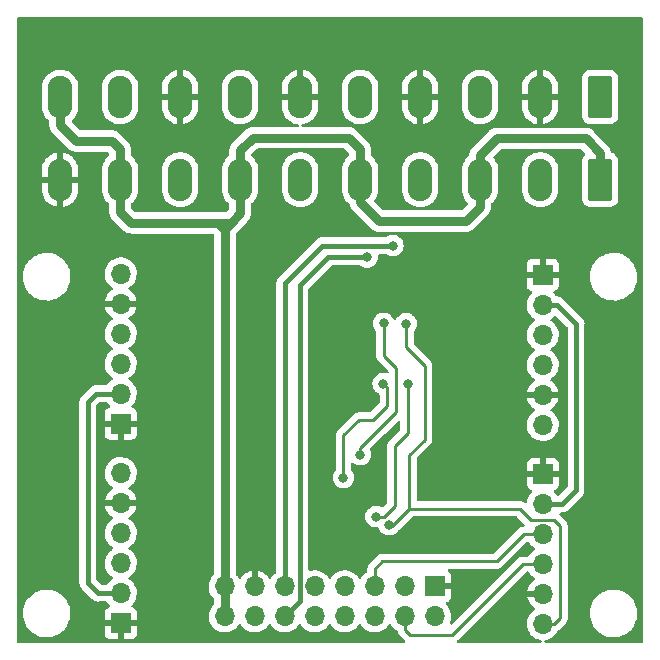
<source format=gbr>
%TF.GenerationSoftware,KiCad,Pcbnew,6.0.8+dfsg-1~bpo11+1*%
%TF.CreationDate,2022-10-31T17:37:34+01:00*%
%TF.ProjectId,rib4outAd_00,72696234-6f75-4744-9164-5f30302e6b69,rev?*%
%TF.SameCoordinates,Original*%
%TF.FileFunction,Copper,L4,Bot*%
%TF.FilePolarity,Positive*%
%FSLAX46Y46*%
G04 Gerber Fmt 4.6, Leading zero omitted, Abs format (unit mm)*
G04 Created by KiCad (PCBNEW 6.0.8+dfsg-1~bpo11+1) date 2022-10-31 17:37:34*
%MOMM*%
%LPD*%
G01*
G04 APERTURE LIST*
G04 Aperture macros list*
%AMRoundRect*
0 Rectangle with rounded corners*
0 $1 Rounding radius*
0 $2 $3 $4 $5 $6 $7 $8 $9 X,Y pos of 4 corners*
0 Add a 4 corners polygon primitive as box body*
4,1,4,$2,$3,$4,$5,$6,$7,$8,$9,$2,$3,0*
0 Add four circle primitives for the rounded corners*
1,1,$1+$1,$2,$3*
1,1,$1+$1,$4,$5*
1,1,$1+$1,$6,$7*
1,1,$1+$1,$8,$9*
0 Add four rect primitives between the rounded corners*
20,1,$1+$1,$2,$3,$4,$5,0*
20,1,$1+$1,$4,$5,$6,$7,0*
20,1,$1+$1,$6,$7,$8,$9,0*
20,1,$1+$1,$8,$9,$2,$3,0*%
G04 Aperture macros list end*
%TA.AperFunction,ComponentPad*%
%ADD10RoundRect,0.249999X0.790001X1.550001X-0.790001X1.550001X-0.790001X-1.550001X0.790001X-1.550001X0*%
%TD*%
%TA.AperFunction,ComponentPad*%
%ADD11O,2.080000X3.600000*%
%TD*%
%TA.AperFunction,ComponentPad*%
%ADD12R,1.700000X1.700000*%
%TD*%
%TA.AperFunction,ComponentPad*%
%ADD13O,1.700000X1.700000*%
%TD*%
%TA.AperFunction,ViaPad*%
%ADD14C,0.800000*%
%TD*%
%TA.AperFunction,Conductor*%
%ADD15C,0.400000*%
%TD*%
%TA.AperFunction,Conductor*%
%ADD16C,0.250000*%
%TD*%
%TA.AperFunction,Conductor*%
%ADD17C,0.800000*%
%TD*%
G04 APERTURE END LIST*
D10*
%TO.P,J3,1,Pin_1*%
%TO.N,+VSW*%
X168360000Y-80277500D03*
D11*
%TO.P,J3,2,Pin_2*%
%TO.N,Earth*%
X163280000Y-80277500D03*
%TO.P,J3,3,Pin_3*%
%TO.N,+VSW*%
X158200000Y-80277500D03*
%TO.P,J3,4,Pin_4*%
%TO.N,Earth*%
X153120000Y-80277500D03*
%TO.P,J3,5,Pin_5*%
%TO.N,+VSW*%
X148040000Y-80277500D03*
%TO.P,J3,6,Pin_6*%
%TO.N,Earth*%
X142960000Y-80277500D03*
%TO.P,J3,7,Pin_7*%
%TO.N,+VSW*%
X137880000Y-80277500D03*
%TO.P,J3,8,Pin_8*%
%TO.N,Earth*%
X132800000Y-80277500D03*
%TO.P,J3,9,Pin_9*%
%TO.N,+VSW*%
X127720000Y-80277500D03*
%TO.P,J3,10,Pin_10*%
%TO.N,GNDD*%
X122640000Y-80277500D03*
%TD*%
D12*
%TO.P,J6,1,Pin_1*%
%TO.N,GNDD*%
X127775000Y-117825000D03*
D13*
%TO.P,J6,2,Pin_2*%
%TO.N,+5V*%
X127775000Y-115285000D03*
%TO.P,J6,3,Pin_3*%
%TO.N,/SDA1*%
X127775000Y-112745000D03*
%TO.P,J6,4,Pin_4*%
%TO.N,/SCL1*%
X127775000Y-110205000D03*
%TO.P,J6,5,Pin_5*%
%TO.N,GNDD*%
X127775000Y-107665000D03*
%TO.P,J6,6,Pin_6*%
%TO.N,/VOM3*%
X127775000Y-105125000D03*
%TD*%
D10*
%TO.P,J2,1,Pin_1*%
%TO.N,Earth*%
X168360000Y-73277500D03*
D11*
%TO.P,J2,2,Pin_2*%
%TO.N,GNDD*%
X163280000Y-73277500D03*
%TO.P,J2,3,Pin_3*%
%TO.N,/VO4*%
X158200000Y-73277500D03*
%TO.P,J2,4,Pin_4*%
%TO.N,GNDD*%
X153120000Y-73277500D03*
%TO.P,J2,5,Pin_5*%
%TO.N,/VO3*%
X148040000Y-73277500D03*
%TO.P,J2,6,Pin_6*%
%TO.N,GNDD*%
X142960000Y-73277500D03*
%TO.P,J2,7,Pin_7*%
%TO.N,/VO2*%
X137880000Y-73277500D03*
%TO.P,J2,8,Pin_8*%
%TO.N,GNDD*%
X132800000Y-73277500D03*
%TO.P,J2,9,Pin_9*%
%TO.N,/VO1*%
X127720000Y-73277500D03*
%TO.P,J2,10,Pin_10*%
%TO.N,+VSW*%
X122640000Y-73277500D03*
%TD*%
D12*
%TO.P,J5,1,Pin_1*%
%TO.N,GNDD*%
X163500000Y-88340000D03*
D13*
%TO.P,J5,2,Pin_2*%
%TO.N,+5V*%
X163500000Y-90880000D03*
%TO.P,J5,3,Pin_3*%
%TO.N,/SDA0*%
X163500000Y-93420000D03*
%TO.P,J5,4,Pin_4*%
%TO.N,/SCL0*%
X163500000Y-95960000D03*
%TO.P,J5,5,Pin_5*%
%TO.N,GNDD*%
X163500000Y-98500000D03*
%TO.P,J5,6,Pin_6*%
%TO.N,/VOM2*%
X163500000Y-101040000D03*
%TD*%
D12*
%TO.P,J7,1,Pin_1*%
%TO.N,GNDD*%
X163525000Y-105200000D03*
D13*
%TO.P,J7,2,Pin_2*%
%TO.N,+5V*%
X163525000Y-107740000D03*
%TO.P,J7,3,Pin_3*%
%TO.N,/SDA1*%
X163525000Y-110280000D03*
%TO.P,J7,4,Pin_4*%
%TO.N,/SCL1*%
X163525000Y-112820000D03*
%TO.P,J7,5,Pin_5*%
%TO.N,GNDD*%
X163525000Y-115360000D03*
%TO.P,J7,6,Pin_6*%
%TO.N,/VOM4*%
X163525000Y-117900000D03*
%TD*%
D12*
%TO.P,J4,1,Pin_1*%
%TO.N,GNDD*%
X127775000Y-100925000D03*
D13*
%TO.P,J4,2,Pin_2*%
%TO.N,+5V*%
X127775000Y-98385000D03*
%TO.P,J4,3,Pin_3*%
%TO.N,/SDA0*%
X127775000Y-95845000D03*
%TO.P,J4,4,Pin_4*%
%TO.N,/SCL0*%
X127775000Y-93305000D03*
%TO.P,J4,5,Pin_5*%
%TO.N,GNDD*%
X127775000Y-90765000D03*
%TO.P,J4,6,Pin_6*%
%TO.N,/VOM1*%
X127775000Y-88225000D03*
%TD*%
D12*
%TO.P,J1,1,Pin_1*%
%TO.N,GNDD*%
X154370000Y-114710000D03*
D13*
%TO.P,J1,2,Pin_2*%
%TO.N,/SCL0*%
X154370000Y-117250000D03*
%TO.P,J1,3,Pin_3*%
%TO.N,/SDA0*%
X151830000Y-114710000D03*
%TO.P,J1,4,Pin_4*%
%TO.N,/SCL1*%
X151830000Y-117250000D03*
%TO.P,J1,5,Pin_5*%
%TO.N,/SDA1*%
X149290000Y-114710000D03*
%TO.P,J1,6,Pin_6*%
%TO.N,unconnected-(J1-Pad6)*%
X149290000Y-117250000D03*
%TO.P,J1,7,Pin_7*%
%TO.N,unconnected-(J1-Pad7)*%
X146750000Y-114710000D03*
%TO.P,J1,8,Pin_8*%
%TO.N,unconnected-(J1-Pad8)*%
X146750000Y-117250000D03*
%TO.P,J1,9,Pin_9*%
%TO.N,unconnected-(J1-Pad9)*%
X144210000Y-114710000D03*
%TO.P,J1,10,Pin_10*%
%TO.N,+5V*%
X144210000Y-117250000D03*
%TO.P,J1,11,Pin_11*%
%TO.N,-12V*%
X141670000Y-114710000D03*
%TO.P,J1,12,Pin_12*%
%TO.N,+12V*%
X141670000Y-117250000D03*
%TO.P,J1,13,Pin_13*%
%TO.N,GNDD*%
X139130000Y-114710000D03*
%TO.P,J1,14,Pin_14*%
%TO.N,Earth*%
X139130000Y-117250000D03*
%TO.P,J1,15,Pin_15*%
%TO.N,+VSW*%
X136590000Y-114710000D03*
%TO.P,J1,16,Pin_16*%
X136590000Y-117250000D03*
%TD*%
D14*
%TO.N,+12V*%
X148640000Y-86830000D03*
%TO.N,GNDD*%
X155800000Y-102700000D03*
X159500000Y-91500000D03*
X154300000Y-110800000D03*
X146500000Y-108200000D03*
%TO.N,-12V*%
X150820000Y-85860000D03*
%TO.N,/VOM1*%
X150035500Y-92450000D03*
X148070000Y-103560000D03*
%TO.N,/VOM2*%
X150000000Y-97550000D03*
X146630000Y-105500500D03*
%TO.N,/VOM3*%
X152060000Y-97550000D03*
X149390000Y-108810000D03*
%TO.N,/VOM4*%
X150500000Y-109480000D03*
X151934500Y-92470000D03*
%TD*%
D15*
%TO.N,+12V*%
X142960000Y-115960000D02*
X142960000Y-89210000D01*
X145340000Y-86830000D02*
X148640000Y-86830000D01*
X142960000Y-89210000D02*
X145340000Y-86830000D01*
X141670000Y-117250000D02*
X142960000Y-115960000D01*
%TO.N,+5V*%
X124990000Y-114390000D02*
X125885000Y-115285000D01*
X166330000Y-106560000D02*
X166330000Y-92470000D01*
X163525000Y-107740000D02*
X165150000Y-107740000D01*
X165150000Y-107740000D02*
X166330000Y-106560000D01*
X127775000Y-98385000D02*
X125695000Y-98385000D01*
X166330000Y-92470000D02*
X164740000Y-90880000D01*
X164740000Y-90880000D02*
X163500000Y-90880000D01*
X125885000Y-115285000D02*
X127775000Y-115285000D01*
X124990000Y-99090000D02*
X124990000Y-114390000D01*
X125695000Y-98385000D02*
X124990000Y-99090000D01*
%TO.N,-12V*%
X144830000Y-85860000D02*
X150820000Y-85860000D01*
X141670000Y-89020000D02*
X144830000Y-85860000D01*
X141670000Y-114710000D02*
X141670000Y-89020000D01*
D16*
%TO.N,/SCL1*%
X155820000Y-118820000D02*
X152270000Y-118820000D01*
X161820000Y-112820000D02*
X155820000Y-118820000D01*
X152270000Y-118820000D02*
X151830000Y-118380000D01*
X151830000Y-118380000D02*
X151830000Y-117250000D01*
X163525000Y-112820000D02*
X161820000Y-112820000D01*
%TO.N,/SDA1*%
X159600000Y-112590000D02*
X161910000Y-110280000D01*
X149920000Y-112590000D02*
X159600000Y-112590000D01*
X149290000Y-113220000D02*
X149920000Y-112590000D01*
X149290000Y-114710000D02*
X149290000Y-113220000D01*
X161910000Y-110280000D02*
X163525000Y-110280000D01*
D17*
%TO.N,+VSW*%
X168360000Y-78020000D02*
X168360000Y-80277500D01*
X159600000Y-76790000D02*
X167130000Y-76790000D01*
X148040000Y-82180000D02*
X149640000Y-83780000D01*
X137880000Y-83130000D02*
X137080000Y-83930000D01*
X136590000Y-114710000D02*
X136590000Y-85480000D01*
X158200000Y-80277500D02*
X158200000Y-78190000D01*
X136590000Y-84420000D02*
X137080000Y-83930000D01*
X147090000Y-76730000D02*
X148040000Y-77680000D01*
X148040000Y-77680000D02*
X148040000Y-80277500D01*
X127720000Y-82980000D02*
X128670000Y-83930000D01*
X124000000Y-77000000D02*
X127000000Y-77000000D01*
X136590000Y-85480000D02*
X136590000Y-84420000D01*
X158200000Y-82570000D02*
X158200000Y-80277500D01*
X127000000Y-77000000D02*
X127720000Y-77720000D01*
X148040000Y-80277500D02*
X148040000Y-82180000D01*
X136590000Y-117250000D02*
X136590000Y-114710000D01*
X128670000Y-83930000D02*
X136000000Y-83930000D01*
X136590000Y-85480000D02*
X136590000Y-84520000D01*
X136000000Y-83930000D02*
X137080000Y-83930000D01*
X138950000Y-76730000D02*
X147090000Y-76730000D01*
X137880000Y-80277500D02*
X137880000Y-77800000D01*
X122640000Y-75640000D02*
X124000000Y-77000000D01*
X137880000Y-80277500D02*
X137880000Y-83130000D01*
X136590000Y-84520000D02*
X136000000Y-83930000D01*
X127720000Y-80277500D02*
X127720000Y-82980000D01*
X122640000Y-73277500D02*
X122640000Y-75640000D01*
X156990000Y-83780000D02*
X158200000Y-82570000D01*
X149640000Y-83780000D02*
X156990000Y-83780000D01*
X167130000Y-76790000D02*
X168360000Y-78020000D01*
X158200000Y-78190000D02*
X159600000Y-76790000D01*
X137880000Y-77800000D02*
X138950000Y-76730000D01*
X127720000Y-77720000D02*
X127720000Y-80277500D01*
D16*
%TO.N,/VOM1*%
X150035500Y-92450000D02*
X150035500Y-95185500D01*
X149670000Y-101370000D02*
X148070000Y-102970000D01*
X148070000Y-102970000D02*
X148070000Y-103560000D01*
X150035500Y-95185500D02*
X150920000Y-96070000D01*
X151080000Y-96230000D02*
X151080000Y-99960000D01*
X150920000Y-96070000D02*
X151080000Y-96230000D01*
X151080000Y-99960000D02*
X149670000Y-101370000D01*
%TO.N,/VOM2*%
X150320000Y-97870000D02*
X150000000Y-97550000D01*
X146630000Y-101930000D02*
X147940000Y-100620000D01*
X147940000Y-100620000D02*
X149120000Y-100620000D01*
X146630000Y-105500500D02*
X146630000Y-101930000D01*
X150320000Y-99420000D02*
X150320000Y-97870000D01*
X149120000Y-100620000D02*
X150320000Y-99420000D01*
%TO.N,/VOM3*%
X149390000Y-108810000D02*
X150030000Y-108810000D01*
X150960000Y-107880000D02*
X150960000Y-102840000D01*
X150030000Y-108810000D02*
X150960000Y-107880000D01*
X150960000Y-102840000D02*
X152060000Y-101740000D01*
X152060000Y-101740000D02*
X152060000Y-97550000D01*
%TO.N,/VOM4*%
X162480000Y-109060000D02*
X164450000Y-109060000D01*
X150590000Y-109570000D02*
X150760000Y-109570000D01*
X164490000Y-117900000D02*
X164970000Y-117420000D01*
X150760000Y-109570000D02*
X152195000Y-108135000D01*
X153500000Y-96040000D02*
X151934500Y-94474500D01*
X163525000Y-117900000D02*
X164490000Y-117900000D01*
X151934500Y-94474500D02*
X151934500Y-92470000D01*
X152195000Y-108135000D02*
X152195000Y-103585000D01*
X164450000Y-109060000D02*
X164970000Y-109580000D01*
X164970000Y-109580000D02*
X164970000Y-117420000D01*
X153500000Y-102280000D02*
X153500000Y-96040000D01*
X161555000Y-108135000D02*
X162480000Y-109060000D01*
X150500000Y-109480000D02*
X150590000Y-109570000D01*
X152195000Y-103585000D02*
X153500000Y-102280000D01*
X152195000Y-108135000D02*
X161555000Y-108135000D01*
%TD*%
%TA.AperFunction,Conductor*%
%TO.N,GNDD*%
G36*
X162317395Y-113473502D02*
G01*
X162356707Y-113513665D01*
X162424987Y-113625088D01*
X162571250Y-113793938D01*
X162743126Y-113936632D01*
X162749773Y-113940516D01*
X162816955Y-113979774D01*
X162865679Y-114031412D01*
X162878750Y-114101195D01*
X162852019Y-114166967D01*
X162811562Y-114200327D01*
X162803457Y-114204546D01*
X162794738Y-114210036D01*
X162624433Y-114337905D01*
X162616726Y-114344748D01*
X162469590Y-114498717D01*
X162463104Y-114506727D01*
X162343098Y-114682649D01*
X162338000Y-114691623D01*
X162248338Y-114884783D01*
X162244775Y-114894470D01*
X162189389Y-115094183D01*
X162190912Y-115102607D01*
X162203292Y-115106000D01*
X163653000Y-115106000D01*
X163721121Y-115126002D01*
X163767614Y-115179658D01*
X163779000Y-115232000D01*
X163779000Y-115488000D01*
X163758998Y-115556121D01*
X163705342Y-115602614D01*
X163653000Y-115614000D01*
X162208225Y-115614000D01*
X162194694Y-115617973D01*
X162193257Y-115627966D01*
X162223565Y-115762446D01*
X162226645Y-115772275D01*
X162306770Y-115969603D01*
X162311413Y-115978794D01*
X162422694Y-116160388D01*
X162428777Y-116168699D01*
X162568213Y-116329667D01*
X162575580Y-116336883D01*
X162739434Y-116472916D01*
X162747881Y-116478831D01*
X162816969Y-116519203D01*
X162865693Y-116570842D01*
X162878764Y-116640625D01*
X162852033Y-116706396D01*
X162811584Y-116739752D01*
X162798607Y-116746507D01*
X162794474Y-116749610D01*
X162794471Y-116749612D01*
X162630601Y-116872649D01*
X162619965Y-116880635D01*
X162616393Y-116884373D01*
X162479442Y-117027684D01*
X162465629Y-117042138D01*
X162339743Y-117226680D01*
X162298008Y-117316590D01*
X162263875Y-117390125D01*
X162245688Y-117429305D01*
X162185989Y-117644570D01*
X162162251Y-117866695D01*
X162162548Y-117871848D01*
X162162548Y-117871851D01*
X162171146Y-118020968D01*
X162175110Y-118089715D01*
X162176247Y-118094761D01*
X162176248Y-118094767D01*
X162184029Y-118129292D01*
X162224222Y-118307639D01*
X162281974Y-118449867D01*
X162301822Y-118498745D01*
X162308266Y-118514616D01*
X162318263Y-118530930D01*
X162398843Y-118662424D01*
X162424987Y-118705088D01*
X162571250Y-118873938D01*
X162743126Y-119016632D01*
X162936000Y-119129338D01*
X163144692Y-119209030D01*
X163149760Y-119210061D01*
X163149763Y-119210062D01*
X163306891Y-119242030D01*
X163369656Y-119275211D01*
X163404518Y-119337059D01*
X163400409Y-119407937D01*
X163358632Y-119465341D01*
X163292453Y-119491046D01*
X163281770Y-119491500D01*
X156354430Y-119491500D01*
X156286309Y-119471498D01*
X156239816Y-119417842D01*
X156229712Y-119347568D01*
X156257346Y-119285184D01*
X156285299Y-119251395D01*
X156293288Y-119242616D01*
X162045499Y-113490405D01*
X162107811Y-113456379D01*
X162134594Y-113453500D01*
X162249274Y-113453500D01*
X162317395Y-113473502D01*
G37*
%TD.AperFunction*%
%TA.AperFunction,Conductor*%
G36*
X171933621Y-66528502D02*
G01*
X171980114Y-66582158D01*
X171991500Y-66634500D01*
X171991500Y-119365500D01*
X171971498Y-119433621D01*
X171917842Y-119480114D01*
X171865500Y-119491500D01*
X163768588Y-119491500D01*
X163700467Y-119471498D01*
X163653974Y-119417842D01*
X163643870Y-119347568D01*
X163673364Y-119282988D01*
X163733090Y-119244604D01*
X163752578Y-119240521D01*
X163803288Y-119234025D01*
X163803289Y-119234025D01*
X163808416Y-119233368D01*
X163813366Y-119231883D01*
X164017429Y-119170661D01*
X164017434Y-119170659D01*
X164022384Y-119169174D01*
X164222994Y-119070896D01*
X164404860Y-118941173D01*
X164433078Y-118913054D01*
X164559435Y-118787137D01*
X164563096Y-118783489D01*
X164568478Y-118776000D01*
X164604054Y-118726490D01*
X164693453Y-118602077D01*
X164695741Y-118597448D01*
X164695745Y-118597441D01*
X164734534Y-118518958D01*
X164786791Y-118464370D01*
X164790248Y-118462469D01*
X164797617Y-118459552D01*
X164833387Y-118433564D01*
X164843307Y-118427048D01*
X164874535Y-118408580D01*
X164874538Y-118408578D01*
X164881362Y-118404542D01*
X164895683Y-118390221D01*
X164910717Y-118377380D01*
X164920694Y-118370131D01*
X164927107Y-118365472D01*
X164955298Y-118331395D01*
X164963288Y-118322616D01*
X165362247Y-117923657D01*
X165370537Y-117916113D01*
X165377018Y-117912000D01*
X165423659Y-117862332D01*
X165426413Y-117859491D01*
X165446135Y-117839769D01*
X165448612Y-117836576D01*
X165456317Y-117827555D01*
X165481159Y-117801100D01*
X165486586Y-117795321D01*
X165490407Y-117788371D01*
X165496346Y-117777568D01*
X165507202Y-117761041D01*
X165514757Y-117751302D01*
X165514758Y-117751300D01*
X165519614Y-117745040D01*
X165537174Y-117704460D01*
X165542391Y-117693812D01*
X165559875Y-117662009D01*
X165559876Y-117662007D01*
X165563695Y-117655060D01*
X165566389Y-117644570D01*
X165568733Y-117635438D01*
X165575137Y-117616734D01*
X165580033Y-117605420D01*
X165580033Y-117605419D01*
X165583181Y-117598145D01*
X165584420Y-117590322D01*
X165584423Y-117590312D01*
X165590099Y-117554476D01*
X165592505Y-117542856D01*
X165601528Y-117507711D01*
X165601528Y-117507710D01*
X165603500Y-117500030D01*
X165603500Y-117479776D01*
X165605051Y-117460065D01*
X165606980Y-117447886D01*
X165608220Y-117440057D01*
X165604059Y-117396038D01*
X165603500Y-117384181D01*
X165603500Y-116978918D01*
X167486917Y-116978918D01*
X167487334Y-116986156D01*
X167502682Y-117252320D01*
X167555405Y-117521053D01*
X167556792Y-117525103D01*
X167556793Y-117525108D01*
X167639746Y-117767392D01*
X167644112Y-117780144D01*
X167673238Y-117838054D01*
X167742837Y-117976437D01*
X167767160Y-118024799D01*
X167769586Y-118028328D01*
X167769589Y-118028334D01*
X167901340Y-118220031D01*
X167922274Y-118250490D01*
X167925161Y-118253663D01*
X167925162Y-118253664D01*
X168103692Y-118449867D01*
X168106582Y-118453043D01*
X168109877Y-118455798D01*
X168109878Y-118455799D01*
X168134243Y-118476171D01*
X168316675Y-118628707D01*
X168320316Y-118630991D01*
X168545024Y-118771951D01*
X168545028Y-118771953D01*
X168548664Y-118774234D01*
X168643617Y-118817107D01*
X168794345Y-118885164D01*
X168794349Y-118885166D01*
X168798257Y-118886930D01*
X168802377Y-118888150D01*
X168802376Y-118888150D01*
X169056723Y-118963491D01*
X169056727Y-118963492D01*
X169060836Y-118964709D01*
X169065070Y-118965357D01*
X169065075Y-118965358D01*
X169327298Y-119005483D01*
X169327300Y-119005483D01*
X169331540Y-119006132D01*
X169470912Y-119008322D01*
X169601071Y-119010367D01*
X169601077Y-119010367D01*
X169605362Y-119010434D01*
X169877235Y-118977534D01*
X170142127Y-118908041D01*
X170146087Y-118906401D01*
X170146092Y-118906399D01*
X170293626Y-118845288D01*
X170395136Y-118803241D01*
X170523567Y-118728192D01*
X170627879Y-118667237D01*
X170627880Y-118667236D01*
X170631582Y-118665073D01*
X170847089Y-118496094D01*
X170871738Y-118470659D01*
X171034686Y-118302509D01*
X171037669Y-118299431D01*
X171040202Y-118295983D01*
X171040206Y-118295978D01*
X171197257Y-118082178D01*
X171199795Y-118078723D01*
X171227154Y-118028334D01*
X171328418Y-117841830D01*
X171328419Y-117841828D01*
X171330468Y-117838054D01*
X171427269Y-117581877D01*
X171461069Y-117434297D01*
X171487449Y-117319117D01*
X171487450Y-117319113D01*
X171488407Y-117314933D01*
X171494502Y-117246646D01*
X171512531Y-117044627D01*
X171512531Y-117044625D01*
X171512751Y-117042161D01*
X171513193Y-117000000D01*
X171508444Y-116930331D01*
X171494859Y-116731055D01*
X171494858Y-116731049D01*
X171494567Y-116726778D01*
X171477995Y-116646753D01*
X171439901Y-116462809D01*
X171439032Y-116458612D01*
X171347617Y-116200465D01*
X171242753Y-115997295D01*
X171223978Y-115960919D01*
X171223978Y-115960918D01*
X171222013Y-115957112D01*
X171212040Y-115942921D01*
X171118385Y-115809664D01*
X171064545Y-115733057D01*
X170966889Y-115627966D01*
X170881046Y-115535588D01*
X170881043Y-115535585D01*
X170878125Y-115532445D01*
X170874810Y-115529731D01*
X170874806Y-115529728D01*
X170698159Y-115385144D01*
X170666205Y-115358990D01*
X170432704Y-115215901D01*
X170423387Y-115211811D01*
X170185873Y-115107549D01*
X170185869Y-115107548D01*
X170181945Y-115105825D01*
X169918566Y-115030800D01*
X169914324Y-115030196D01*
X169914318Y-115030195D01*
X169688589Y-114998069D01*
X169647443Y-114992213D01*
X169503589Y-114991460D01*
X169377877Y-114990802D01*
X169377871Y-114990802D01*
X169373591Y-114990780D01*
X169369347Y-114991339D01*
X169369343Y-114991339D01*
X169250302Y-115007011D01*
X169102078Y-115026525D01*
X169097938Y-115027658D01*
X169097936Y-115027658D01*
X169025008Y-115047609D01*
X168837928Y-115098788D01*
X168833980Y-115100472D01*
X168589982Y-115204546D01*
X168589978Y-115204548D01*
X168586030Y-115206232D01*
X168566125Y-115218145D01*
X168354725Y-115344664D01*
X168354721Y-115344667D01*
X168351043Y-115346868D01*
X168137318Y-115518094D01*
X168055159Y-115604672D01*
X167983645Y-115680032D01*
X167948808Y-115716742D01*
X167789002Y-115939136D01*
X167660857Y-116181161D01*
X167659385Y-116185184D01*
X167659383Y-116185188D01*
X167582089Y-116396403D01*
X167566743Y-116438337D01*
X167508404Y-116705907D01*
X167507092Y-116722581D01*
X167491278Y-116923514D01*
X167486917Y-116978918D01*
X165603500Y-116978918D01*
X165603500Y-109658767D01*
X165604027Y-109647584D01*
X165605702Y-109640091D01*
X165605121Y-109621589D01*
X165603562Y-109572014D01*
X165603500Y-109568055D01*
X165603500Y-109540144D01*
X165602994Y-109536135D01*
X165602062Y-109524301D01*
X165600922Y-109488030D01*
X165600673Y-109480111D01*
X165595021Y-109460657D01*
X165591013Y-109441300D01*
X165589468Y-109429070D01*
X165589468Y-109429069D01*
X165588474Y-109421203D01*
X165585555Y-109413830D01*
X165572196Y-109380088D01*
X165568351Y-109368858D01*
X165558229Y-109334017D01*
X165558229Y-109334016D01*
X165556018Y-109326407D01*
X165551985Y-109319588D01*
X165551983Y-109319583D01*
X165545707Y-109308972D01*
X165537012Y-109291224D01*
X165529552Y-109272383D01*
X165503564Y-109236613D01*
X165497048Y-109226693D01*
X165478580Y-109195465D01*
X165478578Y-109195462D01*
X165474542Y-109188638D01*
X165460221Y-109174317D01*
X165447380Y-109159283D01*
X165440132Y-109149307D01*
X165435472Y-109142893D01*
X165401407Y-109114712D01*
X165392626Y-109106722D01*
X164953647Y-108667742D01*
X164946112Y-108659462D01*
X164942000Y-108652982D01*
X164941065Y-108652104D01*
X164914218Y-108589583D01*
X164925922Y-108519558D01*
X164973626Y-108466976D01*
X165039312Y-108448500D01*
X165121088Y-108448500D01*
X165129658Y-108448792D01*
X165179776Y-108452209D01*
X165179780Y-108452209D01*
X165187352Y-108452725D01*
X165194829Y-108451420D01*
X165194830Y-108451420D01*
X165221308Y-108446799D01*
X165250303Y-108441738D01*
X165256821Y-108440777D01*
X165320242Y-108433102D01*
X165327343Y-108430419D01*
X165329952Y-108429778D01*
X165346262Y-108425315D01*
X165348798Y-108424550D01*
X165356284Y-108423243D01*
X165414800Y-108397556D01*
X165420904Y-108395065D01*
X165473548Y-108375173D01*
X165473549Y-108375172D01*
X165480656Y-108372487D01*
X165486919Y-108368183D01*
X165489285Y-108366946D01*
X165504097Y-108358701D01*
X165506351Y-108357368D01*
X165513305Y-108354315D01*
X165564002Y-108315413D01*
X165569332Y-108311541D01*
X165615720Y-108279661D01*
X165615725Y-108279656D01*
X165621981Y-108275357D01*
X165663436Y-108228829D01*
X165668416Y-108223554D01*
X166810520Y-107081450D01*
X166816785Y-107075596D01*
X166821624Y-107071375D01*
X166860385Y-107037561D01*
X166897129Y-106985280D01*
X166901061Y-106979986D01*
X166935791Y-106935693D01*
X166940476Y-106929718D01*
X166943599Y-106922802D01*
X166944983Y-106920516D01*
X166953357Y-106905835D01*
X166954622Y-106903475D01*
X166958990Y-106897261D01*
X166982203Y-106837723D01*
X166984759Y-106831642D01*
X166985611Y-106829757D01*
X167011045Y-106773427D01*
X167012429Y-106765960D01*
X167013230Y-106763405D01*
X167017859Y-106747152D01*
X167018522Y-106744572D01*
X167021282Y-106737491D01*
X167029622Y-106674139D01*
X167030653Y-106667632D01*
X167040912Y-106612280D01*
X167042296Y-106604814D01*
X167039538Y-106556976D01*
X167038709Y-106542608D01*
X167038500Y-106535354D01*
X167038500Y-92498927D01*
X167038792Y-92490358D01*
X167042210Y-92440225D01*
X167042210Y-92440221D01*
X167042726Y-92432648D01*
X167031736Y-92369681D01*
X167030775Y-92363165D01*
X167023102Y-92299758D01*
X167020419Y-92292657D01*
X167019778Y-92290048D01*
X167015313Y-92273728D01*
X167014548Y-92271195D01*
X167013243Y-92263717D01*
X166987552Y-92205190D01*
X166985067Y-92199102D01*
X166965172Y-92146449D01*
X166965171Y-92146447D01*
X166962487Y-92139344D01*
X166958186Y-92133085D01*
X166956949Y-92130720D01*
X166948727Y-92115948D01*
X166947372Y-92113656D01*
X166944316Y-92106695D01*
X166939691Y-92100668D01*
X166939689Y-92100664D01*
X166905407Y-92055987D01*
X166901529Y-92050650D01*
X166900333Y-92048909D01*
X166865357Y-91998019D01*
X166818838Y-91956572D01*
X166813563Y-91951592D01*
X165261442Y-90399472D01*
X165255588Y-90393206D01*
X165222556Y-90355340D01*
X165222553Y-90355337D01*
X165217561Y-90349615D01*
X165165280Y-90312871D01*
X165159986Y-90308939D01*
X165115693Y-90274209D01*
X165109718Y-90269524D01*
X165102802Y-90266401D01*
X165100516Y-90265017D01*
X165085835Y-90256643D01*
X165083475Y-90255378D01*
X165077261Y-90251010D01*
X165070182Y-90248250D01*
X165070180Y-90248249D01*
X165017725Y-90227798D01*
X165011656Y-90225247D01*
X164953427Y-90198955D01*
X164945960Y-90197571D01*
X164943405Y-90196770D01*
X164927152Y-90192141D01*
X164924572Y-90191478D01*
X164917491Y-90188718D01*
X164909960Y-90187727D01*
X164909958Y-90187726D01*
X164880339Y-90183827D01*
X164854139Y-90180378D01*
X164847641Y-90179348D01*
X164784814Y-90167704D01*
X164777234Y-90168141D01*
X164777232Y-90168141D01*
X164735074Y-90170572D01*
X164665915Y-90154525D01*
X164622030Y-90113222D01*
X164582824Y-90052621D01*
X164580014Y-90048277D01*
X164576540Y-90044459D01*
X164576533Y-90044450D01*
X164432435Y-89886088D01*
X164401383Y-89822242D01*
X164409779Y-89751744D01*
X164454956Y-89696976D01*
X164481400Y-89683307D01*
X164588052Y-89643325D01*
X164603649Y-89634786D01*
X164705724Y-89558285D01*
X164718285Y-89545724D01*
X164794786Y-89443649D01*
X164803324Y-89428054D01*
X164848478Y-89307606D01*
X164852105Y-89292351D01*
X164857631Y-89241486D01*
X164858000Y-89234672D01*
X164858000Y-88612115D01*
X164853525Y-88596876D01*
X164852135Y-88595671D01*
X164844452Y-88594000D01*
X162160116Y-88594000D01*
X162144877Y-88598475D01*
X162143672Y-88599865D01*
X162142001Y-88607548D01*
X162142001Y-89234669D01*
X162142371Y-89241490D01*
X162147895Y-89292352D01*
X162151521Y-89307604D01*
X162196676Y-89428054D01*
X162205214Y-89443649D01*
X162281715Y-89545724D01*
X162294276Y-89558285D01*
X162396351Y-89634786D01*
X162411946Y-89643324D01*
X162520827Y-89684142D01*
X162577591Y-89726784D01*
X162602291Y-89793345D01*
X162587083Y-89862694D01*
X162567691Y-89889175D01*
X162504024Y-89955799D01*
X162440629Y-90022138D01*
X162314743Y-90206680D01*
X162270926Y-90301077D01*
X162245738Y-90355340D01*
X162220688Y-90409305D01*
X162160989Y-90624570D01*
X162137251Y-90846695D01*
X162137548Y-90851848D01*
X162137548Y-90851851D01*
X162148849Y-91047837D01*
X162150110Y-91069715D01*
X162151247Y-91074761D01*
X162151248Y-91074767D01*
X162172135Y-91167446D01*
X162199222Y-91287639D01*
X162283266Y-91494616D01*
X162312837Y-91542872D01*
X162394539Y-91676197D01*
X162399987Y-91685088D01*
X162546250Y-91853938D01*
X162718126Y-91996632D01*
X162731211Y-92004278D01*
X162791445Y-92039476D01*
X162840169Y-92091114D01*
X162853240Y-92160897D01*
X162826509Y-92226669D01*
X162786055Y-92260027D01*
X162778967Y-92263717D01*
X162773607Y-92266507D01*
X162769474Y-92269610D01*
X162769471Y-92269612D01*
X162713189Y-92311870D01*
X162594965Y-92400635D01*
X162440629Y-92562138D01*
X162314743Y-92746680D01*
X162220688Y-92949305D01*
X162160989Y-93164570D01*
X162137251Y-93386695D01*
X162137548Y-93391848D01*
X162137548Y-93391851D01*
X162148854Y-93587939D01*
X162150110Y-93609715D01*
X162151247Y-93614761D01*
X162151248Y-93614767D01*
X162171119Y-93702939D01*
X162199222Y-93827639D01*
X162283266Y-94034616D01*
X162285965Y-94039020D01*
X162379795Y-94192137D01*
X162399987Y-94225088D01*
X162546250Y-94393938D01*
X162718126Y-94536632D01*
X162769188Y-94566470D01*
X162791445Y-94579476D01*
X162840169Y-94631114D01*
X162853240Y-94700897D01*
X162826509Y-94766669D01*
X162786055Y-94800027D01*
X162773607Y-94806507D01*
X162769474Y-94809610D01*
X162769471Y-94809612D01*
X162626899Y-94916658D01*
X162594965Y-94940635D01*
X162440629Y-95102138D01*
X162437715Y-95106410D01*
X162437714Y-95106411D01*
X162422798Y-95128277D01*
X162314743Y-95286680D01*
X162299003Y-95320590D01*
X162231941Y-95465063D01*
X162220688Y-95489305D01*
X162160989Y-95704570D01*
X162137251Y-95926695D01*
X162137548Y-95931848D01*
X162137548Y-95931851D01*
X162147858Y-96110658D01*
X162150110Y-96149715D01*
X162151247Y-96154761D01*
X162151248Y-96154767D01*
X162171119Y-96242939D01*
X162199222Y-96367639D01*
X162236570Y-96459616D01*
X162278088Y-96561863D01*
X162283266Y-96574616D01*
X162324252Y-96641500D01*
X162394539Y-96756197D01*
X162399987Y-96765088D01*
X162546250Y-96933938D01*
X162718126Y-97076632D01*
X162769960Y-97106921D01*
X162791955Y-97119774D01*
X162840679Y-97171412D01*
X162853750Y-97241195D01*
X162827019Y-97306967D01*
X162786562Y-97340327D01*
X162778457Y-97344546D01*
X162769738Y-97350036D01*
X162599433Y-97477905D01*
X162591726Y-97484748D01*
X162444590Y-97638717D01*
X162438104Y-97646727D01*
X162318098Y-97822649D01*
X162313000Y-97831623D01*
X162223338Y-98024783D01*
X162219775Y-98034470D01*
X162164389Y-98234183D01*
X162165912Y-98242607D01*
X162178292Y-98246000D01*
X164818344Y-98246000D01*
X164831875Y-98242027D01*
X164833180Y-98232947D01*
X164791214Y-98065875D01*
X164787894Y-98056124D01*
X164702972Y-97860814D01*
X164698105Y-97851739D01*
X164582426Y-97672926D01*
X164576136Y-97664757D01*
X164432806Y-97507240D01*
X164425273Y-97500215D01*
X164258139Y-97368222D01*
X164249556Y-97362520D01*
X164212602Y-97342120D01*
X164162631Y-97291687D01*
X164147859Y-97222245D01*
X164172975Y-97155839D01*
X164200327Y-97129232D01*
X164231606Y-97106921D01*
X164379860Y-97001173D01*
X164419540Y-96961632D01*
X164492254Y-96889171D01*
X164538096Y-96843489D01*
X164597594Y-96760689D01*
X164665435Y-96666277D01*
X164668453Y-96662077D01*
X164674379Y-96650088D01*
X164765136Y-96466453D01*
X164765137Y-96466451D01*
X164767430Y-96461811D01*
X164808142Y-96327811D01*
X164830865Y-96253023D01*
X164830865Y-96253021D01*
X164832370Y-96248069D01*
X164861529Y-96026590D01*
X164862417Y-95990237D01*
X164863074Y-95963365D01*
X164863074Y-95963361D01*
X164863156Y-95960000D01*
X164844852Y-95737361D01*
X164790431Y-95520702D01*
X164701354Y-95315840D01*
X164624144Y-95196492D01*
X164582822Y-95132617D01*
X164582820Y-95132614D01*
X164580014Y-95128277D01*
X164429670Y-94963051D01*
X164425619Y-94959852D01*
X164425615Y-94959848D01*
X164258414Y-94827800D01*
X164258410Y-94827798D01*
X164254359Y-94824598D01*
X164213053Y-94801796D01*
X164163084Y-94751364D01*
X164148312Y-94681921D01*
X164173428Y-94615516D01*
X164200780Y-94588909D01*
X164244603Y-94557650D01*
X164379860Y-94461173D01*
X164419540Y-94421632D01*
X164492254Y-94349171D01*
X164538096Y-94303489D01*
X164597594Y-94220689D01*
X164665435Y-94126277D01*
X164668453Y-94122077D01*
X164674379Y-94110088D01*
X164765136Y-93926453D01*
X164765137Y-93926451D01*
X164767430Y-93921811D01*
X164803875Y-93801857D01*
X164830865Y-93713023D01*
X164830865Y-93713021D01*
X164832370Y-93708069D01*
X164861529Y-93486590D01*
X164863156Y-93420000D01*
X164844852Y-93197361D01*
X164790431Y-92980702D01*
X164701354Y-92775840D01*
X164608093Y-92631680D01*
X164582822Y-92592617D01*
X164582820Y-92592614D01*
X164580014Y-92588277D01*
X164429670Y-92423051D01*
X164425619Y-92419852D01*
X164425615Y-92419848D01*
X164258414Y-92287800D01*
X164258410Y-92287798D01*
X164254359Y-92284598D01*
X164213053Y-92261796D01*
X164163084Y-92211364D01*
X164148312Y-92141921D01*
X164173428Y-92075516D01*
X164200780Y-92048909D01*
X164263350Y-92004278D01*
X164379860Y-91921173D01*
X164490787Y-91810633D01*
X164553156Y-91776718D01*
X164623963Y-91781906D01*
X164668820Y-91810790D01*
X165584595Y-92726565D01*
X165618621Y-92788877D01*
X165621500Y-92815660D01*
X165621500Y-106214340D01*
X165601498Y-106282461D01*
X165584595Y-106303435D01*
X164893435Y-106994595D01*
X164831123Y-107028621D01*
X164804340Y-107031500D01*
X164753286Y-107031500D01*
X164685165Y-107011498D01*
X164647494Y-106973941D01*
X164618885Y-106929718D01*
X164605014Y-106908277D01*
X164601540Y-106904459D01*
X164601533Y-106904450D01*
X164457435Y-106746088D01*
X164426383Y-106682242D01*
X164434779Y-106611744D01*
X164479956Y-106556976D01*
X164506400Y-106543307D01*
X164613052Y-106503325D01*
X164628649Y-106494786D01*
X164730724Y-106418285D01*
X164743285Y-106405724D01*
X164819786Y-106303649D01*
X164828324Y-106288054D01*
X164873478Y-106167606D01*
X164877105Y-106152351D01*
X164882631Y-106101486D01*
X164883000Y-106094672D01*
X164883000Y-105472115D01*
X164878525Y-105456876D01*
X164877135Y-105455671D01*
X164869452Y-105454000D01*
X162185116Y-105454000D01*
X162169877Y-105458475D01*
X162168672Y-105459865D01*
X162167001Y-105467548D01*
X162167001Y-106094669D01*
X162167371Y-106101490D01*
X162172895Y-106152352D01*
X162176521Y-106167604D01*
X162221676Y-106288054D01*
X162230214Y-106303649D01*
X162306715Y-106405724D01*
X162319276Y-106418285D01*
X162421351Y-106494786D01*
X162436946Y-106503324D01*
X162545827Y-106544142D01*
X162602591Y-106586784D01*
X162627291Y-106653345D01*
X162612083Y-106722694D01*
X162592691Y-106749175D01*
X162562898Y-106780352D01*
X162465629Y-106882138D01*
X162339743Y-107066680D01*
X162332887Y-107081450D01*
X162263527Y-107230875D01*
X162245688Y-107269305D01*
X162185989Y-107484570D01*
X162177351Y-107565405D01*
X162176626Y-107572185D01*
X162149498Y-107637794D01*
X162091206Y-107678323D01*
X162020256Y-107680902D01*
X161974122Y-107658363D01*
X161971577Y-107656388D01*
X161962551Y-107648680D01*
X161936100Y-107623841D01*
X161930321Y-107618414D01*
X161923375Y-107614595D01*
X161923372Y-107614593D01*
X161912566Y-107608652D01*
X161896047Y-107597801D01*
X161895583Y-107597441D01*
X161880041Y-107585386D01*
X161872772Y-107582241D01*
X161872768Y-107582238D01*
X161839463Y-107567826D01*
X161828813Y-107562609D01*
X161790060Y-107541305D01*
X161770437Y-107536267D01*
X161751734Y-107529863D01*
X161740420Y-107524967D01*
X161740419Y-107524967D01*
X161733145Y-107521819D01*
X161725322Y-107520580D01*
X161725312Y-107520577D01*
X161689476Y-107514901D01*
X161677856Y-107512495D01*
X161642711Y-107503472D01*
X161642710Y-107503472D01*
X161635030Y-107501500D01*
X161614776Y-107501500D01*
X161595065Y-107499949D01*
X161582886Y-107498020D01*
X161575057Y-107496780D01*
X161567165Y-107497526D01*
X161531039Y-107500941D01*
X161519181Y-107501500D01*
X152954500Y-107501500D01*
X152886379Y-107481498D01*
X152839886Y-107427842D01*
X152828500Y-107375500D01*
X152828500Y-104927885D01*
X162167000Y-104927885D01*
X162171475Y-104943124D01*
X162172865Y-104944329D01*
X162180548Y-104946000D01*
X163252885Y-104946000D01*
X163268124Y-104941525D01*
X163269329Y-104940135D01*
X163271000Y-104932452D01*
X163271000Y-104927885D01*
X163779000Y-104927885D01*
X163783475Y-104943124D01*
X163784865Y-104944329D01*
X163792548Y-104946000D01*
X164864884Y-104946000D01*
X164880123Y-104941525D01*
X164881328Y-104940135D01*
X164882999Y-104932452D01*
X164882999Y-104305331D01*
X164882629Y-104298510D01*
X164877105Y-104247648D01*
X164873479Y-104232396D01*
X164828324Y-104111946D01*
X164819786Y-104096351D01*
X164743285Y-103994276D01*
X164730724Y-103981715D01*
X164628649Y-103905214D01*
X164613054Y-103896676D01*
X164492606Y-103851522D01*
X164477351Y-103847895D01*
X164426486Y-103842369D01*
X164419672Y-103842000D01*
X163797115Y-103842000D01*
X163781876Y-103846475D01*
X163780671Y-103847865D01*
X163779000Y-103855548D01*
X163779000Y-104927885D01*
X163271000Y-104927885D01*
X163271000Y-103860116D01*
X163266525Y-103844877D01*
X163265135Y-103843672D01*
X163257452Y-103842001D01*
X162630331Y-103842001D01*
X162623510Y-103842371D01*
X162572648Y-103847895D01*
X162557396Y-103851521D01*
X162436946Y-103896676D01*
X162421351Y-103905214D01*
X162319276Y-103981715D01*
X162306715Y-103994276D01*
X162230214Y-104096351D01*
X162221676Y-104111946D01*
X162176522Y-104232394D01*
X162172895Y-104247649D01*
X162167369Y-104298514D01*
X162167000Y-104305328D01*
X162167000Y-104927885D01*
X152828500Y-104927885D01*
X152828500Y-103899594D01*
X152848502Y-103831473D01*
X152865405Y-103810499D01*
X153892247Y-102783657D01*
X153900537Y-102776113D01*
X153907018Y-102772000D01*
X153953659Y-102722332D01*
X153956413Y-102719491D01*
X153976135Y-102699769D01*
X153978619Y-102696567D01*
X153986317Y-102687555D01*
X154011161Y-102661098D01*
X154016586Y-102655321D01*
X154026347Y-102637566D01*
X154037198Y-102621047D01*
X154049614Y-102605041D01*
X154067174Y-102564463D01*
X154072391Y-102553813D01*
X154093695Y-102515060D01*
X154098733Y-102495437D01*
X154105137Y-102476734D01*
X154110033Y-102465420D01*
X154110033Y-102465419D01*
X154113181Y-102458145D01*
X154114420Y-102450322D01*
X154114423Y-102450312D01*
X154120099Y-102414476D01*
X154122505Y-102402856D01*
X154131528Y-102367711D01*
X154131528Y-102367710D01*
X154133500Y-102360030D01*
X154133500Y-102339776D01*
X154135051Y-102320065D01*
X154136980Y-102307886D01*
X154138220Y-102300057D01*
X154134059Y-102256038D01*
X154133500Y-102244181D01*
X154133500Y-101006695D01*
X162137251Y-101006695D01*
X162137548Y-101011848D01*
X162137548Y-101011851D01*
X162143011Y-101106590D01*
X162150110Y-101229715D01*
X162151247Y-101234761D01*
X162151248Y-101234767D01*
X162155470Y-101253500D01*
X162199222Y-101447639D01*
X162283266Y-101654616D01*
X162312680Y-101702616D01*
X162388588Y-101826486D01*
X162399987Y-101845088D01*
X162546250Y-102013938D01*
X162718126Y-102156632D01*
X162911000Y-102269338D01*
X162915825Y-102271180D01*
X162915826Y-102271181D01*
X162945811Y-102282631D01*
X163119692Y-102349030D01*
X163124760Y-102350061D01*
X163124763Y-102350062D01*
X163173758Y-102360030D01*
X163338597Y-102393567D01*
X163343772Y-102393757D01*
X163343774Y-102393757D01*
X163556673Y-102401564D01*
X163556677Y-102401564D01*
X163561837Y-102401753D01*
X163566957Y-102401097D01*
X163566959Y-102401097D01*
X163778288Y-102374025D01*
X163778289Y-102374025D01*
X163783416Y-102373368D01*
X163827874Y-102360030D01*
X163992429Y-102310661D01*
X163992434Y-102310659D01*
X163997384Y-102309174D01*
X164197994Y-102210896D01*
X164379860Y-102081173D01*
X164396049Y-102065041D01*
X164495618Y-101965819D01*
X164538096Y-101923489D01*
X164553456Y-101902114D01*
X164665435Y-101746277D01*
X164668453Y-101742077D01*
X164691750Y-101694940D01*
X164765136Y-101546453D01*
X164765137Y-101546451D01*
X164767430Y-101541811D01*
X164832370Y-101328069D01*
X164861529Y-101106590D01*
X164863156Y-101040000D01*
X164844852Y-100817361D01*
X164790431Y-100600702D01*
X164701354Y-100395840D01*
X164580014Y-100208277D01*
X164429670Y-100043051D01*
X164425619Y-100039852D01*
X164425615Y-100039848D01*
X164258414Y-99907800D01*
X164258410Y-99907798D01*
X164254359Y-99904598D01*
X164212569Y-99881529D01*
X164162598Y-99831097D01*
X164147826Y-99761654D01*
X164172942Y-99695248D01*
X164200294Y-99668641D01*
X164375328Y-99543792D01*
X164383200Y-99537139D01*
X164534052Y-99386812D01*
X164540730Y-99378965D01*
X164665003Y-99206020D01*
X164670313Y-99197183D01*
X164764670Y-99006267D01*
X164768469Y-98996672D01*
X164830377Y-98792910D01*
X164832555Y-98782837D01*
X164833986Y-98771962D01*
X164831775Y-98757778D01*
X164818617Y-98754000D01*
X162183225Y-98754000D01*
X162169694Y-98757973D01*
X162168257Y-98767966D01*
X162198565Y-98902446D01*
X162201645Y-98912275D01*
X162281770Y-99109603D01*
X162286413Y-99118794D01*
X162397694Y-99300388D01*
X162403777Y-99308699D01*
X162543213Y-99469667D01*
X162550580Y-99476883D01*
X162714434Y-99612916D01*
X162722881Y-99618831D01*
X162791969Y-99659203D01*
X162840693Y-99710842D01*
X162853764Y-99780625D01*
X162827033Y-99846396D01*
X162786584Y-99879752D01*
X162773607Y-99886507D01*
X162769474Y-99889610D01*
X162769471Y-99889612D01*
X162616529Y-100004444D01*
X162594965Y-100020635D01*
X162440629Y-100182138D01*
X162437715Y-100186410D01*
X162437714Y-100186411D01*
X162433101Y-100193173D01*
X162314743Y-100366680D01*
X162299003Y-100400590D01*
X162248493Y-100509405D01*
X162220688Y-100569305D01*
X162160989Y-100784570D01*
X162137251Y-101006695D01*
X154133500Y-101006695D01*
X154133500Y-96118763D01*
X154134027Y-96107579D01*
X154135701Y-96100091D01*
X154133562Y-96032032D01*
X154133500Y-96028075D01*
X154133500Y-96000144D01*
X154132994Y-95996138D01*
X154132061Y-95984292D01*
X154132053Y-95984016D01*
X154130673Y-95940110D01*
X154125022Y-95920658D01*
X154121014Y-95901306D01*
X154119467Y-95889063D01*
X154118474Y-95881203D01*
X154105473Y-95848365D01*
X154102200Y-95840097D01*
X154098355Y-95828870D01*
X154093365Y-95811695D01*
X154086018Y-95786407D01*
X154081984Y-95779585D01*
X154081981Y-95779579D01*
X154075706Y-95768968D01*
X154067010Y-95751218D01*
X154062472Y-95739756D01*
X154062469Y-95739751D01*
X154059552Y-95732383D01*
X154039345Y-95704570D01*
X154033573Y-95696625D01*
X154027057Y-95686707D01*
X154016005Y-95668019D01*
X154004542Y-95648637D01*
X153990218Y-95634313D01*
X153977376Y-95619278D01*
X153965472Y-95602893D01*
X153931406Y-95574711D01*
X153922627Y-95566722D01*
X152604905Y-94249000D01*
X152570879Y-94186688D01*
X152568000Y-94159905D01*
X152568000Y-93172524D01*
X152588002Y-93104403D01*
X152600358Y-93088221D01*
X152673540Y-93006944D01*
X152769027Y-92841556D01*
X152828042Y-92659928D01*
X152830518Y-92636375D01*
X152847314Y-92476565D01*
X152848004Y-92470000D01*
X152828042Y-92280072D01*
X152769027Y-92098444D01*
X152764060Y-92089840D01*
X152714660Y-92004278D01*
X152673540Y-91933056D01*
X152660681Y-91918774D01*
X152550175Y-91796045D01*
X152550174Y-91796044D01*
X152545753Y-91791134D01*
X152440891Y-91714947D01*
X152396594Y-91682763D01*
X152396593Y-91682762D01*
X152391252Y-91678882D01*
X152385224Y-91676198D01*
X152385222Y-91676197D01*
X152222819Y-91603891D01*
X152222818Y-91603891D01*
X152216788Y-91601206D01*
X152116241Y-91579834D01*
X152036444Y-91562872D01*
X152036439Y-91562872D01*
X152029987Y-91561500D01*
X151839013Y-91561500D01*
X151832561Y-91562872D01*
X151832556Y-91562872D01*
X151752759Y-91579834D01*
X151652212Y-91601206D01*
X151646182Y-91603891D01*
X151646181Y-91603891D01*
X151483778Y-91676197D01*
X151483776Y-91676198D01*
X151477748Y-91678882D01*
X151472407Y-91682762D01*
X151472406Y-91682763D01*
X151428109Y-91714947D01*
X151323247Y-91791134D01*
X151318826Y-91796044D01*
X151318825Y-91796045D01*
X151208320Y-91918774D01*
X151195460Y-91933056D01*
X151099973Y-92098444D01*
X151098147Y-92097389D01*
X151058567Y-92143944D01*
X150990637Y-92164586D01*
X150922332Y-92145226D01*
X150874345Y-92089840D01*
X150872068Y-92084725D01*
X150870027Y-92078444D01*
X150857062Y-92055987D01*
X150801786Y-91960248D01*
X150774540Y-91913056D01*
X150682460Y-91810790D01*
X150651175Y-91776045D01*
X150651174Y-91776044D01*
X150646753Y-91771134D01*
X150492252Y-91658882D01*
X150486224Y-91656198D01*
X150486222Y-91656197D01*
X150323819Y-91583891D01*
X150323818Y-91583891D01*
X150317788Y-91581206D01*
X150224388Y-91561353D01*
X150137444Y-91542872D01*
X150137439Y-91542872D01*
X150130987Y-91541500D01*
X149940013Y-91541500D01*
X149933561Y-91542872D01*
X149933556Y-91542872D01*
X149846612Y-91561353D01*
X149753212Y-91581206D01*
X149747182Y-91583891D01*
X149747181Y-91583891D01*
X149584778Y-91656197D01*
X149584776Y-91656198D01*
X149578748Y-91658882D01*
X149424247Y-91771134D01*
X149419826Y-91776044D01*
X149419825Y-91776045D01*
X149388541Y-91810790D01*
X149296460Y-91913056D01*
X149246700Y-91999242D01*
X149213939Y-92055987D01*
X149200973Y-92078444D01*
X149141958Y-92260072D01*
X149141268Y-92266633D01*
X149141268Y-92266635D01*
X149125165Y-92419848D01*
X149121996Y-92450000D01*
X149141958Y-92639928D01*
X149200973Y-92821556D01*
X149204276Y-92827278D01*
X149204277Y-92827279D01*
X149208891Y-92835271D01*
X149296460Y-92986944D01*
X149369637Y-93068215D01*
X149400353Y-93132221D01*
X149402000Y-93152524D01*
X149402000Y-95106733D01*
X149401473Y-95117916D01*
X149399798Y-95125409D01*
X149400047Y-95133335D01*
X149400047Y-95133336D01*
X149401938Y-95193486D01*
X149402000Y-95197445D01*
X149402000Y-95225356D01*
X149402497Y-95229290D01*
X149402497Y-95229291D01*
X149402505Y-95229356D01*
X149403438Y-95241193D01*
X149404827Y-95285389D01*
X149410478Y-95304839D01*
X149414487Y-95324200D01*
X149417026Y-95344297D01*
X149419945Y-95351668D01*
X149419945Y-95351670D01*
X149433304Y-95385412D01*
X149437149Y-95396642D01*
X149449482Y-95439093D01*
X149453515Y-95445912D01*
X149453517Y-95445917D01*
X149459793Y-95456528D01*
X149468488Y-95474276D01*
X149475948Y-95493117D01*
X149480610Y-95499533D01*
X149480610Y-95499534D01*
X149501936Y-95528887D01*
X149508452Y-95538807D01*
X149530958Y-95576862D01*
X149545279Y-95591183D01*
X149558119Y-95606216D01*
X149570028Y-95622607D01*
X149576133Y-95627658D01*
X149576138Y-95627663D01*
X149604104Y-95650799D01*
X149612882Y-95658787D01*
X150409595Y-96455500D01*
X150443621Y-96517812D01*
X150446500Y-96544595D01*
X150446500Y-96561863D01*
X150426498Y-96629984D01*
X150372842Y-96676477D01*
X150302568Y-96686581D01*
X150285385Y-96682585D01*
X150282288Y-96681206D01*
X150170469Y-96657438D01*
X150101944Y-96642872D01*
X150101939Y-96642872D01*
X150095487Y-96641500D01*
X149904513Y-96641500D01*
X149898061Y-96642872D01*
X149898056Y-96642872D01*
X149829531Y-96657438D01*
X149717712Y-96681206D01*
X149711682Y-96683891D01*
X149711681Y-96683891D01*
X149549278Y-96756197D01*
X149549276Y-96756198D01*
X149543248Y-96758882D01*
X149537907Y-96762762D01*
X149537906Y-96762763D01*
X149487843Y-96799136D01*
X149388747Y-96871134D01*
X149384326Y-96876044D01*
X149384325Y-96876045D01*
X149274941Y-96997529D01*
X149260960Y-97013056D01*
X149165473Y-97178444D01*
X149106458Y-97360072D01*
X149086496Y-97550000D01*
X149087186Y-97556565D01*
X149102229Y-97699687D01*
X149106458Y-97739928D01*
X149165473Y-97921556D01*
X149260960Y-98086944D01*
X149265378Y-98091851D01*
X149265379Y-98091852D01*
X149328866Y-98162361D01*
X149388747Y-98228866D01*
X149543248Y-98341118D01*
X149549281Y-98343804D01*
X149549286Y-98343807D01*
X149611749Y-98371618D01*
X149665845Y-98417598D01*
X149686500Y-98486724D01*
X149686500Y-99105405D01*
X149666498Y-99173526D01*
X149649595Y-99194500D01*
X148894500Y-99949595D01*
X148832188Y-99983621D01*
X148805405Y-99986500D01*
X148018768Y-99986500D01*
X148007585Y-99985973D01*
X148000092Y-99984298D01*
X147992166Y-99984547D01*
X147992165Y-99984547D01*
X147932002Y-99986438D01*
X147928044Y-99986500D01*
X147900144Y-99986500D01*
X147896154Y-99987004D01*
X147884320Y-99987936D01*
X147840111Y-99989326D01*
X147832497Y-99991538D01*
X147832492Y-99991539D01*
X147820659Y-99994977D01*
X147801296Y-99998988D01*
X147781203Y-100001526D01*
X147773836Y-100004443D01*
X147773831Y-100004444D01*
X147740092Y-100017802D01*
X147728865Y-100021646D01*
X147686407Y-100033982D01*
X147679581Y-100038019D01*
X147668972Y-100044293D01*
X147651224Y-100052988D01*
X147632383Y-100060448D01*
X147625967Y-100065110D01*
X147625966Y-100065110D01*
X147596613Y-100086436D01*
X147586693Y-100092952D01*
X147555465Y-100111420D01*
X147555462Y-100111422D01*
X147548638Y-100115458D01*
X147534317Y-100129779D01*
X147519284Y-100142619D01*
X147502893Y-100154528D01*
X147480052Y-100182138D01*
X147474702Y-100188605D01*
X147466712Y-100197384D01*
X146237747Y-101426348D01*
X146229461Y-101433888D01*
X146222982Y-101438000D01*
X146217557Y-101443777D01*
X146176357Y-101487651D01*
X146173602Y-101490493D01*
X146153865Y-101510230D01*
X146151385Y-101513427D01*
X146143682Y-101522447D01*
X146113414Y-101554679D01*
X146109595Y-101561625D01*
X146109593Y-101561628D01*
X146103652Y-101572434D01*
X146092801Y-101588953D01*
X146080386Y-101604959D01*
X146077241Y-101612228D01*
X146077238Y-101612232D01*
X146062826Y-101645537D01*
X146057609Y-101656187D01*
X146036305Y-101694940D01*
X146034334Y-101702615D01*
X146034334Y-101702616D01*
X146031267Y-101714562D01*
X146024863Y-101733266D01*
X146016819Y-101751855D01*
X146015580Y-101759678D01*
X146015577Y-101759688D01*
X146009901Y-101795524D01*
X146007495Y-101807144D01*
X146004279Y-101819672D01*
X145996500Y-101849970D01*
X145996500Y-101870224D01*
X145994949Y-101889934D01*
X145991780Y-101909943D01*
X145992526Y-101917835D01*
X145995941Y-101953961D01*
X145996500Y-101965819D01*
X145996500Y-104797976D01*
X145976498Y-104866097D01*
X145964142Y-104882279D01*
X145890960Y-104963556D01*
X145887659Y-104969274D01*
X145799687Y-105121646D01*
X145795473Y-105128944D01*
X145736458Y-105310572D01*
X145735768Y-105317133D01*
X145735768Y-105317135D01*
X145721383Y-105454000D01*
X145716496Y-105500500D01*
X145717186Y-105507065D01*
X145730260Y-105631453D01*
X145736458Y-105690428D01*
X145795473Y-105872056D01*
X145890960Y-106037444D01*
X145895378Y-106042351D01*
X145895379Y-106042352D01*
X146003587Y-106162529D01*
X146018747Y-106179366D01*
X146108041Y-106244242D01*
X146160645Y-106282461D01*
X146173248Y-106291618D01*
X146179276Y-106294302D01*
X146179278Y-106294303D01*
X146273857Y-106336412D01*
X146347712Y-106369294D01*
X146441112Y-106389147D01*
X146528056Y-106407628D01*
X146528061Y-106407628D01*
X146534513Y-106409000D01*
X146725487Y-106409000D01*
X146731939Y-106407628D01*
X146731944Y-106407628D01*
X146818888Y-106389147D01*
X146912288Y-106369294D01*
X146986143Y-106336412D01*
X147080722Y-106294303D01*
X147080724Y-106294302D01*
X147086752Y-106291618D01*
X147099356Y-106282461D01*
X147151959Y-106244242D01*
X147241253Y-106179366D01*
X147256413Y-106162529D01*
X147364621Y-106042352D01*
X147364622Y-106042351D01*
X147369040Y-106037444D01*
X147464527Y-105872056D01*
X147523542Y-105690428D01*
X147529741Y-105631453D01*
X147542814Y-105507065D01*
X147543504Y-105500500D01*
X147538617Y-105454000D01*
X147524232Y-105317135D01*
X147524232Y-105317133D01*
X147523542Y-105310572D01*
X147464527Y-105128944D01*
X147460314Y-105121646D01*
X147372341Y-104969274D01*
X147369040Y-104963556D01*
X147295863Y-104882285D01*
X147265147Y-104818279D01*
X147263500Y-104797976D01*
X147263500Y-104344300D01*
X147283502Y-104276179D01*
X147337158Y-104229686D01*
X147407432Y-104219582D01*
X147463561Y-104242364D01*
X147603864Y-104344300D01*
X147613248Y-104351118D01*
X147619276Y-104353802D01*
X147619278Y-104353803D01*
X147781681Y-104426109D01*
X147787712Y-104428794D01*
X147875251Y-104447401D01*
X147968056Y-104467128D01*
X147968061Y-104467128D01*
X147974513Y-104468500D01*
X148165487Y-104468500D01*
X148171939Y-104467128D01*
X148171944Y-104467128D01*
X148264749Y-104447401D01*
X148352288Y-104428794D01*
X148358319Y-104426109D01*
X148520722Y-104353803D01*
X148520724Y-104353802D01*
X148526752Y-104351118D01*
X148681253Y-104238866D01*
X148687079Y-104232396D01*
X148804621Y-104101852D01*
X148804622Y-104101851D01*
X148809040Y-104096944D01*
X148904527Y-103931556D01*
X148963542Y-103749928D01*
X148983504Y-103560000D01*
X148963542Y-103370072D01*
X148904527Y-103188444D01*
X148895379Y-103172599D01*
X148878640Y-103103604D01*
X148901859Y-103036511D01*
X148915402Y-103020502D01*
X150146135Y-101789769D01*
X151211405Y-100724500D01*
X151273717Y-100690474D01*
X151344532Y-100695539D01*
X151401368Y-100738086D01*
X151426179Y-100804606D01*
X151426500Y-100813595D01*
X151426500Y-101425405D01*
X151406498Y-101493526D01*
X151389595Y-101514501D01*
X150976958Y-101927137D01*
X150567742Y-102336353D01*
X150559463Y-102343887D01*
X150552982Y-102348000D01*
X150530555Y-102371883D01*
X150506357Y-102397651D01*
X150503602Y-102400493D01*
X150483865Y-102420230D01*
X150481385Y-102423427D01*
X150473682Y-102432447D01*
X150443414Y-102464679D01*
X150439595Y-102471625D01*
X150439593Y-102471628D01*
X150433652Y-102482434D01*
X150422801Y-102498953D01*
X150410386Y-102514959D01*
X150407241Y-102522228D01*
X150407238Y-102522232D01*
X150392826Y-102555537D01*
X150387609Y-102566187D01*
X150366305Y-102604940D01*
X150364334Y-102612615D01*
X150364334Y-102612616D01*
X150361267Y-102624562D01*
X150354863Y-102643266D01*
X150346819Y-102661855D01*
X150345580Y-102669678D01*
X150345577Y-102669688D01*
X150339901Y-102705524D01*
X150337495Y-102717144D01*
X150328472Y-102752289D01*
X150326500Y-102759970D01*
X150326500Y-102780224D01*
X150324949Y-102799934D01*
X150321780Y-102819943D01*
X150322526Y-102827835D01*
X150325941Y-102863961D01*
X150326500Y-102875819D01*
X150326500Y-107565405D01*
X150306498Y-107633526D01*
X150289595Y-107654501D01*
X149962275Y-107981820D01*
X149899963Y-108015845D01*
X149829147Y-108010780D01*
X149821931Y-108007831D01*
X149678319Y-107943891D01*
X149678318Y-107943891D01*
X149672288Y-107941206D01*
X149567818Y-107919000D01*
X149491944Y-107902872D01*
X149491939Y-107902872D01*
X149485487Y-107901500D01*
X149294513Y-107901500D01*
X149288061Y-107902872D01*
X149288056Y-107902872D01*
X149212182Y-107919000D01*
X149107712Y-107941206D01*
X149101682Y-107943891D01*
X149101681Y-107943891D01*
X148939278Y-108016197D01*
X148939276Y-108016198D01*
X148933248Y-108018882D01*
X148778747Y-108131134D01*
X148650960Y-108273056D01*
X148628741Y-108311541D01*
X148566013Y-108420189D01*
X148555473Y-108438444D01*
X148496458Y-108620072D01*
X148495768Y-108626633D01*
X148495768Y-108626635D01*
X148477186Y-108803435D01*
X148476496Y-108810000D01*
X148477186Y-108816565D01*
X148492434Y-108961638D01*
X148496458Y-108999928D01*
X148555473Y-109181556D01*
X148650960Y-109346944D01*
X148655378Y-109351851D01*
X148655379Y-109351852D01*
X148678578Y-109377617D01*
X148778747Y-109488866D01*
X148933248Y-109601118D01*
X148939276Y-109603802D01*
X148939278Y-109603803D01*
X149062730Y-109658767D01*
X149107712Y-109678794D01*
X149179166Y-109693982D01*
X149288056Y-109717128D01*
X149288061Y-109717128D01*
X149294513Y-109718500D01*
X149485487Y-109718500D01*
X149491946Y-109717127D01*
X149491947Y-109717127D01*
X149502435Y-109714898D01*
X149573226Y-109720301D01*
X149629858Y-109763118D01*
X149648464Y-109799209D01*
X149655427Y-109820637D01*
X149665473Y-109851556D01*
X149760960Y-110016944D01*
X149888747Y-110158866D01*
X150043248Y-110271118D01*
X150049276Y-110273802D01*
X150049278Y-110273803D01*
X150211681Y-110346109D01*
X150217712Y-110348794D01*
X150311113Y-110368647D01*
X150398056Y-110387128D01*
X150398061Y-110387128D01*
X150404513Y-110388500D01*
X150595487Y-110388500D01*
X150601939Y-110387128D01*
X150601944Y-110387128D01*
X150688887Y-110368647D01*
X150782288Y-110348794D01*
X150788319Y-110346109D01*
X150950722Y-110273803D01*
X150950724Y-110273802D01*
X150956752Y-110271118D01*
X151111253Y-110158866D01*
X151239040Y-110016944D01*
X151271837Y-109960138D01*
X151291861Y-109934043D01*
X152420499Y-108805405D01*
X152482811Y-108771379D01*
X152509594Y-108768500D01*
X161240406Y-108768500D01*
X161308527Y-108788502D01*
X161329501Y-108805405D01*
X161955722Y-109431626D01*
X161989748Y-109493938D01*
X161984683Y-109564753D01*
X161942136Y-109621589D01*
X161874542Y-109646472D01*
X161874097Y-109646500D01*
X161870144Y-109646500D01*
X161866138Y-109647006D01*
X161854296Y-109647939D01*
X161810110Y-109649327D01*
X161792744Y-109654372D01*
X161790658Y-109654978D01*
X161771306Y-109658986D01*
X161764235Y-109659880D01*
X161751203Y-109661526D01*
X161743834Y-109664443D01*
X161743832Y-109664444D01*
X161710097Y-109677800D01*
X161698869Y-109681645D01*
X161656407Y-109693982D01*
X161649585Y-109698016D01*
X161649579Y-109698019D01*
X161638968Y-109704294D01*
X161621218Y-109712990D01*
X161609756Y-109717528D01*
X161609751Y-109717531D01*
X161602383Y-109720448D01*
X161584970Y-109733099D01*
X161566625Y-109746427D01*
X161556707Y-109752943D01*
X161543162Y-109760954D01*
X161518637Y-109775458D01*
X161504313Y-109789782D01*
X161489281Y-109802621D01*
X161472893Y-109814528D01*
X161447459Y-109845272D01*
X161444712Y-109848593D01*
X161436722Y-109857373D01*
X159374500Y-111919595D01*
X159312188Y-111953621D01*
X159285405Y-111956500D01*
X149998768Y-111956500D01*
X149987585Y-111955973D01*
X149980092Y-111954298D01*
X149972166Y-111954547D01*
X149972165Y-111954547D01*
X149912002Y-111956438D01*
X149908044Y-111956500D01*
X149880144Y-111956500D01*
X149876154Y-111957004D01*
X149864320Y-111957936D01*
X149820111Y-111959326D01*
X149812495Y-111961539D01*
X149812493Y-111961539D01*
X149800652Y-111964979D01*
X149781293Y-111968988D01*
X149779983Y-111969154D01*
X149761203Y-111971526D01*
X149753837Y-111974442D01*
X149753831Y-111974444D01*
X149720098Y-111987800D01*
X149708868Y-111991645D01*
X149674017Y-112001770D01*
X149666407Y-112003981D01*
X149659584Y-112008016D01*
X149648966Y-112014295D01*
X149631213Y-112022992D01*
X149623568Y-112026019D01*
X149612383Y-112030448D01*
X149605968Y-112035109D01*
X149576612Y-112056437D01*
X149566695Y-112062951D01*
X149528638Y-112085458D01*
X149514317Y-112099779D01*
X149499284Y-112112619D01*
X149482893Y-112124528D01*
X149456516Y-112156413D01*
X149454712Y-112158593D01*
X149446722Y-112167374D01*
X148897742Y-112716353D01*
X148889463Y-112723887D01*
X148882982Y-112728000D01*
X148836357Y-112777651D01*
X148833602Y-112780493D01*
X148813865Y-112800230D01*
X148811385Y-112803427D01*
X148803682Y-112812447D01*
X148773414Y-112844679D01*
X148769595Y-112851625D01*
X148769593Y-112851628D01*
X148763652Y-112862434D01*
X148752801Y-112878953D01*
X148740386Y-112894959D01*
X148737241Y-112902228D01*
X148737238Y-112902232D01*
X148722826Y-112935537D01*
X148717609Y-112946187D01*
X148696305Y-112984940D01*
X148694334Y-112992615D01*
X148694334Y-112992616D01*
X148691267Y-113004562D01*
X148684863Y-113023266D01*
X148676819Y-113041855D01*
X148675580Y-113049678D01*
X148675577Y-113049688D01*
X148669901Y-113085524D01*
X148667495Y-113097144D01*
X148662385Y-113117048D01*
X148656500Y-113139970D01*
X148656500Y-113160224D01*
X148654949Y-113179934D01*
X148651780Y-113199943D01*
X148652526Y-113207835D01*
X148655941Y-113243961D01*
X148656500Y-113255819D01*
X148656500Y-113431692D01*
X148636498Y-113499813D01*
X148588683Y-113543453D01*
X148563607Y-113556507D01*
X148559474Y-113559610D01*
X148559471Y-113559612D01*
X148389100Y-113687530D01*
X148384965Y-113690635D01*
X148230629Y-113852138D01*
X148123201Y-114009621D01*
X148068293Y-114054621D01*
X147997768Y-114062792D01*
X147934021Y-114031538D01*
X147913324Y-114007054D01*
X147832822Y-113882617D01*
X147832820Y-113882614D01*
X147830014Y-113878277D01*
X147679670Y-113713051D01*
X147675619Y-113709852D01*
X147675615Y-113709848D01*
X147508414Y-113577800D01*
X147508410Y-113577798D01*
X147504359Y-113574598D01*
X147468028Y-113554542D01*
X147447945Y-113543456D01*
X147308789Y-113466638D01*
X147303920Y-113464914D01*
X147303916Y-113464912D01*
X147103087Y-113393795D01*
X147103083Y-113393794D01*
X147098212Y-113392069D01*
X147093119Y-113391162D01*
X147093116Y-113391161D01*
X146883373Y-113353800D01*
X146883367Y-113353799D01*
X146878284Y-113352894D01*
X146804452Y-113351992D01*
X146660081Y-113350228D01*
X146660079Y-113350228D01*
X146654911Y-113350165D01*
X146434091Y-113383955D01*
X146221756Y-113453357D01*
X146183058Y-113473502D01*
X146117017Y-113507881D01*
X146023607Y-113556507D01*
X146019474Y-113559610D01*
X146019471Y-113559612D01*
X145849100Y-113687530D01*
X145844965Y-113690635D01*
X145690629Y-113852138D01*
X145583201Y-114009621D01*
X145528293Y-114054621D01*
X145457768Y-114062792D01*
X145394021Y-114031538D01*
X145373324Y-114007054D01*
X145292822Y-113882617D01*
X145292820Y-113882614D01*
X145290014Y-113878277D01*
X145139670Y-113713051D01*
X145135619Y-113709852D01*
X145135615Y-113709848D01*
X144968414Y-113577800D01*
X144968410Y-113577798D01*
X144964359Y-113574598D01*
X144928028Y-113554542D01*
X144907945Y-113543456D01*
X144768789Y-113466638D01*
X144763920Y-113464914D01*
X144763916Y-113464912D01*
X144563087Y-113393795D01*
X144563083Y-113393794D01*
X144558212Y-113392069D01*
X144553119Y-113391162D01*
X144553116Y-113391161D01*
X144343373Y-113353800D01*
X144343367Y-113353799D01*
X144338284Y-113352894D01*
X144264452Y-113351992D01*
X144120081Y-113350228D01*
X144120079Y-113350228D01*
X144114911Y-113350165D01*
X143894091Y-113383955D01*
X143833644Y-113403712D01*
X143762682Y-113405863D01*
X143701820Y-113369307D01*
X143670383Y-113305650D01*
X143668500Y-113283947D01*
X143668500Y-89555660D01*
X143688502Y-89487539D01*
X143705405Y-89466565D01*
X144693053Y-88478918D01*
X167486917Y-88478918D01*
X167487334Y-88486156D01*
X167502682Y-88752320D01*
X167555405Y-89021053D01*
X167556792Y-89025103D01*
X167556793Y-89025108D01*
X167640355Y-89269171D01*
X167644112Y-89280144D01*
X167673238Y-89338054D01*
X167742837Y-89476437D01*
X167767160Y-89524799D01*
X167769586Y-89528328D01*
X167769589Y-89528334D01*
X167919843Y-89746953D01*
X167922274Y-89750490D01*
X167925161Y-89753663D01*
X167925162Y-89753664D01*
X168085393Y-89929757D01*
X168106582Y-89953043D01*
X168316675Y-90128707D01*
X168320316Y-90130991D01*
X168545024Y-90271951D01*
X168545028Y-90271953D01*
X168548664Y-90274234D01*
X168673460Y-90330582D01*
X168794345Y-90385164D01*
X168794349Y-90385166D01*
X168798257Y-90386930D01*
X168802377Y-90388150D01*
X168802376Y-90388150D01*
X169056723Y-90463491D01*
X169056727Y-90463492D01*
X169060836Y-90464709D01*
X169065070Y-90465357D01*
X169065075Y-90465358D01*
X169327298Y-90505483D01*
X169327300Y-90505483D01*
X169331540Y-90506132D01*
X169470912Y-90508322D01*
X169601071Y-90510367D01*
X169601077Y-90510367D01*
X169605362Y-90510434D01*
X169877235Y-90477534D01*
X170142127Y-90408041D01*
X170146087Y-90406401D01*
X170146092Y-90406399D01*
X170269358Y-90355340D01*
X170395136Y-90303241D01*
X170585261Y-90192141D01*
X170627879Y-90167237D01*
X170627880Y-90167236D01*
X170631582Y-90165073D01*
X170847089Y-89996094D01*
X170888809Y-89953043D01*
X170978358Y-89860635D01*
X171037669Y-89799431D01*
X171040202Y-89795983D01*
X171040206Y-89795978D01*
X171197257Y-89582178D01*
X171199795Y-89578723D01*
X171203463Y-89571967D01*
X171328418Y-89341830D01*
X171328419Y-89341828D01*
X171330468Y-89338054D01*
X171427269Y-89081877D01*
X171468173Y-88903279D01*
X171487449Y-88819117D01*
X171487450Y-88819113D01*
X171488407Y-88814933D01*
X171489772Y-88799648D01*
X171512531Y-88544627D01*
X171512531Y-88544625D01*
X171512751Y-88542161D01*
X171513193Y-88500000D01*
X171511465Y-88474648D01*
X171494859Y-88231055D01*
X171494858Y-88231049D01*
X171494567Y-88226778D01*
X171439032Y-87958612D01*
X171347617Y-87700465D01*
X171268615Y-87547401D01*
X171223978Y-87460919D01*
X171223978Y-87460918D01*
X171222013Y-87457112D01*
X171213734Y-87445331D01*
X171067008Y-87236562D01*
X171064545Y-87233057D01*
X170931235Y-87089598D01*
X170881046Y-87035588D01*
X170881043Y-87035585D01*
X170878125Y-87032445D01*
X170874810Y-87029731D01*
X170874806Y-87029728D01*
X170724946Y-86907069D01*
X170666205Y-86858990D01*
X170501847Y-86758272D01*
X170436366Y-86718145D01*
X170436365Y-86718145D01*
X170432704Y-86715901D01*
X170428768Y-86714173D01*
X170185873Y-86607549D01*
X170185869Y-86607548D01*
X170181945Y-86605825D01*
X169918566Y-86530800D01*
X169914324Y-86530196D01*
X169914318Y-86530195D01*
X169713834Y-86501662D01*
X169647443Y-86492213D01*
X169503589Y-86491460D01*
X169377877Y-86490802D01*
X169377871Y-86490802D01*
X169373591Y-86490780D01*
X169369347Y-86491339D01*
X169369343Y-86491339D01*
X169250302Y-86507011D01*
X169102078Y-86526525D01*
X169097938Y-86527658D01*
X169097936Y-86527658D01*
X169074918Y-86533955D01*
X168837928Y-86598788D01*
X168833980Y-86600472D01*
X168589982Y-86704546D01*
X168589978Y-86704548D01*
X168586030Y-86706232D01*
X168546039Y-86730166D01*
X168354725Y-86844664D01*
X168354721Y-86844667D01*
X168351043Y-86846868D01*
X168137318Y-87018094D01*
X168071833Y-87087101D01*
X167962295Y-87202530D01*
X167948808Y-87216742D01*
X167789002Y-87439136D01*
X167660857Y-87681161D01*
X167659385Y-87685184D01*
X167659383Y-87685188D01*
X167616872Y-87801355D01*
X167566743Y-87938337D01*
X167508404Y-88205907D01*
X167486917Y-88478918D01*
X144693053Y-88478918D01*
X145104086Y-88067885D01*
X162142000Y-88067885D01*
X162146475Y-88083124D01*
X162147865Y-88084329D01*
X162155548Y-88086000D01*
X163227885Y-88086000D01*
X163243124Y-88081525D01*
X163244329Y-88080135D01*
X163246000Y-88072452D01*
X163246000Y-88067885D01*
X163754000Y-88067885D01*
X163758475Y-88083124D01*
X163759865Y-88084329D01*
X163767548Y-88086000D01*
X164839884Y-88086000D01*
X164855123Y-88081525D01*
X164856328Y-88080135D01*
X164857999Y-88072452D01*
X164857999Y-87445331D01*
X164857629Y-87438510D01*
X164852105Y-87387648D01*
X164848479Y-87372396D01*
X164803324Y-87251946D01*
X164794786Y-87236351D01*
X164718285Y-87134276D01*
X164705724Y-87121715D01*
X164603649Y-87045214D01*
X164588054Y-87036676D01*
X164467606Y-86991522D01*
X164452351Y-86987895D01*
X164401486Y-86982369D01*
X164394672Y-86982000D01*
X163772115Y-86982000D01*
X163756876Y-86986475D01*
X163755671Y-86987865D01*
X163754000Y-86995548D01*
X163754000Y-88067885D01*
X163246000Y-88067885D01*
X163246000Y-87000116D01*
X163241525Y-86984877D01*
X163240135Y-86983672D01*
X163232452Y-86982001D01*
X162605331Y-86982001D01*
X162598510Y-86982371D01*
X162547648Y-86987895D01*
X162532396Y-86991521D01*
X162411946Y-87036676D01*
X162396351Y-87045214D01*
X162294276Y-87121715D01*
X162281715Y-87134276D01*
X162205214Y-87236351D01*
X162196676Y-87251946D01*
X162151522Y-87372394D01*
X162147895Y-87387649D01*
X162142369Y-87438514D01*
X162142000Y-87445328D01*
X162142000Y-88067885D01*
X145104086Y-88067885D01*
X145596566Y-87575405D01*
X145658878Y-87541379D01*
X145685661Y-87538500D01*
X148028595Y-87538500D01*
X148096716Y-87558502D01*
X148102656Y-87562564D01*
X148127811Y-87580840D01*
X148183248Y-87621118D01*
X148189276Y-87623802D01*
X148189278Y-87623803D01*
X148318107Y-87681161D01*
X148357712Y-87698794D01*
X148451112Y-87718647D01*
X148538056Y-87737128D01*
X148538061Y-87737128D01*
X148544513Y-87738500D01*
X148735487Y-87738500D01*
X148741939Y-87737128D01*
X148741944Y-87737128D01*
X148828888Y-87718647D01*
X148922288Y-87698794D01*
X148961893Y-87681161D01*
X149090722Y-87623803D01*
X149090724Y-87623802D01*
X149096752Y-87621118D01*
X149251253Y-87508866D01*
X149294425Y-87460919D01*
X149374621Y-87371852D01*
X149374622Y-87371851D01*
X149379040Y-87366944D01*
X149474527Y-87201556D01*
X149533542Y-87019928D01*
X149536105Y-86995548D01*
X149552814Y-86836565D01*
X149553504Y-86830000D01*
X149540647Y-86707670D01*
X149553419Y-86637832D01*
X149601921Y-86585985D01*
X149665957Y-86568500D01*
X150208595Y-86568500D01*
X150276716Y-86588502D01*
X150282656Y-86592564D01*
X150348045Y-86640072D01*
X150363248Y-86651118D01*
X150369276Y-86653802D01*
X150369278Y-86653803D01*
X150531681Y-86726109D01*
X150537712Y-86728794D01*
X150631112Y-86748647D01*
X150718056Y-86767128D01*
X150718061Y-86767128D01*
X150724513Y-86768500D01*
X150915487Y-86768500D01*
X150921939Y-86767128D01*
X150921944Y-86767128D01*
X151008888Y-86748647D01*
X151102288Y-86728794D01*
X151108319Y-86726109D01*
X151270722Y-86653803D01*
X151270724Y-86653802D01*
X151276752Y-86651118D01*
X151291956Y-86640072D01*
X151362935Y-86588502D01*
X151431253Y-86538866D01*
X151438516Y-86530800D01*
X151554621Y-86401852D01*
X151554622Y-86401851D01*
X151559040Y-86396944D01*
X151654527Y-86231556D01*
X151713542Y-86049928D01*
X151733504Y-85860000D01*
X151713542Y-85670072D01*
X151654527Y-85488444D01*
X151559040Y-85323056D01*
X151493538Y-85250308D01*
X151435675Y-85186045D01*
X151435674Y-85186044D01*
X151431253Y-85181134D01*
X151276752Y-85068882D01*
X151270724Y-85066198D01*
X151270722Y-85066197D01*
X151108319Y-84993891D01*
X151108318Y-84993891D01*
X151102288Y-84991206D01*
X151008887Y-84971353D01*
X150921944Y-84952872D01*
X150921939Y-84952872D01*
X150915487Y-84951500D01*
X150724513Y-84951500D01*
X150718061Y-84952872D01*
X150718056Y-84952872D01*
X150631113Y-84971353D01*
X150537712Y-84991206D01*
X150531682Y-84993891D01*
X150531681Y-84993891D01*
X150369278Y-85066197D01*
X150369276Y-85066198D01*
X150363248Y-85068882D01*
X150357907Y-85072762D01*
X150357906Y-85072763D01*
X150282656Y-85127436D01*
X150215789Y-85151294D01*
X150208595Y-85151500D01*
X144858927Y-85151500D01*
X144850358Y-85151208D01*
X144800225Y-85147790D01*
X144800221Y-85147790D01*
X144792648Y-85147274D01*
X144729681Y-85158264D01*
X144723169Y-85159224D01*
X144659758Y-85166898D01*
X144652657Y-85169581D01*
X144650048Y-85170222D01*
X144633715Y-85174691D01*
X144631195Y-85175452D01*
X144623717Y-85176757D01*
X144616765Y-85179809D01*
X144616764Y-85179809D01*
X144565204Y-85202441D01*
X144559099Y-85204932D01*
X144506456Y-85224825D01*
X144506452Y-85224827D01*
X144499344Y-85227513D01*
X144493083Y-85231816D01*
X144490717Y-85233053D01*
X144475937Y-85241280D01*
X144473652Y-85242631D01*
X144466695Y-85245685D01*
X144460675Y-85250305D01*
X144460669Y-85250308D01*
X144429542Y-85274194D01*
X144415998Y-85284587D01*
X144410668Y-85288459D01*
X144364280Y-85320339D01*
X144364275Y-85320344D01*
X144358019Y-85324643D01*
X144352968Y-85330313D01*
X144352966Y-85330314D01*
X144316565Y-85371170D01*
X144311584Y-85376446D01*
X141189480Y-88498550D01*
X141183215Y-88504404D01*
X141139615Y-88542439D01*
X141135248Y-88548653D01*
X141102872Y-88594719D01*
X141098939Y-88600014D01*
X141059524Y-88650282D01*
X141056401Y-88657198D01*
X141055017Y-88659484D01*
X141046643Y-88674165D01*
X141045378Y-88676525D01*
X141041010Y-88682739D01*
X141038250Y-88689818D01*
X141038249Y-88689820D01*
X141017798Y-88742275D01*
X141015247Y-88748344D01*
X140988955Y-88806573D01*
X140987571Y-88814040D01*
X140986770Y-88816595D01*
X140982141Y-88832848D01*
X140981478Y-88835428D01*
X140978718Y-88842509D01*
X140977727Y-88850040D01*
X140977726Y-88850042D01*
X140970379Y-88905852D01*
X140969348Y-88912359D01*
X140957704Y-88975186D01*
X140958141Y-88982766D01*
X140958141Y-88982767D01*
X140961291Y-89037392D01*
X140961500Y-89044646D01*
X140961500Y-113480114D01*
X140941498Y-113548235D01*
X140911153Y-113580874D01*
X140803113Y-113661993D01*
X140764965Y-113690635D01*
X140610629Y-113852138D01*
X140607720Y-113856403D01*
X140607714Y-113856411D01*
X140602372Y-113864242D01*
X140503204Y-114009618D01*
X140502898Y-114010066D01*
X140447987Y-114055069D01*
X140377462Y-114063240D01*
X140313715Y-114031986D01*
X140293018Y-114007502D01*
X140212426Y-113882926D01*
X140206136Y-113874757D01*
X140062806Y-113717240D01*
X140055273Y-113710215D01*
X139888139Y-113578222D01*
X139879552Y-113572517D01*
X139693117Y-113469599D01*
X139683705Y-113465369D01*
X139482959Y-113394280D01*
X139472988Y-113391646D01*
X139401837Y-113378972D01*
X139388540Y-113380432D01*
X139384000Y-113394989D01*
X139384000Y-114838000D01*
X139363998Y-114906121D01*
X139310342Y-114952614D01*
X139258000Y-114964000D01*
X139002000Y-114964000D01*
X138933879Y-114943998D01*
X138887386Y-114890342D01*
X138876000Y-114838000D01*
X138876000Y-113393102D01*
X138872082Y-113379758D01*
X138857806Y-113377771D01*
X138819324Y-113383660D01*
X138809288Y-113386051D01*
X138606868Y-113452212D01*
X138597359Y-113456209D01*
X138408463Y-113554542D01*
X138399738Y-113560036D01*
X138229433Y-113687905D01*
X138221726Y-113694748D01*
X138074590Y-113848717D01*
X138068109Y-113856722D01*
X137963498Y-114010074D01*
X137908587Y-114055076D01*
X137838062Y-114063247D01*
X137774315Y-114031993D01*
X137753618Y-114007509D01*
X137672822Y-113882617D01*
X137672820Y-113882614D01*
X137670014Y-113878277D01*
X137657243Y-113864242D01*
X137531307Y-113725839D01*
X137500255Y-113661993D01*
X137498500Y-113641039D01*
X137498500Y-84848503D01*
X137518502Y-84780382D01*
X137535405Y-84759408D01*
X137703256Y-84591557D01*
X137708041Y-84587016D01*
X137753957Y-84545673D01*
X137758866Y-84541253D01*
X137767140Y-84529865D01*
X137779981Y-84514832D01*
X138464832Y-83829981D01*
X138479865Y-83817140D01*
X138485913Y-83812746D01*
X138485914Y-83812745D01*
X138491253Y-83808866D01*
X138537016Y-83758041D01*
X138541557Y-83753256D01*
X138556072Y-83738741D01*
X138568994Y-83722784D01*
X138573278Y-83717769D01*
X138614619Y-83671855D01*
X138614623Y-83671850D01*
X138619040Y-83666944D01*
X138622340Y-83661228D01*
X138622343Y-83661224D01*
X138626073Y-83654763D01*
X138637273Y-83638466D01*
X138641975Y-83632660D01*
X138641976Y-83632658D01*
X138646129Y-83627530D01*
X138656060Y-83608041D01*
X138677188Y-83566574D01*
X138680336Y-83560777D01*
X138711224Y-83507277D01*
X138714527Y-83501556D01*
X138718875Y-83488174D01*
X138726438Y-83469915D01*
X138732830Y-83457370D01*
X138750537Y-83391288D01*
X138752409Y-83384969D01*
X138771501Y-83326210D01*
X138771501Y-83326209D01*
X138773542Y-83319928D01*
X138775014Y-83305925D01*
X138778615Y-83286496D01*
X138782257Y-83272903D01*
X138783083Y-83257140D01*
X138785836Y-83204616D01*
X138786353Y-83198042D01*
X138788156Y-83180884D01*
X138788156Y-83180882D01*
X138788500Y-83177610D01*
X138788500Y-83157074D01*
X138788673Y-83150480D01*
X138791907Y-83088782D01*
X138791907Y-83088777D01*
X138792252Y-83082190D01*
X138790051Y-83068292D01*
X138788500Y-83048583D01*
X138788500Y-82359086D01*
X138808502Y-82290965D01*
X138843675Y-82254876D01*
X138853453Y-82248231D01*
X138857545Y-82244362D01*
X139030824Y-82080500D01*
X139034504Y-82077020D01*
X139037840Y-82072657D01*
X139182779Y-81883084D01*
X139182782Y-81883080D01*
X139185852Y-81879064D01*
X139303604Y-81659457D01*
X139348913Y-81527873D01*
X139383082Y-81428638D01*
X139384731Y-81423849D01*
X139402482Y-81321079D01*
X139426469Y-81182211D01*
X139426470Y-81182205D01*
X139427144Y-81178301D01*
X139428500Y-81148441D01*
X139428500Y-81100118D01*
X141411500Y-81100118D01*
X141411702Y-81102626D01*
X141411702Y-81102631D01*
X141426034Y-81280759D01*
X141426446Y-81285882D01*
X141485885Y-81527873D01*
X141583249Y-81757248D01*
X141585947Y-81761532D01*
X141713148Y-81963524D01*
X141716033Y-81968106D01*
X141880822Y-82155022D01*
X142073375Y-82313187D01*
X142288738Y-82438531D01*
X142295965Y-82441305D01*
X142516643Y-82526016D01*
X142516646Y-82526017D01*
X142521372Y-82527831D01*
X142765290Y-82578788D01*
X142770339Y-82579017D01*
X142770345Y-82579018D01*
X142884004Y-82584179D01*
X143014218Y-82590092D01*
X143019238Y-82589511D01*
X143019242Y-82589511D01*
X143136026Y-82575998D01*
X143261750Y-82561451D01*
X143266624Y-82560072D01*
X143266628Y-82560071D01*
X143496651Y-82494981D01*
X143496653Y-82494980D01*
X143501520Y-82493603D01*
X143506095Y-82491469D01*
X143506102Y-82491467D01*
X143722776Y-82390429D01*
X143727357Y-82388293D01*
X143731537Y-82385452D01*
X143731541Y-82385450D01*
X143929264Y-82251078D01*
X143929265Y-82251077D01*
X143933453Y-82248231D01*
X143937545Y-82244362D01*
X144110824Y-82080500D01*
X144114504Y-82077020D01*
X144117840Y-82072657D01*
X144262779Y-81883084D01*
X144262782Y-81883080D01*
X144265852Y-81879064D01*
X144383604Y-81659457D01*
X144428913Y-81527873D01*
X144463082Y-81428638D01*
X144464731Y-81423849D01*
X144482482Y-81321079D01*
X144506469Y-81182211D01*
X144506470Y-81182205D01*
X144507144Y-81178301D01*
X144508500Y-81148441D01*
X144508500Y-79454882D01*
X144508298Y-79452369D01*
X144493960Y-79274159D01*
X144493959Y-79274154D01*
X144493554Y-79269118D01*
X144434115Y-79027127D01*
X144336751Y-78797752D01*
X144249998Y-78659990D01*
X144206663Y-78591175D01*
X144206662Y-78591174D01*
X144203967Y-78586894D01*
X144039178Y-78399978D01*
X143846625Y-78241813D01*
X143631262Y-78116469D01*
X143487795Y-78061397D01*
X143403357Y-78028984D01*
X143403354Y-78028983D01*
X143398628Y-78027169D01*
X143154710Y-77976212D01*
X143149661Y-77975983D01*
X143149655Y-77975982D01*
X143035996Y-77970821D01*
X142905782Y-77964908D01*
X142900762Y-77965489D01*
X142900758Y-77965489D01*
X142810117Y-77975977D01*
X142658250Y-77993549D01*
X142653376Y-77994928D01*
X142653372Y-77994929D01*
X142423349Y-78060019D01*
X142423347Y-78060020D01*
X142418480Y-78061397D01*
X142413905Y-78063531D01*
X142413898Y-78063533D01*
X142264143Y-78133366D01*
X142192643Y-78166707D01*
X142188463Y-78169548D01*
X142188459Y-78169550D01*
X141990736Y-78303922D01*
X141986547Y-78306769D01*
X141982872Y-78310244D01*
X141982871Y-78310245D01*
X141889511Y-78398531D01*
X141805496Y-78477980D01*
X141802418Y-78482006D01*
X141802417Y-78482007D01*
X141657221Y-78671916D01*
X141657218Y-78671920D01*
X141654148Y-78675936D01*
X141536396Y-78895543D01*
X141534750Y-78900324D01*
X141534748Y-78900328D01*
X141489341Y-79032200D01*
X141455269Y-79131151D01*
X141454407Y-79136143D01*
X141430568Y-79274159D01*
X141412856Y-79376699D01*
X141411500Y-79406559D01*
X141411500Y-81100118D01*
X139428500Y-81100118D01*
X139428500Y-79454882D01*
X139428298Y-79452369D01*
X139413960Y-79274159D01*
X139413959Y-79274154D01*
X139413554Y-79269118D01*
X139354115Y-79027127D01*
X139256751Y-78797752D01*
X139169998Y-78659990D01*
X139126663Y-78591175D01*
X139126662Y-78591174D01*
X139123967Y-78586894D01*
X138959178Y-78399978D01*
X138850051Y-78310339D01*
X138810108Y-78251646D01*
X138808238Y-78180674D01*
X138840932Y-78123881D01*
X139289408Y-77675405D01*
X139351720Y-77641379D01*
X139378503Y-77638500D01*
X146661497Y-77638500D01*
X146729618Y-77658502D01*
X146750592Y-77675405D01*
X147094595Y-78019408D01*
X147128621Y-78081720D01*
X147131500Y-78108503D01*
X147131500Y-78195914D01*
X147111498Y-78264035D01*
X147076325Y-78300124D01*
X147066547Y-78306769D01*
X147062872Y-78310244D01*
X147062871Y-78310245D01*
X146969511Y-78398531D01*
X146885496Y-78477980D01*
X146882418Y-78482006D01*
X146882417Y-78482007D01*
X146737221Y-78671916D01*
X146737218Y-78671920D01*
X146734148Y-78675936D01*
X146616396Y-78895543D01*
X146614750Y-78900324D01*
X146614748Y-78900328D01*
X146569341Y-79032200D01*
X146535269Y-79131151D01*
X146534407Y-79136143D01*
X146510568Y-79274159D01*
X146492856Y-79376699D01*
X146491500Y-79406559D01*
X146491500Y-81100118D01*
X146491702Y-81102626D01*
X146491702Y-81102631D01*
X146506034Y-81280759D01*
X146506446Y-81285882D01*
X146565885Y-81527873D01*
X146663249Y-81757248D01*
X146665947Y-81761532D01*
X146793148Y-81963524D01*
X146796033Y-81968106D01*
X146960822Y-82155022D01*
X147098735Y-82268305D01*
X147140469Y-82333076D01*
X147141388Y-82336508D01*
X147144985Y-82355925D01*
X147145766Y-82363354D01*
X147145768Y-82363363D01*
X147146458Y-82369928D01*
X147167600Y-82434997D01*
X147169467Y-82441299D01*
X147187171Y-82507370D01*
X147191160Y-82515199D01*
X147193559Y-82519907D01*
X147201125Y-82538173D01*
X147205473Y-82551556D01*
X147208776Y-82557278D01*
X147208777Y-82557279D01*
X147239667Y-82610782D01*
X147242814Y-82616577D01*
X147273871Y-82677530D01*
X147278024Y-82682658D01*
X147278025Y-82682660D01*
X147282727Y-82688466D01*
X147293927Y-82704763D01*
X147297657Y-82711224D01*
X147297660Y-82711228D01*
X147300960Y-82716944D01*
X147305377Y-82721850D01*
X147305381Y-82721855D01*
X147346722Y-82767769D01*
X147351006Y-82772784D01*
X147363928Y-82788741D01*
X147378443Y-82803256D01*
X147382984Y-82808041D01*
X147428747Y-82858866D01*
X147434086Y-82862745D01*
X147434087Y-82862746D01*
X147440135Y-82867140D01*
X147455168Y-82879981D01*
X148940019Y-84364832D01*
X148952860Y-84379865D01*
X148961134Y-84391253D01*
X148966043Y-84395673D01*
X149011959Y-84437016D01*
X149016744Y-84441557D01*
X149031259Y-84456072D01*
X149033823Y-84458148D01*
X149047216Y-84468994D01*
X149052231Y-84473278D01*
X149098145Y-84514619D01*
X149098150Y-84514623D01*
X149103056Y-84519040D01*
X149108772Y-84522340D01*
X149108776Y-84522343D01*
X149115237Y-84526073D01*
X149131534Y-84537273D01*
X149136449Y-84541253D01*
X149142470Y-84546129D01*
X149148348Y-84549124D01*
X149148351Y-84549126D01*
X149203426Y-84577188D01*
X149209223Y-84580336D01*
X149257395Y-84608148D01*
X149268444Y-84614527D01*
X149281826Y-84618875D01*
X149300085Y-84626438D01*
X149312630Y-84632830D01*
X149319000Y-84634537D01*
X149319003Y-84634538D01*
X149358074Y-84645007D01*
X149378712Y-84650537D01*
X149385025Y-84652407D01*
X149450072Y-84673542D01*
X149464075Y-84675014D01*
X149483504Y-84678615D01*
X149497097Y-84682257D01*
X149503694Y-84682603D01*
X149503696Y-84682603D01*
X149565384Y-84685836D01*
X149571958Y-84686353D01*
X149589116Y-84688156D01*
X149589118Y-84688156D01*
X149592390Y-84688500D01*
X149612926Y-84688500D01*
X149619520Y-84688673D01*
X149681218Y-84691907D01*
X149681223Y-84691907D01*
X149687810Y-84692252D01*
X149694326Y-84691220D01*
X149694327Y-84691220D01*
X149701707Y-84690051D01*
X149721417Y-84688500D01*
X156908583Y-84688500D01*
X156928292Y-84690051D01*
X156942190Y-84692252D01*
X156948777Y-84691907D01*
X156948782Y-84691907D01*
X157010480Y-84688673D01*
X157017074Y-84688500D01*
X157037610Y-84688500D01*
X157040882Y-84688156D01*
X157040884Y-84688156D01*
X157058042Y-84686353D01*
X157064616Y-84685836D01*
X157126308Y-84682603D01*
X157126312Y-84682602D01*
X157132903Y-84682257D01*
X157139284Y-84680547D01*
X157139286Y-84680547D01*
X157146491Y-84678617D01*
X157165925Y-84675015D01*
X157173354Y-84674234D01*
X157173363Y-84674232D01*
X157179928Y-84673542D01*
X157244997Y-84652400D01*
X157251299Y-84650533D01*
X157317370Y-84632829D01*
X157329908Y-84626440D01*
X157348174Y-84618875D01*
X157355272Y-84616569D01*
X157355274Y-84616568D01*
X157361556Y-84614527D01*
X157420785Y-84580331D01*
X157426579Y-84577185D01*
X157487530Y-84546129D01*
X157493552Y-84541253D01*
X157498466Y-84537273D01*
X157514763Y-84526073D01*
X157521224Y-84522343D01*
X157521228Y-84522340D01*
X157526944Y-84519040D01*
X157531850Y-84514623D01*
X157531855Y-84514619D01*
X157577769Y-84473278D01*
X157582784Y-84468994D01*
X157596177Y-84458148D01*
X157598741Y-84456072D01*
X157613256Y-84441557D01*
X157618041Y-84437016D01*
X157663957Y-84395673D01*
X157668866Y-84391253D01*
X157677140Y-84379865D01*
X157689981Y-84364832D01*
X158784832Y-83269981D01*
X158799865Y-83257140D01*
X158805913Y-83252746D01*
X158805914Y-83252745D01*
X158811253Y-83248866D01*
X158857016Y-83198041D01*
X158861557Y-83193256D01*
X158876072Y-83178741D01*
X158888997Y-83162780D01*
X158893269Y-83157779D01*
X158934619Y-83111855D01*
X158934623Y-83111850D01*
X158939040Y-83106944D01*
X158946073Y-83094763D01*
X158957267Y-83078474D01*
X158966129Y-83067531D01*
X158975784Y-83048583D01*
X158997188Y-83006574D01*
X159000336Y-83000777D01*
X159000508Y-83000480D01*
X159034527Y-82941556D01*
X159038875Y-82928173D01*
X159046441Y-82909907D01*
X159047158Y-82908501D01*
X159052829Y-82897370D01*
X159060930Y-82867140D01*
X159070529Y-82831315D01*
X159072402Y-82824991D01*
X159089365Y-82772784D01*
X159093542Y-82759928D01*
X159095012Y-82745939D01*
X159098617Y-82726486D01*
X159100547Y-82719285D01*
X159102257Y-82712904D01*
X159105836Y-82644615D01*
X159106353Y-82638040D01*
X159108156Y-82620882D01*
X159108500Y-82617610D01*
X159108500Y-82597075D01*
X159108673Y-82590481D01*
X159111907Y-82528783D01*
X159111907Y-82528778D01*
X159112252Y-82522191D01*
X159110051Y-82508293D01*
X159108500Y-82488584D01*
X159108500Y-82359086D01*
X159128502Y-82290965D01*
X159163675Y-82254876D01*
X159173453Y-82248231D01*
X159177545Y-82244362D01*
X159350824Y-82080500D01*
X159354504Y-82077020D01*
X159357840Y-82072657D01*
X159502779Y-81883084D01*
X159502782Y-81883080D01*
X159505852Y-81879064D01*
X159623604Y-81659457D01*
X159668913Y-81527873D01*
X159703082Y-81428638D01*
X159704731Y-81423849D01*
X159722482Y-81321079D01*
X159746469Y-81182211D01*
X159746470Y-81182205D01*
X159747144Y-81178301D01*
X159748500Y-81148441D01*
X159748500Y-81100118D01*
X161731500Y-81100118D01*
X161731702Y-81102626D01*
X161731702Y-81102631D01*
X161746034Y-81280759D01*
X161746446Y-81285882D01*
X161805885Y-81527873D01*
X161903249Y-81757248D01*
X161905947Y-81761532D01*
X162033148Y-81963524D01*
X162036033Y-81968106D01*
X162200822Y-82155022D01*
X162393375Y-82313187D01*
X162608738Y-82438531D01*
X162615965Y-82441305D01*
X162836643Y-82526016D01*
X162836646Y-82526017D01*
X162841372Y-82527831D01*
X163085290Y-82578788D01*
X163090339Y-82579017D01*
X163090345Y-82579018D01*
X163204004Y-82584179D01*
X163334218Y-82590092D01*
X163339238Y-82589511D01*
X163339242Y-82589511D01*
X163456026Y-82575998D01*
X163581750Y-82561451D01*
X163586624Y-82560072D01*
X163586628Y-82560071D01*
X163816651Y-82494981D01*
X163816653Y-82494980D01*
X163821520Y-82493603D01*
X163826095Y-82491469D01*
X163826102Y-82491467D01*
X164042776Y-82390429D01*
X164047357Y-82388293D01*
X164051537Y-82385452D01*
X164051541Y-82385450D01*
X164249264Y-82251078D01*
X164249265Y-82251077D01*
X164253453Y-82248231D01*
X164257545Y-82244362D01*
X164430824Y-82080500D01*
X164434504Y-82077020D01*
X164437840Y-82072657D01*
X164582779Y-81883084D01*
X164582782Y-81883080D01*
X164585852Y-81879064D01*
X164703604Y-81659457D01*
X164748913Y-81527873D01*
X164783082Y-81428638D01*
X164784731Y-81423849D01*
X164802482Y-81321079D01*
X164826469Y-81182211D01*
X164826470Y-81182205D01*
X164827144Y-81178301D01*
X164828500Y-81148441D01*
X164828500Y-79454882D01*
X164828298Y-79452369D01*
X164813960Y-79274159D01*
X164813959Y-79274154D01*
X164813554Y-79269118D01*
X164754115Y-79027127D01*
X164656751Y-78797752D01*
X164569998Y-78659990D01*
X164526663Y-78591175D01*
X164526662Y-78591174D01*
X164523967Y-78586894D01*
X164359178Y-78399978D01*
X164166625Y-78241813D01*
X163951262Y-78116469D01*
X163807795Y-78061397D01*
X163723357Y-78028984D01*
X163723354Y-78028983D01*
X163718628Y-78027169D01*
X163474710Y-77976212D01*
X163469661Y-77975983D01*
X163469655Y-77975982D01*
X163355996Y-77970821D01*
X163225782Y-77964908D01*
X163220762Y-77965489D01*
X163220758Y-77965489D01*
X163130117Y-77975977D01*
X162978250Y-77993549D01*
X162973376Y-77994928D01*
X162973372Y-77994929D01*
X162743349Y-78060019D01*
X162743347Y-78060020D01*
X162738480Y-78061397D01*
X162733905Y-78063531D01*
X162733898Y-78063533D01*
X162584143Y-78133366D01*
X162512643Y-78166707D01*
X162508463Y-78169548D01*
X162508459Y-78169550D01*
X162310736Y-78303922D01*
X162306547Y-78306769D01*
X162302872Y-78310244D01*
X162302871Y-78310245D01*
X162209511Y-78398531D01*
X162125496Y-78477980D01*
X162122418Y-78482006D01*
X162122417Y-78482007D01*
X161977221Y-78671916D01*
X161977218Y-78671920D01*
X161974148Y-78675936D01*
X161856396Y-78895543D01*
X161854750Y-78900324D01*
X161854748Y-78900328D01*
X161809341Y-79032200D01*
X161775269Y-79131151D01*
X161774407Y-79136143D01*
X161750568Y-79274159D01*
X161732856Y-79376699D01*
X161731500Y-79406559D01*
X161731500Y-81100118D01*
X159748500Y-81100118D01*
X159748500Y-79454882D01*
X159748298Y-79452369D01*
X159733960Y-79274159D01*
X159733959Y-79274154D01*
X159733554Y-79269118D01*
X159674115Y-79027127D01*
X159576751Y-78797752D01*
X159489998Y-78659990D01*
X159446663Y-78591175D01*
X159446662Y-78591174D01*
X159443967Y-78586894D01*
X159355388Y-78486421D01*
X159325345Y-78422099D01*
X159334846Y-78351741D01*
X159360809Y-78314004D01*
X159939408Y-77735405D01*
X160001720Y-77701379D01*
X160028503Y-77698500D01*
X166701497Y-77698500D01*
X166769618Y-77718502D01*
X166790592Y-77735405D01*
X167050874Y-77995687D01*
X167084900Y-78057999D01*
X167079835Y-78128814D01*
X167050955Y-78173795D01*
X166970694Y-78254197D01*
X166877885Y-78404761D01*
X166822203Y-78572638D01*
X166811500Y-78677099D01*
X166811501Y-81877900D01*
X166822474Y-81983667D01*
X166824658Y-81990213D01*
X166875730Y-82143292D01*
X166878450Y-82151446D01*
X166971521Y-82301849D01*
X166976703Y-82307022D01*
X167017441Y-82347689D01*
X167096697Y-82426806D01*
X167117928Y-82439893D01*
X167240871Y-82515676D01*
X167247261Y-82519615D01*
X167303215Y-82538174D01*
X167408610Y-82573132D01*
X167408612Y-82573132D01*
X167415138Y-82575297D01*
X167421974Y-82575997D01*
X167421977Y-82575998D01*
X167465030Y-82580409D01*
X167519599Y-82586000D01*
X168353519Y-82586000D01*
X169200400Y-82585999D01*
X169306167Y-82575026D01*
X169376515Y-82551556D01*
X169467002Y-82521367D01*
X169467004Y-82521366D01*
X169473946Y-82519050D01*
X169624349Y-82425979D01*
X169749306Y-82300803D01*
X169842115Y-82150239D01*
X169871538Y-82061532D01*
X169895632Y-81988890D01*
X169895632Y-81988888D01*
X169897797Y-81982362D01*
X169898664Y-81973905D01*
X169907969Y-81883084D01*
X169908500Y-81877901D01*
X169908499Y-78677100D01*
X169897526Y-78571333D01*
X169847737Y-78422099D01*
X169843867Y-78410498D01*
X169843866Y-78410496D01*
X169841550Y-78403554D01*
X169748479Y-78253151D01*
X169740753Y-78245438D01*
X169661395Y-78166219D01*
X169623303Y-78128194D01*
X169519166Y-78064003D01*
X169478969Y-78039225D01*
X169478967Y-78039224D01*
X169472739Y-78035385D01*
X169352245Y-77995419D01*
X169348633Y-77994221D01*
X169290273Y-77953790D01*
X169265788Y-77889872D01*
X169263635Y-77890213D01*
X169262603Y-77883695D01*
X169262257Y-77877097D01*
X169258615Y-77863504D01*
X169255014Y-77844075D01*
X169253542Y-77830072D01*
X169232407Y-77765025D01*
X169230535Y-77758706D01*
X169227966Y-77749116D01*
X169222257Y-77727810D01*
X169214538Y-77699003D01*
X169214537Y-77699000D01*
X169212830Y-77692630D01*
X169206438Y-77680085D01*
X169198874Y-77661823D01*
X169197339Y-77657097D01*
X169194527Y-77648444D01*
X169183368Y-77629116D01*
X169160336Y-77589223D01*
X169157188Y-77583426D01*
X169129126Y-77528351D01*
X169129124Y-77528348D01*
X169126129Y-77522470D01*
X169120925Y-77516043D01*
X169117273Y-77511534D01*
X169106073Y-77495237D01*
X169102343Y-77488776D01*
X169102340Y-77488772D01*
X169099040Y-77483056D01*
X169094623Y-77478150D01*
X169094619Y-77478145D01*
X169053278Y-77432231D01*
X169048994Y-77427216D01*
X169038148Y-77413823D01*
X169036072Y-77411259D01*
X169021557Y-77396744D01*
X169017016Y-77391959D01*
X168975673Y-77346043D01*
X168971253Y-77341134D01*
X168959865Y-77332860D01*
X168944832Y-77320019D01*
X167829981Y-76205168D01*
X167817140Y-76190135D01*
X167812746Y-76184087D01*
X167812745Y-76184086D01*
X167808866Y-76178747D01*
X167758041Y-76132984D01*
X167753256Y-76128443D01*
X167738741Y-76113928D01*
X167726419Y-76103950D01*
X167722784Y-76101006D01*
X167717769Y-76096722D01*
X167671855Y-76055381D01*
X167671850Y-76055377D01*
X167666944Y-76050960D01*
X167661228Y-76047660D01*
X167661224Y-76047657D01*
X167654763Y-76043927D01*
X167638466Y-76032727D01*
X167632660Y-76028025D01*
X167632658Y-76028024D01*
X167627530Y-76023871D01*
X167566577Y-75992814D01*
X167560782Y-75989667D01*
X167507279Y-75958777D01*
X167507278Y-75958776D01*
X167501556Y-75955473D01*
X167495274Y-75953432D01*
X167495272Y-75953431D01*
X167488174Y-75951125D01*
X167469907Y-75943559D01*
X167457370Y-75937171D01*
X167391299Y-75919467D01*
X167384997Y-75917600D01*
X167319928Y-75896458D01*
X167313363Y-75895768D01*
X167313354Y-75895766D01*
X167305925Y-75894985D01*
X167286491Y-75891383D01*
X167279286Y-75889453D01*
X167279284Y-75889453D01*
X167272903Y-75887743D01*
X167266312Y-75887398D01*
X167266308Y-75887397D01*
X167204616Y-75884164D01*
X167198042Y-75883647D01*
X167180884Y-75881844D01*
X167180882Y-75881844D01*
X167177610Y-75881500D01*
X167157074Y-75881500D01*
X167150480Y-75881327D01*
X167088782Y-75878093D01*
X167088777Y-75878093D01*
X167082190Y-75877748D01*
X167068292Y-75879949D01*
X167048583Y-75881500D01*
X159681417Y-75881500D01*
X159661708Y-75879949D01*
X159647810Y-75877748D01*
X159641223Y-75878093D01*
X159641218Y-75878093D01*
X159579520Y-75881327D01*
X159572926Y-75881500D01*
X159552390Y-75881500D01*
X159549118Y-75881844D01*
X159549116Y-75881844D01*
X159531958Y-75883647D01*
X159525384Y-75884164D01*
X159463692Y-75887397D01*
X159463688Y-75887398D01*
X159457097Y-75887743D01*
X159450716Y-75889453D01*
X159450714Y-75889453D01*
X159443509Y-75891383D01*
X159424075Y-75894985D01*
X159416646Y-75895766D01*
X159416637Y-75895768D01*
X159410072Y-75896458D01*
X159345003Y-75917600D01*
X159338701Y-75919467D01*
X159272630Y-75937171D01*
X159260093Y-75943559D01*
X159241826Y-75951125D01*
X159234728Y-75953431D01*
X159234726Y-75953432D01*
X159228444Y-75955473D01*
X159222722Y-75958776D01*
X159222721Y-75958777D01*
X159169218Y-75989667D01*
X159163423Y-75992814D01*
X159102470Y-76023871D01*
X159097342Y-76028024D01*
X159097340Y-76028025D01*
X159091534Y-76032727D01*
X159075237Y-76043927D01*
X159068776Y-76047657D01*
X159068772Y-76047660D01*
X159063056Y-76050960D01*
X159058150Y-76055377D01*
X159058145Y-76055381D01*
X159012231Y-76096722D01*
X159007216Y-76101006D01*
X159003581Y-76103950D01*
X158991259Y-76113928D01*
X158976744Y-76128443D01*
X158971959Y-76132984D01*
X158921134Y-76178747D01*
X158917255Y-76184086D01*
X158917254Y-76184087D01*
X158912860Y-76190135D01*
X158900019Y-76205168D01*
X157615168Y-77490019D01*
X157600135Y-77502860D01*
X157588747Y-77511134D01*
X157573245Y-77528351D01*
X157542984Y-77561959D01*
X157538443Y-77566744D01*
X157523928Y-77581259D01*
X157521852Y-77583823D01*
X157511006Y-77597216D01*
X157506722Y-77602231D01*
X157465381Y-77648145D01*
X157465377Y-77648150D01*
X157460960Y-77653056D01*
X157457660Y-77658772D01*
X157457657Y-77658776D01*
X157453927Y-77665237D01*
X157442727Y-77681533D01*
X157433871Y-77692470D01*
X157404033Y-77751030D01*
X157402815Y-77753421D01*
X157399667Y-77759218D01*
X157375928Y-77800336D01*
X157365473Y-77818444D01*
X157363432Y-77824726D01*
X157363431Y-77824728D01*
X157361125Y-77831826D01*
X157353560Y-77850092D01*
X157347171Y-77862630D01*
X157345463Y-77869003D01*
X157345463Y-77869004D01*
X157344553Y-77872402D01*
X157334465Y-77910051D01*
X157329469Y-77928695D01*
X157327600Y-77935003D01*
X157306458Y-78000072D01*
X157305768Y-78006637D01*
X157305766Y-78006646D01*
X157304985Y-78014075D01*
X157301383Y-78033509D01*
X157299852Y-78039225D01*
X157297743Y-78047097D01*
X157297398Y-78053688D01*
X157297397Y-78053692D01*
X157294164Y-78115384D01*
X157293647Y-78121958D01*
X157292992Y-78128194D01*
X157291500Y-78142390D01*
X157291500Y-78162926D01*
X157291327Y-78169518D01*
X157291303Y-78169985D01*
X157289534Y-78203728D01*
X157265994Y-78270708D01*
X157234533Y-78301341D01*
X157230740Y-78303919D01*
X157230736Y-78303922D01*
X157226547Y-78306769D01*
X157222872Y-78310244D01*
X157222871Y-78310245D01*
X157129511Y-78398531D01*
X157045496Y-78477980D01*
X157042418Y-78482006D01*
X157042417Y-78482007D01*
X156897221Y-78671916D01*
X156897218Y-78671920D01*
X156894148Y-78675936D01*
X156776396Y-78895543D01*
X156774750Y-78900324D01*
X156774748Y-78900328D01*
X156729341Y-79032200D01*
X156695269Y-79131151D01*
X156694407Y-79136143D01*
X156670568Y-79274159D01*
X156652856Y-79376699D01*
X156651500Y-79406559D01*
X156651500Y-81100118D01*
X156651702Y-81102626D01*
X156651702Y-81102631D01*
X156666034Y-81280759D01*
X156666446Y-81285882D01*
X156725885Y-81527873D01*
X156823249Y-81757248D01*
X156825947Y-81761532D01*
X156953148Y-81963524D01*
X156956033Y-81968106D01*
X157120822Y-82155022D01*
X157124730Y-82158232D01*
X157124733Y-82158235D01*
X157128376Y-82161227D01*
X157168321Y-82219920D01*
X157170193Y-82290892D01*
X157137498Y-82347689D01*
X156650592Y-82834595D01*
X156588280Y-82868621D01*
X156561497Y-82871500D01*
X150068503Y-82871500D01*
X150000382Y-82851498D01*
X149979408Y-82834595D01*
X149284342Y-82139529D01*
X149250316Y-82077217D01*
X149255381Y-82006402D01*
X149273341Y-81973905D01*
X149342779Y-81883084D01*
X149342782Y-81883080D01*
X149345852Y-81879064D01*
X149463604Y-81659457D01*
X149508913Y-81527873D01*
X149543082Y-81428638D01*
X149544731Y-81423849D01*
X149562482Y-81321079D01*
X149586469Y-81182211D01*
X149586470Y-81182205D01*
X149587144Y-81178301D01*
X149588500Y-81148441D01*
X149588500Y-81100118D01*
X151571500Y-81100118D01*
X151571702Y-81102626D01*
X151571702Y-81102631D01*
X151586034Y-81280759D01*
X151586446Y-81285882D01*
X151645885Y-81527873D01*
X151743249Y-81757248D01*
X151745947Y-81761532D01*
X151873148Y-81963524D01*
X151876033Y-81968106D01*
X152040822Y-82155022D01*
X152233375Y-82313187D01*
X152448738Y-82438531D01*
X152455965Y-82441305D01*
X152676643Y-82526016D01*
X152676646Y-82526017D01*
X152681372Y-82527831D01*
X152925290Y-82578788D01*
X152930339Y-82579017D01*
X152930345Y-82579018D01*
X153044004Y-82584179D01*
X153174218Y-82590092D01*
X153179238Y-82589511D01*
X153179242Y-82589511D01*
X153296026Y-82575998D01*
X153421750Y-82561451D01*
X153426624Y-82560072D01*
X153426628Y-82560071D01*
X153656651Y-82494981D01*
X153656653Y-82494980D01*
X153661520Y-82493603D01*
X153666095Y-82491469D01*
X153666102Y-82491467D01*
X153882776Y-82390429D01*
X153887357Y-82388293D01*
X153891537Y-82385452D01*
X153891541Y-82385450D01*
X154089264Y-82251078D01*
X154089265Y-82251077D01*
X154093453Y-82248231D01*
X154097545Y-82244362D01*
X154270824Y-82080500D01*
X154274504Y-82077020D01*
X154277840Y-82072657D01*
X154422779Y-81883084D01*
X154422782Y-81883080D01*
X154425852Y-81879064D01*
X154543604Y-81659457D01*
X154588913Y-81527873D01*
X154623082Y-81428638D01*
X154624731Y-81423849D01*
X154642482Y-81321079D01*
X154666469Y-81182211D01*
X154666470Y-81182205D01*
X154667144Y-81178301D01*
X154668500Y-81148441D01*
X154668500Y-79454882D01*
X154668298Y-79452369D01*
X154653960Y-79274159D01*
X154653959Y-79274154D01*
X154653554Y-79269118D01*
X154594115Y-79027127D01*
X154496751Y-78797752D01*
X154409998Y-78659990D01*
X154366663Y-78591175D01*
X154366662Y-78591174D01*
X154363967Y-78586894D01*
X154199178Y-78399978D01*
X154006625Y-78241813D01*
X153791262Y-78116469D01*
X153647795Y-78061397D01*
X153563357Y-78028984D01*
X153563354Y-78028983D01*
X153558628Y-78027169D01*
X153314710Y-77976212D01*
X153309661Y-77975983D01*
X153309655Y-77975982D01*
X153195996Y-77970821D01*
X153065782Y-77964908D01*
X153060762Y-77965489D01*
X153060758Y-77965489D01*
X152970117Y-77975977D01*
X152818250Y-77993549D01*
X152813376Y-77994928D01*
X152813372Y-77994929D01*
X152583349Y-78060019D01*
X152583347Y-78060020D01*
X152578480Y-78061397D01*
X152573905Y-78063531D01*
X152573898Y-78063533D01*
X152424143Y-78133366D01*
X152352643Y-78166707D01*
X152348463Y-78169548D01*
X152348459Y-78169550D01*
X152150736Y-78303922D01*
X152146547Y-78306769D01*
X152142872Y-78310244D01*
X152142871Y-78310245D01*
X152049511Y-78398531D01*
X151965496Y-78477980D01*
X151962418Y-78482006D01*
X151962417Y-78482007D01*
X151817221Y-78671916D01*
X151817218Y-78671920D01*
X151814148Y-78675936D01*
X151696396Y-78895543D01*
X151694750Y-78900324D01*
X151694748Y-78900328D01*
X151649341Y-79032200D01*
X151615269Y-79131151D01*
X151614407Y-79136143D01*
X151590568Y-79274159D01*
X151572856Y-79376699D01*
X151571500Y-79406559D01*
X151571500Y-81100118D01*
X149588500Y-81100118D01*
X149588500Y-79454882D01*
X149588298Y-79452369D01*
X149573960Y-79274159D01*
X149573959Y-79274154D01*
X149573554Y-79269118D01*
X149514115Y-79027127D01*
X149416751Y-78797752D01*
X149329998Y-78659990D01*
X149286663Y-78591175D01*
X149286662Y-78591174D01*
X149283967Y-78586894D01*
X149119178Y-78399978D01*
X148994524Y-78297585D01*
X148954581Y-78238892D01*
X148948500Y-78200222D01*
X148948500Y-77761417D01*
X148950051Y-77741705D01*
X148951174Y-77734619D01*
X148952252Y-77727810D01*
X148951765Y-77718502D01*
X148948673Y-77659520D01*
X148948500Y-77652926D01*
X148948500Y-77632390D01*
X148947626Y-77624075D01*
X148946353Y-77611958D01*
X148945836Y-77605384D01*
X148942603Y-77543696D01*
X148942603Y-77543694D01*
X148942257Y-77537097D01*
X148938615Y-77523504D01*
X148935014Y-77504075D01*
X148934232Y-77496639D01*
X148933542Y-77490072D01*
X148931263Y-77483056D01*
X148915560Y-77434728D01*
X148912407Y-77425025D01*
X148910535Y-77418706D01*
X148894538Y-77359003D01*
X148894537Y-77359000D01*
X148892830Y-77352630D01*
X148886438Y-77340085D01*
X148878874Y-77321823D01*
X148876568Y-77314726D01*
X148874527Y-77308444D01*
X148840336Y-77249223D01*
X148837188Y-77243426D01*
X148809126Y-77188351D01*
X148809124Y-77188348D01*
X148806129Y-77182470D01*
X148797273Y-77171533D01*
X148786073Y-77155237D01*
X148782343Y-77148776D01*
X148782340Y-77148772D01*
X148779040Y-77143056D01*
X148774623Y-77138150D01*
X148774619Y-77138145D01*
X148733278Y-77092231D01*
X148728994Y-77087216D01*
X148718148Y-77073823D01*
X148716072Y-77071259D01*
X148701557Y-77056744D01*
X148697016Y-77051959D01*
X148655673Y-77006043D01*
X148651253Y-77001134D01*
X148639865Y-76992860D01*
X148624832Y-76980019D01*
X147789981Y-76145168D01*
X147777140Y-76130135D01*
X147772746Y-76124087D01*
X147772745Y-76124086D01*
X147768866Y-76118747D01*
X147718041Y-76072984D01*
X147713256Y-76068443D01*
X147698741Y-76053928D01*
X147686391Y-76043927D01*
X147682784Y-76041006D01*
X147677769Y-76036722D01*
X147631855Y-75995381D01*
X147631850Y-75995377D01*
X147626944Y-75990960D01*
X147621228Y-75987660D01*
X147621224Y-75987657D01*
X147614763Y-75983927D01*
X147598466Y-75972727D01*
X147592660Y-75968025D01*
X147592658Y-75968024D01*
X147587530Y-75963871D01*
X147526573Y-75932812D01*
X147520782Y-75929667D01*
X147467279Y-75898777D01*
X147467278Y-75898776D01*
X147461556Y-75895473D01*
X147455274Y-75893432D01*
X147455272Y-75893431D01*
X147448174Y-75891125D01*
X147429907Y-75883559D01*
X147426541Y-75881844D01*
X147417370Y-75877171D01*
X147351291Y-75859465D01*
X147344997Y-75857600D01*
X147279928Y-75836458D01*
X147273363Y-75835768D01*
X147273354Y-75835766D01*
X147265925Y-75834985D01*
X147246491Y-75831383D01*
X147239286Y-75829453D01*
X147239284Y-75829453D01*
X147232903Y-75827743D01*
X147226312Y-75827398D01*
X147226308Y-75827397D01*
X147164616Y-75824164D01*
X147158042Y-75823647D01*
X147140884Y-75821844D01*
X147140882Y-75821844D01*
X147137610Y-75821500D01*
X147117074Y-75821500D01*
X147110480Y-75821327D01*
X147048782Y-75818093D01*
X147048777Y-75818093D01*
X147042190Y-75817748D01*
X147028292Y-75819949D01*
X147008583Y-75821500D01*
X143195100Y-75821500D01*
X143126979Y-75801498D01*
X143080486Y-75747842D01*
X143070382Y-75677568D01*
X143099876Y-75612988D01*
X143159602Y-75574604D01*
X143180618Y-75570335D01*
X143256620Y-75561541D01*
X143266531Y-75559579D01*
X143496476Y-75494511D01*
X143505927Y-75490997D01*
X143722528Y-75389994D01*
X143731292Y-75385015D01*
X143928951Y-75250686D01*
X143936815Y-75244362D01*
X144110451Y-75080164D01*
X144117210Y-75072657D01*
X144262357Y-74882812D01*
X144267821Y-74874333D01*
X144380752Y-74663717D01*
X144384792Y-74654471D01*
X144462596Y-74428513D01*
X144465107Y-74418732D01*
X144505969Y-74182166D01*
X144506824Y-74174294D01*
X144507936Y-74149815D01*
X144508000Y-74146982D01*
X144508000Y-74100118D01*
X146491500Y-74100118D01*
X146491702Y-74102626D01*
X146491702Y-74102631D01*
X146506034Y-74280759D01*
X146506446Y-74285882D01*
X146565885Y-74527873D01*
X146663249Y-74757248D01*
X146665947Y-74761532D01*
X146793148Y-74963524D01*
X146796033Y-74968106D01*
X146960822Y-75155022D01*
X147153375Y-75313187D01*
X147368738Y-75438531D01*
X147485055Y-75483181D01*
X147596643Y-75526016D01*
X147596646Y-75526017D01*
X147601372Y-75527831D01*
X147845290Y-75578788D01*
X147850339Y-75579017D01*
X147850345Y-75579018D01*
X147964004Y-75584179D01*
X148094218Y-75590092D01*
X148099238Y-75589511D01*
X148099242Y-75589511D01*
X148216026Y-75575998D01*
X148341750Y-75561451D01*
X148346624Y-75560072D01*
X148346628Y-75560071D01*
X148576651Y-75494981D01*
X148576653Y-75494980D01*
X148581520Y-75493603D01*
X148586095Y-75491469D01*
X148586102Y-75491467D01*
X148802776Y-75390429D01*
X148807357Y-75388293D01*
X148811537Y-75385452D01*
X148811541Y-75385450D01*
X149009264Y-75251078D01*
X149009265Y-75251077D01*
X149013453Y-75248231D01*
X149017545Y-75244362D01*
X149190824Y-75080500D01*
X149194504Y-75077020D01*
X149261884Y-74988890D01*
X149342779Y-74883084D01*
X149342782Y-74883080D01*
X149345852Y-74879064D01*
X149463604Y-74659457D01*
X149508913Y-74527873D01*
X149543082Y-74428638D01*
X149544731Y-74423849D01*
X149562482Y-74321079D01*
X149586469Y-74182211D01*
X149586470Y-74182205D01*
X149587144Y-74178301D01*
X149588500Y-74148441D01*
X149588500Y-74097572D01*
X151572000Y-74097572D01*
X151572202Y-74102604D01*
X151586536Y-74280759D01*
X151588148Y-74290712D01*
X151645154Y-74522800D01*
X151648337Y-74532370D01*
X151741718Y-74752360D01*
X151746392Y-74761299D01*
X151873739Y-74963524D01*
X151879780Y-74971599D01*
X152037827Y-75150868D01*
X152045079Y-75157871D01*
X152229750Y-75309562D01*
X152238033Y-75315318D01*
X152444579Y-75435531D01*
X152453684Y-75439893D01*
X152676785Y-75525534D01*
X152686474Y-75528385D01*
X152848264Y-75562185D01*
X152862325Y-75561062D01*
X152866000Y-75550954D01*
X152866000Y-75548358D01*
X153374000Y-75548358D01*
X153378136Y-75562444D01*
X153391114Y-75564493D01*
X153416631Y-75561540D01*
X153426521Y-75559581D01*
X153656476Y-75494511D01*
X153665927Y-75490997D01*
X153882528Y-75389994D01*
X153891292Y-75385015D01*
X154088951Y-75250686D01*
X154096815Y-75244362D01*
X154270451Y-75080164D01*
X154277210Y-75072657D01*
X154422357Y-74882812D01*
X154427821Y-74874333D01*
X154540752Y-74663717D01*
X154544792Y-74654471D01*
X154622596Y-74428513D01*
X154625107Y-74418732D01*
X154665969Y-74182166D01*
X154666824Y-74174294D01*
X154667936Y-74149815D01*
X154668000Y-74146982D01*
X154668000Y-74100118D01*
X156651500Y-74100118D01*
X156651702Y-74102626D01*
X156651702Y-74102631D01*
X156666034Y-74280759D01*
X156666446Y-74285882D01*
X156725885Y-74527873D01*
X156823249Y-74757248D01*
X156825947Y-74761532D01*
X156953148Y-74963524D01*
X156956033Y-74968106D01*
X157120822Y-75155022D01*
X157313375Y-75313187D01*
X157528738Y-75438531D01*
X157645055Y-75483181D01*
X157756643Y-75526016D01*
X157756646Y-75526017D01*
X157761372Y-75527831D01*
X158005290Y-75578788D01*
X158010339Y-75579017D01*
X158010345Y-75579018D01*
X158124004Y-75584179D01*
X158254218Y-75590092D01*
X158259238Y-75589511D01*
X158259242Y-75589511D01*
X158376026Y-75575998D01*
X158501750Y-75561451D01*
X158506624Y-75560072D01*
X158506628Y-75560071D01*
X158736651Y-75494981D01*
X158736653Y-75494980D01*
X158741520Y-75493603D01*
X158746095Y-75491469D01*
X158746102Y-75491467D01*
X158962776Y-75390429D01*
X158967357Y-75388293D01*
X158971537Y-75385452D01*
X158971541Y-75385450D01*
X159169264Y-75251078D01*
X159169265Y-75251077D01*
X159173453Y-75248231D01*
X159177545Y-75244362D01*
X159350824Y-75080500D01*
X159354504Y-75077020D01*
X159421884Y-74988890D01*
X159502779Y-74883084D01*
X159502782Y-74883080D01*
X159505852Y-74879064D01*
X159623604Y-74659457D01*
X159668913Y-74527873D01*
X159703082Y-74428638D01*
X159704731Y-74423849D01*
X159722482Y-74321079D01*
X159746469Y-74182211D01*
X159746470Y-74182205D01*
X159747144Y-74178301D01*
X159748500Y-74148441D01*
X159748500Y-74097572D01*
X161732000Y-74097572D01*
X161732202Y-74102604D01*
X161746536Y-74280759D01*
X161748148Y-74290712D01*
X161805154Y-74522800D01*
X161808337Y-74532370D01*
X161901718Y-74752360D01*
X161906392Y-74761299D01*
X162033739Y-74963524D01*
X162039780Y-74971599D01*
X162197827Y-75150868D01*
X162205079Y-75157871D01*
X162389750Y-75309562D01*
X162398033Y-75315318D01*
X162604579Y-75435531D01*
X162613684Y-75439893D01*
X162836785Y-75525534D01*
X162846474Y-75528385D01*
X163008264Y-75562185D01*
X163022325Y-75561062D01*
X163026000Y-75550954D01*
X163026000Y-75548358D01*
X163534000Y-75548358D01*
X163538136Y-75562444D01*
X163551114Y-75564493D01*
X163576631Y-75561540D01*
X163586521Y-75559581D01*
X163816476Y-75494511D01*
X163825927Y-75490997D01*
X164042528Y-75389994D01*
X164051292Y-75385015D01*
X164248951Y-75250686D01*
X164256815Y-75244362D01*
X164430451Y-75080164D01*
X164437210Y-75072657D01*
X164582357Y-74882812D01*
X164587821Y-74874333D01*
X164700752Y-74663717D01*
X164704792Y-74654471D01*
X164782596Y-74428513D01*
X164785107Y-74418732D01*
X164825969Y-74182166D01*
X164826824Y-74174294D01*
X164827936Y-74149815D01*
X164828000Y-74146982D01*
X164828000Y-73549615D01*
X164823525Y-73534376D01*
X164822135Y-73533171D01*
X164814452Y-73531500D01*
X163552115Y-73531500D01*
X163536876Y-73535975D01*
X163535671Y-73537365D01*
X163534000Y-73545048D01*
X163534000Y-75548358D01*
X163026000Y-75548358D01*
X163026000Y-73549615D01*
X163021525Y-73534376D01*
X163020135Y-73533171D01*
X163012452Y-73531500D01*
X161750115Y-73531500D01*
X161734876Y-73535975D01*
X161733671Y-73537365D01*
X161732000Y-73545048D01*
X161732000Y-74097572D01*
X159748500Y-74097572D01*
X159748500Y-73005385D01*
X161732000Y-73005385D01*
X161736475Y-73020624D01*
X161737865Y-73021829D01*
X161745548Y-73023500D01*
X163007885Y-73023500D01*
X163023124Y-73019025D01*
X163024329Y-73017635D01*
X163026000Y-73009952D01*
X163026000Y-73005385D01*
X163534000Y-73005385D01*
X163538475Y-73020624D01*
X163539865Y-73021829D01*
X163547548Y-73023500D01*
X164809885Y-73023500D01*
X164825124Y-73019025D01*
X164826329Y-73017635D01*
X164828000Y-73009952D01*
X164828000Y-72457428D01*
X164827798Y-72452396D01*
X164813464Y-72274241D01*
X164811852Y-72264288D01*
X164754846Y-72032200D01*
X164751663Y-72022630D01*
X164658282Y-71802640D01*
X164653608Y-71793701D01*
X164580180Y-71677099D01*
X166811500Y-71677099D01*
X166811501Y-74877900D01*
X166822474Y-74983667D01*
X166824658Y-74990213D01*
X166875730Y-75143292D01*
X166878450Y-75151446D01*
X166971521Y-75301849D01*
X166976703Y-75307022D01*
X166979661Y-75309975D01*
X167096697Y-75426806D01*
X167117928Y-75439893D01*
X167201597Y-75491467D01*
X167247261Y-75519615D01*
X167327004Y-75546064D01*
X167408610Y-75573132D01*
X167408612Y-75573132D01*
X167415138Y-75575297D01*
X167421974Y-75575997D01*
X167421977Y-75575998D01*
X167465030Y-75580409D01*
X167519599Y-75586000D01*
X168353519Y-75586000D01*
X169200400Y-75585999D01*
X169306167Y-75575026D01*
X169386100Y-75548358D01*
X169467002Y-75521367D01*
X169467004Y-75521366D01*
X169473946Y-75519050D01*
X169624349Y-75425979D01*
X169749306Y-75300803D01*
X169842115Y-75150239D01*
X169897797Y-74982362D01*
X169908500Y-74877901D01*
X169908499Y-71677100D01*
X169897526Y-71571333D01*
X169865220Y-71474500D01*
X169843867Y-71410498D01*
X169843866Y-71410496D01*
X169841550Y-71403554D01*
X169748479Y-71253151D01*
X169740753Y-71245438D01*
X169661883Y-71166707D01*
X169623303Y-71128194D01*
X169519166Y-71064003D01*
X169478969Y-71039225D01*
X169478967Y-71039224D01*
X169472739Y-71035385D01*
X169352245Y-70995419D01*
X169311390Y-70981868D01*
X169311388Y-70981868D01*
X169304862Y-70979703D01*
X169298026Y-70979003D01*
X169298023Y-70979002D01*
X169254970Y-70974591D01*
X169200401Y-70969000D01*
X168366481Y-70969000D01*
X167519600Y-70969001D01*
X167413833Y-70979974D01*
X167407286Y-70982158D01*
X167407287Y-70982158D01*
X167252998Y-71033633D01*
X167252996Y-71033634D01*
X167246054Y-71035950D01*
X167095651Y-71129021D01*
X166970694Y-71254197D01*
X166877885Y-71404761D01*
X166822203Y-71572638D01*
X166811500Y-71677099D01*
X164580180Y-71677099D01*
X164526261Y-71591476D01*
X164520220Y-71583401D01*
X164362173Y-71404132D01*
X164354921Y-71397129D01*
X164170250Y-71245438D01*
X164161967Y-71239682D01*
X163955421Y-71119469D01*
X163946316Y-71115107D01*
X163723215Y-71029466D01*
X163713526Y-71026615D01*
X163551736Y-70992815D01*
X163537675Y-70993938D01*
X163534000Y-71004046D01*
X163534000Y-73005385D01*
X163026000Y-73005385D01*
X163026000Y-71006642D01*
X163021864Y-70992556D01*
X163008886Y-70990507D01*
X162983369Y-70993460D01*
X162973479Y-70995419D01*
X162743524Y-71060489D01*
X162734073Y-71064003D01*
X162517472Y-71165006D01*
X162508708Y-71169985D01*
X162311049Y-71304314D01*
X162303185Y-71310638D01*
X162129549Y-71474836D01*
X162122790Y-71482343D01*
X161977643Y-71672188D01*
X161972179Y-71680667D01*
X161859248Y-71891283D01*
X161855208Y-71900529D01*
X161777404Y-72126487D01*
X161774893Y-72136268D01*
X161734031Y-72372834D01*
X161733176Y-72380706D01*
X161732064Y-72405185D01*
X161732000Y-72408018D01*
X161732000Y-73005385D01*
X159748500Y-73005385D01*
X159748500Y-72454882D01*
X159748298Y-72452369D01*
X159733960Y-72274159D01*
X159733959Y-72274154D01*
X159733554Y-72269118D01*
X159674115Y-72027127D01*
X159576751Y-71797752D01*
X159489998Y-71659990D01*
X159446663Y-71591175D01*
X159446662Y-71591174D01*
X159443967Y-71586894D01*
X159279178Y-71399978D01*
X159086625Y-71241813D01*
X158871262Y-71116469D01*
X158727795Y-71061397D01*
X158643357Y-71028984D01*
X158643354Y-71028983D01*
X158638628Y-71027169D01*
X158394710Y-70976212D01*
X158389661Y-70975983D01*
X158389655Y-70975982D01*
X158275996Y-70970821D01*
X158145782Y-70964908D01*
X158140762Y-70965489D01*
X158140758Y-70965489D01*
X158050074Y-70975982D01*
X157898250Y-70993549D01*
X157893376Y-70994928D01*
X157893372Y-70994929D01*
X157663349Y-71060019D01*
X157663347Y-71060020D01*
X157658480Y-71061397D01*
X157653905Y-71063531D01*
X157653898Y-71063533D01*
X157504143Y-71133366D01*
X157432643Y-71166707D01*
X157428463Y-71169548D01*
X157428459Y-71169550D01*
X157230736Y-71303922D01*
X157226547Y-71306769D01*
X157222872Y-71310244D01*
X157222871Y-71310245D01*
X157131375Y-71396768D01*
X157045496Y-71477980D01*
X157042418Y-71482006D01*
X157042417Y-71482007D01*
X156897221Y-71671916D01*
X156897218Y-71671920D01*
X156894148Y-71675936D01*
X156776396Y-71895543D01*
X156774750Y-71900324D01*
X156774748Y-71900328D01*
X156729341Y-72032200D01*
X156695269Y-72131151D01*
X156694407Y-72136143D01*
X156670568Y-72274159D01*
X156652856Y-72376699D01*
X156651500Y-72406559D01*
X156651500Y-74100118D01*
X154668000Y-74100118D01*
X154668000Y-73549615D01*
X154663525Y-73534376D01*
X154662135Y-73533171D01*
X154654452Y-73531500D01*
X153392115Y-73531500D01*
X153376876Y-73535975D01*
X153375671Y-73537365D01*
X153374000Y-73545048D01*
X153374000Y-75548358D01*
X152866000Y-75548358D01*
X152866000Y-73549615D01*
X152861525Y-73534376D01*
X152860135Y-73533171D01*
X152852452Y-73531500D01*
X151590115Y-73531500D01*
X151574876Y-73535975D01*
X151573671Y-73537365D01*
X151572000Y-73545048D01*
X151572000Y-74097572D01*
X149588500Y-74097572D01*
X149588500Y-73005385D01*
X151572000Y-73005385D01*
X151576475Y-73020624D01*
X151577865Y-73021829D01*
X151585548Y-73023500D01*
X152847885Y-73023500D01*
X152863124Y-73019025D01*
X152864329Y-73017635D01*
X152866000Y-73009952D01*
X152866000Y-73005385D01*
X153374000Y-73005385D01*
X153378475Y-73020624D01*
X153379865Y-73021829D01*
X153387548Y-73023500D01*
X154649885Y-73023500D01*
X154665124Y-73019025D01*
X154666329Y-73017635D01*
X154668000Y-73009952D01*
X154668000Y-72457428D01*
X154667798Y-72452396D01*
X154653464Y-72274241D01*
X154651852Y-72264288D01*
X154594846Y-72032200D01*
X154591663Y-72022630D01*
X154498282Y-71802640D01*
X154493608Y-71793701D01*
X154366261Y-71591476D01*
X154360220Y-71583401D01*
X154202173Y-71404132D01*
X154194921Y-71397129D01*
X154010250Y-71245438D01*
X154001967Y-71239682D01*
X153795421Y-71119469D01*
X153786316Y-71115107D01*
X153563215Y-71029466D01*
X153553526Y-71026615D01*
X153391736Y-70992815D01*
X153377675Y-70993938D01*
X153374000Y-71004046D01*
X153374000Y-73005385D01*
X152866000Y-73005385D01*
X152866000Y-71006642D01*
X152861864Y-70992556D01*
X152848886Y-70990507D01*
X152823369Y-70993460D01*
X152813479Y-70995419D01*
X152583524Y-71060489D01*
X152574073Y-71064003D01*
X152357472Y-71165006D01*
X152348708Y-71169985D01*
X152151049Y-71304314D01*
X152143185Y-71310638D01*
X151969549Y-71474836D01*
X151962790Y-71482343D01*
X151817643Y-71672188D01*
X151812179Y-71680667D01*
X151699248Y-71891283D01*
X151695208Y-71900529D01*
X151617404Y-72126487D01*
X151614893Y-72136268D01*
X151574031Y-72372834D01*
X151573176Y-72380706D01*
X151572064Y-72405185D01*
X151572000Y-72408018D01*
X151572000Y-73005385D01*
X149588500Y-73005385D01*
X149588500Y-72454882D01*
X149588298Y-72452369D01*
X149573960Y-72274159D01*
X149573959Y-72274154D01*
X149573554Y-72269118D01*
X149514115Y-72027127D01*
X149416751Y-71797752D01*
X149329998Y-71659990D01*
X149286663Y-71591175D01*
X149286662Y-71591174D01*
X149283967Y-71586894D01*
X149119178Y-71399978D01*
X148926625Y-71241813D01*
X148711262Y-71116469D01*
X148567795Y-71061397D01*
X148483357Y-71028984D01*
X148483354Y-71028983D01*
X148478628Y-71027169D01*
X148234710Y-70976212D01*
X148229661Y-70975983D01*
X148229655Y-70975982D01*
X148115996Y-70970821D01*
X147985782Y-70964908D01*
X147980762Y-70965489D01*
X147980758Y-70965489D01*
X147890074Y-70975982D01*
X147738250Y-70993549D01*
X147733376Y-70994928D01*
X147733372Y-70994929D01*
X147503349Y-71060019D01*
X147503347Y-71060020D01*
X147498480Y-71061397D01*
X147493905Y-71063531D01*
X147493898Y-71063533D01*
X147344143Y-71133366D01*
X147272643Y-71166707D01*
X147268463Y-71169548D01*
X147268459Y-71169550D01*
X147070736Y-71303922D01*
X147066547Y-71306769D01*
X147062872Y-71310244D01*
X147062871Y-71310245D01*
X146971375Y-71396768D01*
X146885496Y-71477980D01*
X146882418Y-71482006D01*
X146882417Y-71482007D01*
X146737221Y-71671916D01*
X146737218Y-71671920D01*
X146734148Y-71675936D01*
X146616396Y-71895543D01*
X146614750Y-71900324D01*
X146614748Y-71900328D01*
X146569341Y-72032200D01*
X146535269Y-72131151D01*
X146534407Y-72136143D01*
X146510568Y-72274159D01*
X146492856Y-72376699D01*
X146491500Y-72406559D01*
X146491500Y-74100118D01*
X144508000Y-74100118D01*
X144508000Y-73549615D01*
X144503525Y-73534376D01*
X144502135Y-73533171D01*
X144494452Y-73531500D01*
X141430115Y-73531500D01*
X141414876Y-73535975D01*
X141413671Y-73537365D01*
X141412000Y-73545048D01*
X141412000Y-74097572D01*
X141412202Y-74102604D01*
X141426536Y-74280759D01*
X141428148Y-74290712D01*
X141485154Y-74522800D01*
X141488337Y-74532370D01*
X141581718Y-74752360D01*
X141586392Y-74761299D01*
X141713739Y-74963524D01*
X141719780Y-74971599D01*
X141877827Y-75150868D01*
X141885079Y-75157871D01*
X142069750Y-75309562D01*
X142078033Y-75315318D01*
X142284579Y-75435531D01*
X142293684Y-75439893D01*
X142516790Y-75525536D01*
X142526467Y-75528384D01*
X142736025Y-75572163D01*
X142798615Y-75605673D01*
X142833153Y-75667702D01*
X142828673Y-75738557D01*
X142786596Y-75795742D01*
X142720283Y-75821101D01*
X142710258Y-75821500D01*
X139031417Y-75821500D01*
X139011707Y-75819949D01*
X139004327Y-75818780D01*
X139004326Y-75818780D01*
X138997810Y-75817748D01*
X138991223Y-75818093D01*
X138991218Y-75818093D01*
X138929520Y-75821327D01*
X138922926Y-75821500D01*
X138902390Y-75821500D01*
X138899118Y-75821844D01*
X138899116Y-75821844D01*
X138881958Y-75823647D01*
X138875384Y-75824164D01*
X138813696Y-75827397D01*
X138813694Y-75827397D01*
X138807097Y-75827743D01*
X138793504Y-75831385D01*
X138774075Y-75834986D01*
X138760072Y-75836458D01*
X138695025Y-75857593D01*
X138688712Y-75859463D01*
X138668074Y-75864993D01*
X138629003Y-75875462D01*
X138629000Y-75875463D01*
X138622630Y-75877170D01*
X138610085Y-75883562D01*
X138591826Y-75891125D01*
X138578444Y-75895473D01*
X138572723Y-75898776D01*
X138519223Y-75929664D01*
X138513426Y-75932812D01*
X138458351Y-75960874D01*
X138458348Y-75960876D01*
X138452470Y-75963871D01*
X138447342Y-75968024D01*
X138447340Y-75968025D01*
X138441534Y-75972727D01*
X138425237Y-75983927D01*
X138418776Y-75987657D01*
X138418772Y-75987660D01*
X138413056Y-75990960D01*
X138408150Y-75995377D01*
X138408145Y-75995381D01*
X138362231Y-76036722D01*
X138357216Y-76041006D01*
X138353609Y-76043927D01*
X138341259Y-76053928D01*
X138326744Y-76068443D01*
X138321959Y-76072984D01*
X138271134Y-76118747D01*
X138267255Y-76124086D01*
X138267254Y-76124087D01*
X138262860Y-76130135D01*
X138250019Y-76145168D01*
X137295168Y-77100019D01*
X137280135Y-77112860D01*
X137268747Y-77121134D01*
X137264327Y-77126043D01*
X137222984Y-77171959D01*
X137218443Y-77176744D01*
X137203928Y-77191259D01*
X137201852Y-77193823D01*
X137191006Y-77207216D01*
X137186722Y-77212231D01*
X137145381Y-77258145D01*
X137145377Y-77258150D01*
X137140960Y-77263056D01*
X137137660Y-77268772D01*
X137137657Y-77268776D01*
X137133927Y-77275237D01*
X137122727Y-77291533D01*
X137113871Y-77302470D01*
X137091306Y-77346757D01*
X137082815Y-77363421D01*
X137079669Y-77369215D01*
X137045473Y-77428444D01*
X137043432Y-77434726D01*
X137043431Y-77434728D01*
X137041125Y-77441826D01*
X137033560Y-77460092D01*
X137027171Y-77472630D01*
X137011780Y-77530072D01*
X137009469Y-77538695D01*
X137007600Y-77545003D01*
X136986458Y-77610072D01*
X136985768Y-77616637D01*
X136985766Y-77616646D01*
X136984985Y-77624075D01*
X136981383Y-77643509D01*
X136979453Y-77650714D01*
X136977743Y-77657097D01*
X136977398Y-77663688D01*
X136977397Y-77663692D01*
X136974164Y-77725384D01*
X136973647Y-77731958D01*
X136973285Y-77735405D01*
X136971500Y-77752390D01*
X136971500Y-77772926D01*
X136971327Y-77779520D01*
X136968586Y-77831826D01*
X136967748Y-77847810D01*
X136968780Y-77854325D01*
X136969949Y-77861705D01*
X136971500Y-77881417D01*
X136971500Y-78195914D01*
X136951498Y-78264035D01*
X136916325Y-78300124D01*
X136906547Y-78306769D01*
X136902872Y-78310244D01*
X136902871Y-78310245D01*
X136809511Y-78398531D01*
X136725496Y-78477980D01*
X136722418Y-78482006D01*
X136722417Y-78482007D01*
X136577221Y-78671916D01*
X136577218Y-78671920D01*
X136574148Y-78675936D01*
X136456396Y-78895543D01*
X136454750Y-78900324D01*
X136454748Y-78900328D01*
X136409341Y-79032200D01*
X136375269Y-79131151D01*
X136374407Y-79136143D01*
X136350568Y-79274159D01*
X136332856Y-79376699D01*
X136331500Y-79406559D01*
X136331500Y-81100118D01*
X136331702Y-81102626D01*
X136331702Y-81102631D01*
X136346034Y-81280759D01*
X136346446Y-81285882D01*
X136405885Y-81527873D01*
X136503249Y-81757248D01*
X136505947Y-81761532D01*
X136633148Y-81963524D01*
X136636033Y-81968106D01*
X136800822Y-82155022D01*
X136922383Y-82254873D01*
X136925476Y-82257414D01*
X136965419Y-82316108D01*
X136971500Y-82354778D01*
X136971500Y-82701497D01*
X136951498Y-82769618D01*
X136934595Y-82790592D01*
X136740592Y-82984595D01*
X136678280Y-83018621D01*
X136651497Y-83021500D01*
X136027074Y-83021500D01*
X136020480Y-83021327D01*
X135958782Y-83018093D01*
X135958777Y-83018093D01*
X135952190Y-83017748D01*
X135938292Y-83019949D01*
X135918583Y-83021500D01*
X129098503Y-83021500D01*
X129030382Y-83001498D01*
X129009408Y-82984595D01*
X128665405Y-82640592D01*
X128631379Y-82578280D01*
X128628500Y-82551497D01*
X128628500Y-82359086D01*
X128648502Y-82290965D01*
X128683675Y-82254876D01*
X128693453Y-82248231D01*
X128697545Y-82244362D01*
X128870824Y-82080500D01*
X128874504Y-82077020D01*
X128877840Y-82072657D01*
X129022779Y-81883084D01*
X129022782Y-81883080D01*
X129025852Y-81879064D01*
X129143604Y-81659457D01*
X129188913Y-81527873D01*
X129223082Y-81428638D01*
X129224731Y-81423849D01*
X129242482Y-81321079D01*
X129266469Y-81182211D01*
X129266470Y-81182205D01*
X129267144Y-81178301D01*
X129268500Y-81148441D01*
X129268500Y-81100118D01*
X131251500Y-81100118D01*
X131251702Y-81102626D01*
X131251702Y-81102631D01*
X131266034Y-81280759D01*
X131266446Y-81285882D01*
X131325885Y-81527873D01*
X131423249Y-81757248D01*
X131425947Y-81761532D01*
X131553148Y-81963524D01*
X131556033Y-81968106D01*
X131720822Y-82155022D01*
X131913375Y-82313187D01*
X132128738Y-82438531D01*
X132135965Y-82441305D01*
X132356643Y-82526016D01*
X132356646Y-82526017D01*
X132361372Y-82527831D01*
X132605290Y-82578788D01*
X132610339Y-82579017D01*
X132610345Y-82579018D01*
X132724004Y-82584179D01*
X132854218Y-82590092D01*
X132859238Y-82589511D01*
X132859242Y-82589511D01*
X132976026Y-82575998D01*
X133101750Y-82561451D01*
X133106624Y-82560072D01*
X133106628Y-82560071D01*
X133336651Y-82494981D01*
X133336653Y-82494980D01*
X133341520Y-82493603D01*
X133346095Y-82491469D01*
X133346102Y-82491467D01*
X133562776Y-82390429D01*
X133567357Y-82388293D01*
X133571537Y-82385452D01*
X133571541Y-82385450D01*
X133769264Y-82251078D01*
X133769265Y-82251077D01*
X133773453Y-82248231D01*
X133777545Y-82244362D01*
X133950824Y-82080500D01*
X133954504Y-82077020D01*
X133957840Y-82072657D01*
X134102779Y-81883084D01*
X134102782Y-81883080D01*
X134105852Y-81879064D01*
X134223604Y-81659457D01*
X134268913Y-81527873D01*
X134303082Y-81428638D01*
X134304731Y-81423849D01*
X134322482Y-81321079D01*
X134346469Y-81182211D01*
X134346470Y-81182205D01*
X134347144Y-81178301D01*
X134348500Y-81148441D01*
X134348500Y-79454882D01*
X134348298Y-79452369D01*
X134333960Y-79274159D01*
X134333959Y-79274154D01*
X134333554Y-79269118D01*
X134274115Y-79027127D01*
X134176751Y-78797752D01*
X134089998Y-78659990D01*
X134046663Y-78591175D01*
X134046662Y-78591174D01*
X134043967Y-78586894D01*
X133879178Y-78399978D01*
X133686625Y-78241813D01*
X133471262Y-78116469D01*
X133327795Y-78061397D01*
X133243357Y-78028984D01*
X133243354Y-78028983D01*
X133238628Y-78027169D01*
X132994710Y-77976212D01*
X132989661Y-77975983D01*
X132989655Y-77975982D01*
X132875996Y-77970821D01*
X132745782Y-77964908D01*
X132740762Y-77965489D01*
X132740758Y-77965489D01*
X132650117Y-77975977D01*
X132498250Y-77993549D01*
X132493376Y-77994928D01*
X132493372Y-77994929D01*
X132263349Y-78060019D01*
X132263347Y-78060020D01*
X132258480Y-78061397D01*
X132253905Y-78063531D01*
X132253898Y-78063533D01*
X132104143Y-78133366D01*
X132032643Y-78166707D01*
X132028463Y-78169548D01*
X132028459Y-78169550D01*
X131830736Y-78303922D01*
X131826547Y-78306769D01*
X131822872Y-78310244D01*
X131822871Y-78310245D01*
X131729511Y-78398531D01*
X131645496Y-78477980D01*
X131642418Y-78482006D01*
X131642417Y-78482007D01*
X131497221Y-78671916D01*
X131497218Y-78671920D01*
X131494148Y-78675936D01*
X131376396Y-78895543D01*
X131374750Y-78900324D01*
X131374748Y-78900328D01*
X131329341Y-79032200D01*
X131295269Y-79131151D01*
X131294407Y-79136143D01*
X131270568Y-79274159D01*
X131252856Y-79376699D01*
X131251500Y-79406559D01*
X131251500Y-81100118D01*
X129268500Y-81100118D01*
X129268500Y-79454882D01*
X129268298Y-79452369D01*
X129253960Y-79274159D01*
X129253959Y-79274154D01*
X129253554Y-79269118D01*
X129194115Y-79027127D01*
X129096751Y-78797752D01*
X129009998Y-78659990D01*
X128966663Y-78591175D01*
X128966662Y-78591174D01*
X128963967Y-78586894D01*
X128799178Y-78399978D01*
X128674524Y-78297585D01*
X128634581Y-78238892D01*
X128628500Y-78200222D01*
X128628500Y-77801417D01*
X128630051Y-77781707D01*
X128631220Y-77774327D01*
X128631220Y-77774326D01*
X128632252Y-77767810D01*
X128631617Y-77755680D01*
X128628673Y-77699520D01*
X128628500Y-77692926D01*
X128628500Y-77672390D01*
X128627586Y-77663692D01*
X128626353Y-77651958D01*
X128625836Y-77645384D01*
X128622603Y-77583696D01*
X128622603Y-77583694D01*
X128622257Y-77577097D01*
X128618615Y-77563504D01*
X128615014Y-77544075D01*
X128614232Y-77536639D01*
X128613542Y-77530072D01*
X128592407Y-77465025D01*
X128590535Y-77458706D01*
X128574538Y-77399003D01*
X128574537Y-77399000D01*
X128572830Y-77392630D01*
X128566438Y-77380085D01*
X128558874Y-77361823D01*
X128556568Y-77354726D01*
X128554527Y-77348444D01*
X128520336Y-77289223D01*
X128517188Y-77283426D01*
X128489126Y-77228351D01*
X128489124Y-77228348D01*
X128486129Y-77222470D01*
X128477273Y-77211533D01*
X128466073Y-77195237D01*
X128462343Y-77188776D01*
X128462340Y-77188772D01*
X128459040Y-77183056D01*
X128454623Y-77178150D01*
X128454619Y-77178145D01*
X128413278Y-77132231D01*
X128408994Y-77127216D01*
X128398148Y-77113823D01*
X128396072Y-77111259D01*
X128381557Y-77096744D01*
X128377016Y-77091959D01*
X128335673Y-77046043D01*
X128331253Y-77041134D01*
X128319865Y-77032860D01*
X128304832Y-77020019D01*
X127699981Y-76415168D01*
X127687140Y-76400135D01*
X127682746Y-76394087D01*
X127682745Y-76394086D01*
X127678866Y-76388747D01*
X127628041Y-76342984D01*
X127623256Y-76338443D01*
X127608741Y-76323928D01*
X127596428Y-76313957D01*
X127592784Y-76311006D01*
X127587769Y-76306722D01*
X127541855Y-76265381D01*
X127541850Y-76265377D01*
X127536944Y-76260960D01*
X127531228Y-76257660D01*
X127531224Y-76257657D01*
X127524763Y-76253927D01*
X127508466Y-76242727D01*
X127502660Y-76238025D01*
X127502658Y-76238024D01*
X127497530Y-76233871D01*
X127436577Y-76202814D01*
X127430782Y-76199667D01*
X127377279Y-76168777D01*
X127377278Y-76168776D01*
X127371556Y-76165473D01*
X127365274Y-76163432D01*
X127365272Y-76163431D01*
X127358174Y-76161125D01*
X127339907Y-76153559D01*
X127327370Y-76147171D01*
X127261299Y-76129467D01*
X127254997Y-76127600D01*
X127189928Y-76106458D01*
X127183363Y-76105768D01*
X127183354Y-76105766D01*
X127175925Y-76104985D01*
X127156491Y-76101383D01*
X127149286Y-76099453D01*
X127149284Y-76099453D01*
X127142903Y-76097743D01*
X127136312Y-76097398D01*
X127136308Y-76097397D01*
X127074616Y-76094164D01*
X127068042Y-76093647D01*
X127050884Y-76091844D01*
X127050882Y-76091844D01*
X127047610Y-76091500D01*
X127027074Y-76091500D01*
X127020480Y-76091327D01*
X126958782Y-76088093D01*
X126958777Y-76088093D01*
X126952190Y-76087748D01*
X126938292Y-76089949D01*
X126918583Y-76091500D01*
X124428503Y-76091500D01*
X124360382Y-76071498D01*
X124339408Y-76054595D01*
X123663745Y-75378932D01*
X123629719Y-75316620D01*
X123634784Y-75245805D01*
X123666267Y-75198289D01*
X123790818Y-75080506D01*
X123790820Y-75080504D01*
X123794504Y-75077020D01*
X123861884Y-74988890D01*
X123942779Y-74883084D01*
X123942782Y-74883080D01*
X123945852Y-74879064D01*
X124063604Y-74659457D01*
X124108913Y-74527873D01*
X124143082Y-74428638D01*
X124144731Y-74423849D01*
X124162482Y-74321079D01*
X124186469Y-74182211D01*
X124186470Y-74182205D01*
X124187144Y-74178301D01*
X124188500Y-74148441D01*
X124188500Y-74100118D01*
X126171500Y-74100118D01*
X126171702Y-74102626D01*
X126171702Y-74102631D01*
X126186034Y-74280759D01*
X126186446Y-74285882D01*
X126245885Y-74527873D01*
X126343249Y-74757248D01*
X126345947Y-74761532D01*
X126473148Y-74963524D01*
X126476033Y-74968106D01*
X126640822Y-75155022D01*
X126833375Y-75313187D01*
X127048738Y-75438531D01*
X127165055Y-75483181D01*
X127276643Y-75526016D01*
X127276646Y-75526017D01*
X127281372Y-75527831D01*
X127525290Y-75578788D01*
X127530339Y-75579017D01*
X127530345Y-75579018D01*
X127644004Y-75584179D01*
X127774218Y-75590092D01*
X127779238Y-75589511D01*
X127779242Y-75589511D01*
X127896026Y-75575998D01*
X128021750Y-75561451D01*
X128026624Y-75560072D01*
X128026628Y-75560071D01*
X128256651Y-75494981D01*
X128256653Y-75494980D01*
X128261520Y-75493603D01*
X128266095Y-75491469D01*
X128266102Y-75491467D01*
X128482776Y-75390429D01*
X128487357Y-75388293D01*
X128491537Y-75385452D01*
X128491541Y-75385450D01*
X128689264Y-75251078D01*
X128689265Y-75251077D01*
X128693453Y-75248231D01*
X128697545Y-75244362D01*
X128870824Y-75080500D01*
X128874504Y-75077020D01*
X128941884Y-74988890D01*
X129022779Y-74883084D01*
X129022782Y-74883080D01*
X129025852Y-74879064D01*
X129143604Y-74659457D01*
X129188913Y-74527873D01*
X129223082Y-74428638D01*
X129224731Y-74423849D01*
X129242482Y-74321079D01*
X129266469Y-74182211D01*
X129266470Y-74182205D01*
X129267144Y-74178301D01*
X129268500Y-74148441D01*
X129268500Y-74097572D01*
X131252000Y-74097572D01*
X131252202Y-74102604D01*
X131266536Y-74280759D01*
X131268148Y-74290712D01*
X131325154Y-74522800D01*
X131328337Y-74532370D01*
X131421718Y-74752360D01*
X131426392Y-74761299D01*
X131553739Y-74963524D01*
X131559780Y-74971599D01*
X131717827Y-75150868D01*
X131725079Y-75157871D01*
X131909750Y-75309562D01*
X131918033Y-75315318D01*
X132124579Y-75435531D01*
X132133684Y-75439893D01*
X132356785Y-75525534D01*
X132366474Y-75528385D01*
X132528264Y-75562185D01*
X132542325Y-75561062D01*
X132546000Y-75550954D01*
X132546000Y-75548358D01*
X133054000Y-75548358D01*
X133058136Y-75562444D01*
X133071114Y-75564493D01*
X133096631Y-75561540D01*
X133106521Y-75559581D01*
X133336476Y-75494511D01*
X133345927Y-75490997D01*
X133562528Y-75389994D01*
X133571292Y-75385015D01*
X133768951Y-75250686D01*
X133776815Y-75244362D01*
X133950451Y-75080164D01*
X133957210Y-75072657D01*
X134102357Y-74882812D01*
X134107821Y-74874333D01*
X134220752Y-74663717D01*
X134224792Y-74654471D01*
X134302596Y-74428513D01*
X134305107Y-74418732D01*
X134345969Y-74182166D01*
X134346824Y-74174294D01*
X134347936Y-74149815D01*
X134348000Y-74146982D01*
X134348000Y-74100118D01*
X136331500Y-74100118D01*
X136331702Y-74102626D01*
X136331702Y-74102631D01*
X136346034Y-74280759D01*
X136346446Y-74285882D01*
X136405885Y-74527873D01*
X136503249Y-74757248D01*
X136505947Y-74761532D01*
X136633148Y-74963524D01*
X136636033Y-74968106D01*
X136800822Y-75155022D01*
X136993375Y-75313187D01*
X137208738Y-75438531D01*
X137325055Y-75483181D01*
X137436643Y-75526016D01*
X137436646Y-75526017D01*
X137441372Y-75527831D01*
X137685290Y-75578788D01*
X137690339Y-75579017D01*
X137690345Y-75579018D01*
X137804004Y-75584179D01*
X137934218Y-75590092D01*
X137939238Y-75589511D01*
X137939242Y-75589511D01*
X138056026Y-75575998D01*
X138181750Y-75561451D01*
X138186624Y-75560072D01*
X138186628Y-75560071D01*
X138416651Y-75494981D01*
X138416653Y-75494980D01*
X138421520Y-75493603D01*
X138426095Y-75491469D01*
X138426102Y-75491467D01*
X138642776Y-75390429D01*
X138647357Y-75388293D01*
X138651537Y-75385452D01*
X138651541Y-75385450D01*
X138849264Y-75251078D01*
X138849265Y-75251077D01*
X138853453Y-75248231D01*
X138857545Y-75244362D01*
X139030824Y-75080500D01*
X139034504Y-75077020D01*
X139101884Y-74988890D01*
X139182779Y-74883084D01*
X139182782Y-74883080D01*
X139185852Y-74879064D01*
X139303604Y-74659457D01*
X139348913Y-74527873D01*
X139383082Y-74428638D01*
X139384731Y-74423849D01*
X139402482Y-74321079D01*
X139426469Y-74182211D01*
X139426470Y-74182205D01*
X139427144Y-74178301D01*
X139428500Y-74148441D01*
X139428500Y-73005385D01*
X141412000Y-73005385D01*
X141416475Y-73020624D01*
X141417865Y-73021829D01*
X141425548Y-73023500D01*
X142687885Y-73023500D01*
X142703124Y-73019025D01*
X142704329Y-73017635D01*
X142706000Y-73009952D01*
X142706000Y-73005385D01*
X143214000Y-73005385D01*
X143218475Y-73020624D01*
X143219865Y-73021829D01*
X143227548Y-73023500D01*
X144489885Y-73023500D01*
X144505124Y-73019025D01*
X144506329Y-73017635D01*
X144508000Y-73009952D01*
X144508000Y-72457428D01*
X144507798Y-72452396D01*
X144493464Y-72274241D01*
X144491852Y-72264288D01*
X144434846Y-72032200D01*
X144431663Y-72022630D01*
X144338282Y-71802640D01*
X144333608Y-71793701D01*
X144206261Y-71591476D01*
X144200220Y-71583401D01*
X144042173Y-71404132D01*
X144034921Y-71397129D01*
X143850250Y-71245438D01*
X143841967Y-71239682D01*
X143635421Y-71119469D01*
X143626316Y-71115107D01*
X143403215Y-71029466D01*
X143393526Y-71026615D01*
X143231736Y-70992815D01*
X143217675Y-70993938D01*
X143214000Y-71004046D01*
X143214000Y-73005385D01*
X142706000Y-73005385D01*
X142706000Y-71006642D01*
X142701864Y-70992556D01*
X142688886Y-70990507D01*
X142663369Y-70993460D01*
X142653479Y-70995419D01*
X142423524Y-71060489D01*
X142414073Y-71064003D01*
X142197472Y-71165006D01*
X142188708Y-71169985D01*
X141991049Y-71304314D01*
X141983185Y-71310638D01*
X141809549Y-71474836D01*
X141802790Y-71482343D01*
X141657643Y-71672188D01*
X141652179Y-71680667D01*
X141539248Y-71891283D01*
X141535208Y-71900529D01*
X141457404Y-72126487D01*
X141454893Y-72136268D01*
X141414031Y-72372834D01*
X141413176Y-72380706D01*
X141412064Y-72405185D01*
X141412000Y-72408018D01*
X141412000Y-73005385D01*
X139428500Y-73005385D01*
X139428500Y-72454882D01*
X139428298Y-72452369D01*
X139413960Y-72274159D01*
X139413959Y-72274154D01*
X139413554Y-72269118D01*
X139354115Y-72027127D01*
X139256751Y-71797752D01*
X139169998Y-71659990D01*
X139126663Y-71591175D01*
X139126662Y-71591174D01*
X139123967Y-71586894D01*
X138959178Y-71399978D01*
X138766625Y-71241813D01*
X138551262Y-71116469D01*
X138407795Y-71061397D01*
X138323357Y-71028984D01*
X138323354Y-71028983D01*
X138318628Y-71027169D01*
X138074710Y-70976212D01*
X138069661Y-70975983D01*
X138069655Y-70975982D01*
X137955996Y-70970821D01*
X137825782Y-70964908D01*
X137820762Y-70965489D01*
X137820758Y-70965489D01*
X137730074Y-70975982D01*
X137578250Y-70993549D01*
X137573376Y-70994928D01*
X137573372Y-70994929D01*
X137343349Y-71060019D01*
X137343347Y-71060020D01*
X137338480Y-71061397D01*
X137333905Y-71063531D01*
X137333898Y-71063533D01*
X137184143Y-71133366D01*
X137112643Y-71166707D01*
X137108463Y-71169548D01*
X137108459Y-71169550D01*
X136910736Y-71303922D01*
X136906547Y-71306769D01*
X136902872Y-71310244D01*
X136902871Y-71310245D01*
X136811375Y-71396768D01*
X136725496Y-71477980D01*
X136722418Y-71482006D01*
X136722417Y-71482007D01*
X136577221Y-71671916D01*
X136577218Y-71671920D01*
X136574148Y-71675936D01*
X136456396Y-71895543D01*
X136454750Y-71900324D01*
X136454748Y-71900328D01*
X136409341Y-72032200D01*
X136375269Y-72131151D01*
X136374407Y-72136143D01*
X136350568Y-72274159D01*
X136332856Y-72376699D01*
X136331500Y-72406559D01*
X136331500Y-74100118D01*
X134348000Y-74100118D01*
X134348000Y-73549615D01*
X134343525Y-73534376D01*
X134342135Y-73533171D01*
X134334452Y-73531500D01*
X133072115Y-73531500D01*
X133056876Y-73535975D01*
X133055671Y-73537365D01*
X133054000Y-73545048D01*
X133054000Y-75548358D01*
X132546000Y-75548358D01*
X132546000Y-73549615D01*
X132541525Y-73534376D01*
X132540135Y-73533171D01*
X132532452Y-73531500D01*
X131270115Y-73531500D01*
X131254876Y-73535975D01*
X131253671Y-73537365D01*
X131252000Y-73545048D01*
X131252000Y-74097572D01*
X129268500Y-74097572D01*
X129268500Y-73005385D01*
X131252000Y-73005385D01*
X131256475Y-73020624D01*
X131257865Y-73021829D01*
X131265548Y-73023500D01*
X132527885Y-73023500D01*
X132543124Y-73019025D01*
X132544329Y-73017635D01*
X132546000Y-73009952D01*
X132546000Y-73005385D01*
X133054000Y-73005385D01*
X133058475Y-73020624D01*
X133059865Y-73021829D01*
X133067548Y-73023500D01*
X134329885Y-73023500D01*
X134345124Y-73019025D01*
X134346329Y-73017635D01*
X134348000Y-73009952D01*
X134348000Y-72457428D01*
X134347798Y-72452396D01*
X134333464Y-72274241D01*
X134331852Y-72264288D01*
X134274846Y-72032200D01*
X134271663Y-72022630D01*
X134178282Y-71802640D01*
X134173608Y-71793701D01*
X134046261Y-71591476D01*
X134040220Y-71583401D01*
X133882173Y-71404132D01*
X133874921Y-71397129D01*
X133690250Y-71245438D01*
X133681967Y-71239682D01*
X133475421Y-71119469D01*
X133466316Y-71115107D01*
X133243215Y-71029466D01*
X133233526Y-71026615D01*
X133071736Y-70992815D01*
X133057675Y-70993938D01*
X133054000Y-71004046D01*
X133054000Y-73005385D01*
X132546000Y-73005385D01*
X132546000Y-71006642D01*
X132541864Y-70992556D01*
X132528886Y-70990507D01*
X132503369Y-70993460D01*
X132493479Y-70995419D01*
X132263524Y-71060489D01*
X132254073Y-71064003D01*
X132037472Y-71165006D01*
X132028708Y-71169985D01*
X131831049Y-71304314D01*
X131823185Y-71310638D01*
X131649549Y-71474836D01*
X131642790Y-71482343D01*
X131497643Y-71672188D01*
X131492179Y-71680667D01*
X131379248Y-71891283D01*
X131375208Y-71900529D01*
X131297404Y-72126487D01*
X131294893Y-72136268D01*
X131254031Y-72372834D01*
X131253176Y-72380706D01*
X131252064Y-72405185D01*
X131252000Y-72408018D01*
X131252000Y-73005385D01*
X129268500Y-73005385D01*
X129268500Y-72454882D01*
X129268298Y-72452369D01*
X129253960Y-72274159D01*
X129253959Y-72274154D01*
X129253554Y-72269118D01*
X129194115Y-72027127D01*
X129096751Y-71797752D01*
X129009998Y-71659990D01*
X128966663Y-71591175D01*
X128966662Y-71591174D01*
X128963967Y-71586894D01*
X128799178Y-71399978D01*
X128606625Y-71241813D01*
X128391262Y-71116469D01*
X128247795Y-71061397D01*
X128163357Y-71028984D01*
X128163354Y-71028983D01*
X128158628Y-71027169D01*
X127914710Y-70976212D01*
X127909661Y-70975983D01*
X127909655Y-70975982D01*
X127795996Y-70970821D01*
X127665782Y-70964908D01*
X127660762Y-70965489D01*
X127660758Y-70965489D01*
X127570074Y-70975982D01*
X127418250Y-70993549D01*
X127413376Y-70994928D01*
X127413372Y-70994929D01*
X127183349Y-71060019D01*
X127183347Y-71060020D01*
X127178480Y-71061397D01*
X127173905Y-71063531D01*
X127173898Y-71063533D01*
X127024143Y-71133366D01*
X126952643Y-71166707D01*
X126948463Y-71169548D01*
X126948459Y-71169550D01*
X126750736Y-71303922D01*
X126746547Y-71306769D01*
X126742872Y-71310244D01*
X126742871Y-71310245D01*
X126651375Y-71396768D01*
X126565496Y-71477980D01*
X126562418Y-71482006D01*
X126562417Y-71482007D01*
X126417221Y-71671916D01*
X126417218Y-71671920D01*
X126414148Y-71675936D01*
X126296396Y-71895543D01*
X126294750Y-71900324D01*
X126294748Y-71900328D01*
X126249341Y-72032200D01*
X126215269Y-72131151D01*
X126214407Y-72136143D01*
X126190568Y-72274159D01*
X126172856Y-72376699D01*
X126171500Y-72406559D01*
X126171500Y-74100118D01*
X124188500Y-74100118D01*
X124188500Y-72454882D01*
X124188298Y-72452369D01*
X124173960Y-72274159D01*
X124173959Y-72274154D01*
X124173554Y-72269118D01*
X124114115Y-72027127D01*
X124016751Y-71797752D01*
X123929998Y-71659990D01*
X123886663Y-71591175D01*
X123886662Y-71591174D01*
X123883967Y-71586894D01*
X123719178Y-71399978D01*
X123526625Y-71241813D01*
X123311262Y-71116469D01*
X123167795Y-71061397D01*
X123083357Y-71028984D01*
X123083354Y-71028983D01*
X123078628Y-71027169D01*
X122834710Y-70976212D01*
X122829661Y-70975983D01*
X122829655Y-70975982D01*
X122715996Y-70970821D01*
X122585782Y-70964908D01*
X122580762Y-70965489D01*
X122580758Y-70965489D01*
X122490074Y-70975982D01*
X122338250Y-70993549D01*
X122333376Y-70994928D01*
X122333372Y-70994929D01*
X122103349Y-71060019D01*
X122103347Y-71060020D01*
X122098480Y-71061397D01*
X122093905Y-71063531D01*
X122093898Y-71063533D01*
X121944143Y-71133366D01*
X121872643Y-71166707D01*
X121868463Y-71169548D01*
X121868459Y-71169550D01*
X121670736Y-71303922D01*
X121666547Y-71306769D01*
X121662872Y-71310244D01*
X121662871Y-71310245D01*
X121571375Y-71396768D01*
X121485496Y-71477980D01*
X121482418Y-71482006D01*
X121482417Y-71482007D01*
X121337221Y-71671916D01*
X121337218Y-71671920D01*
X121334148Y-71675936D01*
X121216396Y-71895543D01*
X121214750Y-71900324D01*
X121214748Y-71900328D01*
X121169341Y-72032200D01*
X121135269Y-72131151D01*
X121134407Y-72136143D01*
X121110568Y-72274159D01*
X121092856Y-72376699D01*
X121091500Y-72406559D01*
X121091500Y-74100118D01*
X121091702Y-74102626D01*
X121091702Y-74102631D01*
X121106034Y-74280759D01*
X121106446Y-74285882D01*
X121165885Y-74527873D01*
X121263249Y-74757248D01*
X121265947Y-74761532D01*
X121393148Y-74963524D01*
X121396033Y-74968106D01*
X121560822Y-75155022D01*
X121670065Y-75244755D01*
X121685476Y-75257414D01*
X121725419Y-75316108D01*
X121731500Y-75354778D01*
X121731500Y-75558583D01*
X121729949Y-75578292D01*
X121727748Y-75592190D01*
X121728093Y-75598777D01*
X121728093Y-75598782D01*
X121731327Y-75660480D01*
X121731500Y-75667074D01*
X121731500Y-75687610D01*
X121731844Y-75690882D01*
X121731844Y-75690884D01*
X121733647Y-75708042D01*
X121734164Y-75714616D01*
X121735906Y-75747842D01*
X121737743Y-75782903D01*
X121739453Y-75789284D01*
X121739453Y-75789286D01*
X121741383Y-75796491D01*
X121744985Y-75815925D01*
X121745766Y-75823354D01*
X121745768Y-75823363D01*
X121746458Y-75829928D01*
X121767600Y-75894997D01*
X121769467Y-75901299D01*
X121787171Y-75967370D01*
X121793559Y-75979907D01*
X121801125Y-75998173D01*
X121805473Y-76011556D01*
X121838317Y-76068443D01*
X121839667Y-76070782D01*
X121842814Y-76076577D01*
X121873871Y-76137530D01*
X121878024Y-76142658D01*
X121878025Y-76142660D01*
X121882727Y-76148466D01*
X121893927Y-76164763D01*
X121897657Y-76171224D01*
X121897660Y-76171228D01*
X121900960Y-76176944D01*
X121905377Y-76181850D01*
X121905381Y-76181855D01*
X121946722Y-76227769D01*
X121951006Y-76232784D01*
X121955250Y-76238025D01*
X121963928Y-76248741D01*
X121978443Y-76263256D01*
X121982984Y-76268041D01*
X122028747Y-76318866D01*
X122034086Y-76322745D01*
X122034087Y-76322746D01*
X122040135Y-76327140D01*
X122055168Y-76339981D01*
X123300019Y-77584832D01*
X123312860Y-77599865D01*
X123321134Y-77611253D01*
X123348263Y-77635680D01*
X123371959Y-77657016D01*
X123376744Y-77661557D01*
X123391259Y-77676072D01*
X123407220Y-77688997D01*
X123412221Y-77693269D01*
X123458145Y-77734619D01*
X123458150Y-77734623D01*
X123463056Y-77739040D01*
X123475237Y-77746073D01*
X123491526Y-77757267D01*
X123502469Y-77766129D01*
X123508349Y-77769125D01*
X123508352Y-77769127D01*
X123563426Y-77797188D01*
X123569223Y-77800336D01*
X123620728Y-77830072D01*
X123628444Y-77834527D01*
X123634726Y-77836568D01*
X123634728Y-77836569D01*
X123641826Y-77838875D01*
X123660092Y-77846440D01*
X123672630Y-77852829D01*
X123679006Y-77854538D01*
X123679010Y-77854539D01*
X123738685Y-77870529D01*
X123745010Y-77872402D01*
X123810072Y-77893542D01*
X123816640Y-77894232D01*
X123816644Y-77894233D01*
X123824061Y-77895012D01*
X123843508Y-77898616D01*
X123857096Y-77902257D01*
X123863695Y-77902603D01*
X123863696Y-77902603D01*
X123925385Y-77905836D01*
X123931960Y-77906353D01*
X123946222Y-77907852D01*
X123952390Y-77908500D01*
X123972925Y-77908500D01*
X123979519Y-77908673D01*
X124041217Y-77911907D01*
X124041222Y-77911907D01*
X124047809Y-77912252D01*
X124061707Y-77910051D01*
X124081416Y-77908500D01*
X126571497Y-77908500D01*
X126639618Y-77928502D01*
X126660592Y-77945405D01*
X126774595Y-78059408D01*
X126808621Y-78121720D01*
X126811500Y-78148503D01*
X126811500Y-78195914D01*
X126791498Y-78264035D01*
X126756325Y-78300124D01*
X126746547Y-78306769D01*
X126742872Y-78310244D01*
X126742871Y-78310245D01*
X126649511Y-78398531D01*
X126565496Y-78477980D01*
X126562418Y-78482006D01*
X126562417Y-78482007D01*
X126417221Y-78671916D01*
X126417218Y-78671920D01*
X126414148Y-78675936D01*
X126296396Y-78895543D01*
X126294750Y-78900324D01*
X126294748Y-78900328D01*
X126249341Y-79032200D01*
X126215269Y-79131151D01*
X126214407Y-79136143D01*
X126190568Y-79274159D01*
X126172856Y-79376699D01*
X126171500Y-79406559D01*
X126171500Y-81100118D01*
X126171702Y-81102626D01*
X126171702Y-81102631D01*
X126186034Y-81280759D01*
X126186446Y-81285882D01*
X126245885Y-81527873D01*
X126343249Y-81757248D01*
X126345947Y-81761532D01*
X126473148Y-81963524D01*
X126476033Y-81968106D01*
X126640822Y-82155022D01*
X126762383Y-82254873D01*
X126765476Y-82257414D01*
X126805419Y-82316108D01*
X126811500Y-82354778D01*
X126811500Y-82898583D01*
X126809949Y-82918292D01*
X126807748Y-82932190D01*
X126808093Y-82938777D01*
X126808093Y-82938782D01*
X126811327Y-83000480D01*
X126811500Y-83007074D01*
X126811500Y-83027610D01*
X126811844Y-83030882D01*
X126811844Y-83030884D01*
X126813647Y-83048042D01*
X126814164Y-83054616D01*
X126816907Y-83106944D01*
X126817743Y-83122903D01*
X126819453Y-83129284D01*
X126819453Y-83129286D01*
X126821383Y-83136491D01*
X126824985Y-83155925D01*
X126825766Y-83163354D01*
X126825768Y-83163363D01*
X126826458Y-83169928D01*
X126847600Y-83234997D01*
X126849467Y-83241299D01*
X126867171Y-83307370D01*
X126870224Y-83313361D01*
X126873559Y-83319907D01*
X126881125Y-83338173D01*
X126885473Y-83351556D01*
X126888776Y-83357278D01*
X126888777Y-83357279D01*
X126919667Y-83410782D01*
X126922814Y-83416577D01*
X126953871Y-83477530D01*
X126958024Y-83482658D01*
X126958025Y-83482660D01*
X126962727Y-83488466D01*
X126973927Y-83504763D01*
X126977657Y-83511224D01*
X126977660Y-83511228D01*
X126980960Y-83516944D01*
X126985377Y-83521850D01*
X126985381Y-83521855D01*
X127026722Y-83567769D01*
X127031006Y-83572784D01*
X127043928Y-83588741D01*
X127058443Y-83603256D01*
X127062984Y-83608041D01*
X127108747Y-83658866D01*
X127114086Y-83662745D01*
X127114087Y-83662746D01*
X127120135Y-83667140D01*
X127135168Y-83679981D01*
X127970019Y-84514832D01*
X127982860Y-84529865D01*
X127991134Y-84541253D01*
X127996043Y-84545673D01*
X128041959Y-84587016D01*
X128046744Y-84591557D01*
X128061259Y-84606072D01*
X128063823Y-84608148D01*
X128077216Y-84618994D01*
X128082231Y-84623278D01*
X128128145Y-84664619D01*
X128128150Y-84664623D01*
X128133056Y-84669040D01*
X128138772Y-84672340D01*
X128138776Y-84672343D01*
X128145237Y-84676073D01*
X128161533Y-84687273D01*
X128172470Y-84696129D01*
X128178348Y-84699124D01*
X128178351Y-84699126D01*
X128233426Y-84727188D01*
X128239223Y-84730336D01*
X128289578Y-84759408D01*
X128298444Y-84764527D01*
X128311826Y-84768875D01*
X128330085Y-84776438D01*
X128342630Y-84782830D01*
X128349000Y-84784537D01*
X128349003Y-84784538D01*
X128388074Y-84795007D01*
X128408712Y-84800537D01*
X128415025Y-84802407D01*
X128480072Y-84823542D01*
X128494075Y-84825014D01*
X128513504Y-84828615D01*
X128527097Y-84832257D01*
X128533694Y-84832603D01*
X128533696Y-84832603D01*
X128595384Y-84835836D01*
X128601958Y-84836353D01*
X128619116Y-84838156D01*
X128619118Y-84838156D01*
X128622390Y-84838500D01*
X128642926Y-84838500D01*
X128649520Y-84838673D01*
X128711218Y-84841907D01*
X128711223Y-84841907D01*
X128717810Y-84842252D01*
X128731708Y-84840051D01*
X128751417Y-84838500D01*
X135555500Y-84838500D01*
X135623621Y-84858502D01*
X135670114Y-84912158D01*
X135681500Y-84964500D01*
X135681500Y-113643737D01*
X135661498Y-113711858D01*
X135646594Y-113730788D01*
X135530629Y-113852138D01*
X135527720Y-113856403D01*
X135527714Y-113856411D01*
X135522372Y-113864242D01*
X135404743Y-114036680D01*
X135380376Y-114089174D01*
X135326823Y-114204546D01*
X135310688Y-114239305D01*
X135250989Y-114454570D01*
X135227251Y-114676695D01*
X135227548Y-114681848D01*
X135227548Y-114681851D01*
X135230283Y-114729285D01*
X135240110Y-114899715D01*
X135241247Y-114904761D01*
X135241248Y-114904767D01*
X135258680Y-114982115D01*
X135289222Y-115117639D01*
X135373266Y-115324616D01*
X135424942Y-115408944D01*
X135487291Y-115510688D01*
X135489987Y-115515088D01*
X135493367Y-115518990D01*
X135632866Y-115680032D01*
X135632869Y-115680035D01*
X135636250Y-115683938D01*
X135640224Y-115687237D01*
X135643658Y-115690600D01*
X135678334Y-115752553D01*
X135681500Y-115780623D01*
X135681500Y-116183737D01*
X135661498Y-116251858D01*
X135646594Y-116270788D01*
X135530629Y-116392138D01*
X135527720Y-116396403D01*
X135527714Y-116396411D01*
X135475526Y-116472916D01*
X135404743Y-116576680D01*
X135389552Y-116609407D01*
X135317515Y-116764598D01*
X135310688Y-116779305D01*
X135250989Y-116994570D01*
X135227251Y-117216695D01*
X135227548Y-117221848D01*
X135227548Y-117221851D01*
X135232915Y-117314933D01*
X135240110Y-117439715D01*
X135241247Y-117444761D01*
X135241248Y-117444767D01*
X135259354Y-117525108D01*
X135289222Y-117657639D01*
X135327461Y-117751811D01*
X135364014Y-117841830D01*
X135373266Y-117864616D01*
X135420242Y-117941274D01*
X135487291Y-118050688D01*
X135489987Y-118055088D01*
X135636250Y-118223938D01*
X135808126Y-118366632D01*
X136001000Y-118479338D01*
X136005825Y-118481180D01*
X136005826Y-118481181D01*
X136078313Y-118508861D01*
X136209692Y-118559030D01*
X136214760Y-118560061D01*
X136214763Y-118560062D01*
X136312330Y-118579912D01*
X136428597Y-118603567D01*
X136433772Y-118603757D01*
X136433774Y-118603757D01*
X136646673Y-118611564D01*
X136646677Y-118611564D01*
X136651837Y-118611753D01*
X136656957Y-118611097D01*
X136656959Y-118611097D01*
X136868288Y-118584025D01*
X136868289Y-118584025D01*
X136873416Y-118583368D01*
X136878366Y-118581883D01*
X137082429Y-118520661D01*
X137082434Y-118520659D01*
X137087384Y-118519174D01*
X137287994Y-118420896D01*
X137469860Y-118291173D01*
X137510686Y-118250490D01*
X137624435Y-118137137D01*
X137628096Y-118133489D01*
X137655921Y-118094767D01*
X137758453Y-117952077D01*
X137759776Y-117953028D01*
X137806645Y-117909857D01*
X137876580Y-117897625D01*
X137942026Y-117925144D01*
X137969875Y-117956994D01*
X138029987Y-118055088D01*
X138176250Y-118223938D01*
X138348126Y-118366632D01*
X138541000Y-118479338D01*
X138545825Y-118481180D01*
X138545826Y-118481181D01*
X138618313Y-118508861D01*
X138749692Y-118559030D01*
X138754760Y-118560061D01*
X138754763Y-118560062D01*
X138852330Y-118579912D01*
X138968597Y-118603567D01*
X138973772Y-118603757D01*
X138973774Y-118603757D01*
X139186673Y-118611564D01*
X139186677Y-118611564D01*
X139191837Y-118611753D01*
X139196957Y-118611097D01*
X139196959Y-118611097D01*
X139408288Y-118584025D01*
X139408289Y-118584025D01*
X139413416Y-118583368D01*
X139418366Y-118581883D01*
X139622429Y-118520661D01*
X139622434Y-118520659D01*
X139627384Y-118519174D01*
X139827994Y-118420896D01*
X140009860Y-118291173D01*
X140050686Y-118250490D01*
X140164435Y-118137137D01*
X140168096Y-118133489D01*
X140195921Y-118094767D01*
X140298453Y-117952077D01*
X140299776Y-117953028D01*
X140346645Y-117909857D01*
X140416580Y-117897625D01*
X140482026Y-117925144D01*
X140509875Y-117956994D01*
X140569987Y-118055088D01*
X140716250Y-118223938D01*
X140888126Y-118366632D01*
X141081000Y-118479338D01*
X141085825Y-118481180D01*
X141085826Y-118481181D01*
X141158313Y-118508861D01*
X141289692Y-118559030D01*
X141294760Y-118560061D01*
X141294763Y-118560062D01*
X141392330Y-118579912D01*
X141508597Y-118603567D01*
X141513772Y-118603757D01*
X141513774Y-118603757D01*
X141726673Y-118611564D01*
X141726677Y-118611564D01*
X141731837Y-118611753D01*
X141736957Y-118611097D01*
X141736959Y-118611097D01*
X141948288Y-118584025D01*
X141948289Y-118584025D01*
X141953416Y-118583368D01*
X141958366Y-118581883D01*
X142162429Y-118520661D01*
X142162434Y-118520659D01*
X142167384Y-118519174D01*
X142367994Y-118420896D01*
X142549860Y-118291173D01*
X142590686Y-118250490D01*
X142704435Y-118137137D01*
X142708096Y-118133489D01*
X142735921Y-118094767D01*
X142838453Y-117952077D01*
X142839776Y-117953028D01*
X142886645Y-117909857D01*
X142956580Y-117897625D01*
X143022026Y-117925144D01*
X143049875Y-117956994D01*
X143109987Y-118055088D01*
X143256250Y-118223938D01*
X143428126Y-118366632D01*
X143621000Y-118479338D01*
X143625825Y-118481180D01*
X143625826Y-118481181D01*
X143698313Y-118508861D01*
X143829692Y-118559030D01*
X143834760Y-118560061D01*
X143834763Y-118560062D01*
X143932330Y-118579912D01*
X144048597Y-118603567D01*
X144053772Y-118603757D01*
X144053774Y-118603757D01*
X144266673Y-118611564D01*
X144266677Y-118611564D01*
X144271837Y-118611753D01*
X144276957Y-118611097D01*
X144276959Y-118611097D01*
X144488288Y-118584025D01*
X144488289Y-118584025D01*
X144493416Y-118583368D01*
X144498366Y-118581883D01*
X144702429Y-118520661D01*
X144702434Y-118520659D01*
X144707384Y-118519174D01*
X144907994Y-118420896D01*
X145089860Y-118291173D01*
X145130686Y-118250490D01*
X145244435Y-118137137D01*
X145248096Y-118133489D01*
X145275921Y-118094767D01*
X145378453Y-117952077D01*
X145379776Y-117953028D01*
X145426645Y-117909857D01*
X145496580Y-117897625D01*
X145562026Y-117925144D01*
X145589875Y-117956994D01*
X145649987Y-118055088D01*
X145796250Y-118223938D01*
X145968126Y-118366632D01*
X146161000Y-118479338D01*
X146165825Y-118481180D01*
X146165826Y-118481181D01*
X146238313Y-118508861D01*
X146369692Y-118559030D01*
X146374760Y-118560061D01*
X146374763Y-118560062D01*
X146472330Y-118579912D01*
X146588597Y-118603567D01*
X146593772Y-118603757D01*
X146593774Y-118603757D01*
X146806673Y-118611564D01*
X146806677Y-118611564D01*
X146811837Y-118611753D01*
X146816957Y-118611097D01*
X146816959Y-118611097D01*
X147028288Y-118584025D01*
X147028289Y-118584025D01*
X147033416Y-118583368D01*
X147038366Y-118581883D01*
X147242429Y-118520661D01*
X147242434Y-118520659D01*
X147247384Y-118519174D01*
X147447994Y-118420896D01*
X147629860Y-118291173D01*
X147670686Y-118250490D01*
X147784435Y-118137137D01*
X147788096Y-118133489D01*
X147815921Y-118094767D01*
X147918453Y-117952077D01*
X147919776Y-117953028D01*
X147966645Y-117909857D01*
X148036580Y-117897625D01*
X148102026Y-117925144D01*
X148129875Y-117956994D01*
X148189987Y-118055088D01*
X148336250Y-118223938D01*
X148508126Y-118366632D01*
X148701000Y-118479338D01*
X148705825Y-118481180D01*
X148705826Y-118481181D01*
X148778313Y-118508861D01*
X148909692Y-118559030D01*
X148914760Y-118560061D01*
X148914763Y-118560062D01*
X149012330Y-118579912D01*
X149128597Y-118603567D01*
X149133772Y-118603757D01*
X149133774Y-118603757D01*
X149346673Y-118611564D01*
X149346677Y-118611564D01*
X149351837Y-118611753D01*
X149356957Y-118611097D01*
X149356959Y-118611097D01*
X149568288Y-118584025D01*
X149568289Y-118584025D01*
X149573416Y-118583368D01*
X149578366Y-118581883D01*
X149782429Y-118520661D01*
X149782434Y-118520659D01*
X149787384Y-118519174D01*
X149987994Y-118420896D01*
X150169860Y-118291173D01*
X150210686Y-118250490D01*
X150324435Y-118137137D01*
X150328096Y-118133489D01*
X150355921Y-118094767D01*
X150458453Y-117952077D01*
X150459776Y-117953028D01*
X150506645Y-117909857D01*
X150576580Y-117897625D01*
X150642026Y-117925144D01*
X150669875Y-117956994D01*
X150729987Y-118055088D01*
X150876250Y-118223938D01*
X151048126Y-118366632D01*
X151052593Y-118369242D01*
X151147210Y-118424532D01*
X151195934Y-118476171D01*
X151204623Y-118498119D01*
X151204964Y-118499291D01*
X151208987Y-118518700D01*
X151211526Y-118538797D01*
X151214445Y-118546168D01*
X151214445Y-118546170D01*
X151227804Y-118579912D01*
X151231649Y-118591142D01*
X151243982Y-118633593D01*
X151248015Y-118640412D01*
X151248017Y-118640417D01*
X151254293Y-118651028D01*
X151262988Y-118668776D01*
X151270448Y-118687617D01*
X151275110Y-118694033D01*
X151275110Y-118694034D01*
X151296436Y-118723387D01*
X151302952Y-118733307D01*
X151325458Y-118771362D01*
X151339779Y-118785683D01*
X151352619Y-118800716D01*
X151364528Y-118817107D01*
X151396413Y-118843484D01*
X151398593Y-118845288D01*
X151407374Y-118853278D01*
X151766354Y-119212259D01*
X151773887Y-119220537D01*
X151778000Y-119227018D01*
X151783779Y-119232445D01*
X151783781Y-119232447D01*
X151827635Y-119273627D01*
X151830478Y-119276383D01*
X151830500Y-119276405D01*
X151864526Y-119338717D01*
X151859461Y-119409532D01*
X151816914Y-119466368D01*
X151750394Y-119491179D01*
X151741405Y-119491500D01*
X119134500Y-119491500D01*
X119066379Y-119471498D01*
X119019886Y-119417842D01*
X119008500Y-119365500D01*
X119008500Y-116978918D01*
X119486917Y-116978918D01*
X119487334Y-116986156D01*
X119502682Y-117252320D01*
X119555405Y-117521053D01*
X119556792Y-117525103D01*
X119556793Y-117525108D01*
X119639746Y-117767392D01*
X119644112Y-117780144D01*
X119673238Y-117838054D01*
X119742837Y-117976437D01*
X119767160Y-118024799D01*
X119769586Y-118028328D01*
X119769589Y-118028334D01*
X119901340Y-118220031D01*
X119922274Y-118250490D01*
X119925161Y-118253663D01*
X119925162Y-118253664D01*
X120103692Y-118449867D01*
X120106582Y-118453043D01*
X120109877Y-118455798D01*
X120109878Y-118455799D01*
X120134243Y-118476171D01*
X120316675Y-118628707D01*
X120320316Y-118630991D01*
X120545024Y-118771951D01*
X120545028Y-118771953D01*
X120548664Y-118774234D01*
X120643617Y-118817107D01*
X120794345Y-118885164D01*
X120794349Y-118885166D01*
X120798257Y-118886930D01*
X120802377Y-118888150D01*
X120802376Y-118888150D01*
X121056723Y-118963491D01*
X121056727Y-118963492D01*
X121060836Y-118964709D01*
X121065070Y-118965357D01*
X121065075Y-118965358D01*
X121327298Y-119005483D01*
X121327300Y-119005483D01*
X121331540Y-119006132D01*
X121470912Y-119008322D01*
X121601071Y-119010367D01*
X121601077Y-119010367D01*
X121605362Y-119010434D01*
X121877235Y-118977534D01*
X122142127Y-118908041D01*
X122146087Y-118906401D01*
X122146092Y-118906399D01*
X122293626Y-118845288D01*
X122395136Y-118803241D01*
X122523567Y-118728192D01*
X122538152Y-118719669D01*
X126417001Y-118719669D01*
X126417371Y-118726490D01*
X126422895Y-118777352D01*
X126426521Y-118792604D01*
X126471676Y-118913054D01*
X126480214Y-118928649D01*
X126556715Y-119030724D01*
X126569276Y-119043285D01*
X126671351Y-119119786D01*
X126686946Y-119128324D01*
X126807394Y-119173478D01*
X126822649Y-119177105D01*
X126873514Y-119182631D01*
X126880328Y-119183000D01*
X127502885Y-119183000D01*
X127518124Y-119178525D01*
X127519329Y-119177135D01*
X127521000Y-119169452D01*
X127521000Y-119164884D01*
X128029000Y-119164884D01*
X128033475Y-119180123D01*
X128034865Y-119181328D01*
X128042548Y-119182999D01*
X128669669Y-119182999D01*
X128676490Y-119182629D01*
X128727352Y-119177105D01*
X128742604Y-119173479D01*
X128863054Y-119128324D01*
X128878649Y-119119786D01*
X128980724Y-119043285D01*
X128993285Y-119030724D01*
X129069786Y-118928649D01*
X129078324Y-118913054D01*
X129123478Y-118792606D01*
X129127105Y-118777351D01*
X129132631Y-118726486D01*
X129133000Y-118719672D01*
X129133000Y-118097115D01*
X129128525Y-118081876D01*
X129127135Y-118080671D01*
X129119452Y-118079000D01*
X128047115Y-118079000D01*
X128031876Y-118083475D01*
X128030671Y-118084865D01*
X128029000Y-118092548D01*
X128029000Y-119164884D01*
X127521000Y-119164884D01*
X127521000Y-118097115D01*
X127516525Y-118081876D01*
X127515135Y-118080671D01*
X127507452Y-118079000D01*
X126435116Y-118079000D01*
X126419877Y-118083475D01*
X126418672Y-118084865D01*
X126417001Y-118092548D01*
X126417001Y-118719669D01*
X122538152Y-118719669D01*
X122627879Y-118667237D01*
X122627880Y-118667236D01*
X122631582Y-118665073D01*
X122847089Y-118496094D01*
X122871738Y-118470659D01*
X123034686Y-118302509D01*
X123037669Y-118299431D01*
X123040202Y-118295983D01*
X123040206Y-118295978D01*
X123197257Y-118082178D01*
X123199795Y-118078723D01*
X123227154Y-118028334D01*
X123328418Y-117841830D01*
X123328419Y-117841828D01*
X123330468Y-117838054D01*
X123427269Y-117581877D01*
X123461069Y-117434297D01*
X123487449Y-117319117D01*
X123487450Y-117319113D01*
X123488407Y-117314933D01*
X123494502Y-117246646D01*
X123512531Y-117044627D01*
X123512531Y-117044625D01*
X123512751Y-117042161D01*
X123513193Y-117000000D01*
X123508444Y-116930331D01*
X123494859Y-116731055D01*
X123494858Y-116731049D01*
X123494567Y-116726778D01*
X123477995Y-116646753D01*
X123439901Y-116462809D01*
X123439032Y-116458612D01*
X123347617Y-116200465D01*
X123242753Y-115997295D01*
X123223978Y-115960919D01*
X123223978Y-115960918D01*
X123222013Y-115957112D01*
X123212040Y-115942921D01*
X123118385Y-115809664D01*
X123064545Y-115733057D01*
X122966889Y-115627966D01*
X122881046Y-115535588D01*
X122881043Y-115535585D01*
X122878125Y-115532445D01*
X122874810Y-115529731D01*
X122874806Y-115529728D01*
X122698159Y-115385144D01*
X122666205Y-115358990D01*
X122432704Y-115215901D01*
X122423387Y-115211811D01*
X122185873Y-115107549D01*
X122185869Y-115107548D01*
X122181945Y-115105825D01*
X121918566Y-115030800D01*
X121914324Y-115030196D01*
X121914318Y-115030195D01*
X121688589Y-114998069D01*
X121647443Y-114992213D01*
X121503589Y-114991460D01*
X121377877Y-114990802D01*
X121377871Y-114990802D01*
X121373591Y-114990780D01*
X121369347Y-114991339D01*
X121369343Y-114991339D01*
X121250302Y-115007011D01*
X121102078Y-115026525D01*
X121097938Y-115027658D01*
X121097936Y-115027658D01*
X121025008Y-115047609D01*
X120837928Y-115098788D01*
X120833980Y-115100472D01*
X120589982Y-115204546D01*
X120589978Y-115204548D01*
X120586030Y-115206232D01*
X120566125Y-115218145D01*
X120354725Y-115344664D01*
X120354721Y-115344667D01*
X120351043Y-115346868D01*
X120137318Y-115518094D01*
X120055159Y-115604672D01*
X119983645Y-115680032D01*
X119948808Y-115716742D01*
X119789002Y-115939136D01*
X119660857Y-116181161D01*
X119659385Y-116185184D01*
X119659383Y-116185188D01*
X119582089Y-116396403D01*
X119566743Y-116438337D01*
X119508404Y-116705907D01*
X119507092Y-116722581D01*
X119491278Y-116923514D01*
X119486917Y-116978918D01*
X119008500Y-116978918D01*
X119008500Y-114427352D01*
X124277275Y-114427352D01*
X124278580Y-114434829D01*
X124278580Y-114434830D01*
X124288261Y-114490299D01*
X124289223Y-114496821D01*
X124296898Y-114560242D01*
X124299581Y-114567343D01*
X124300222Y-114569952D01*
X124304685Y-114586262D01*
X124305450Y-114588798D01*
X124306757Y-114596284D01*
X124309811Y-114603241D01*
X124332442Y-114654795D01*
X124334933Y-114660899D01*
X124357513Y-114720656D01*
X124361817Y-114726919D01*
X124363054Y-114729285D01*
X124371299Y-114744097D01*
X124372632Y-114746351D01*
X124375685Y-114753305D01*
X124380307Y-114759328D01*
X124414579Y-114803991D01*
X124418459Y-114809332D01*
X124450339Y-114855720D01*
X124450344Y-114855725D01*
X124454643Y-114861981D01*
X124460313Y-114867032D01*
X124460314Y-114867034D01*
X124501161Y-114903427D01*
X124506438Y-114908408D01*
X125363565Y-115765536D01*
X125369418Y-115771801D01*
X125407439Y-115815385D01*
X125459729Y-115852136D01*
X125464971Y-115856028D01*
X125515282Y-115895476D01*
X125522201Y-115898600D01*
X125524493Y-115899988D01*
X125539165Y-115908357D01*
X125541525Y-115909622D01*
X125547739Y-115913990D01*
X125554818Y-115916750D01*
X125554820Y-115916751D01*
X125607275Y-115937202D01*
X125613344Y-115939753D01*
X125671573Y-115966045D01*
X125679046Y-115967430D01*
X125681612Y-115968234D01*
X125697835Y-115972855D01*
X125700427Y-115973520D01*
X125707509Y-115976282D01*
X125715044Y-115977274D01*
X125770861Y-115984622D01*
X125777377Y-115985654D01*
X125785055Y-115987077D01*
X125840186Y-115997295D01*
X125847766Y-115996858D01*
X125847767Y-115996858D01*
X125902380Y-115993709D01*
X125909633Y-115993500D01*
X126545234Y-115993500D01*
X126613355Y-116013502D01*
X126652667Y-116053665D01*
X126674987Y-116090088D01*
X126821250Y-116258938D01*
X126825225Y-116262238D01*
X126825231Y-116262244D01*
X126830425Y-116266556D01*
X126870059Y-116325460D01*
X126871555Y-116396441D01*
X126834439Y-116456962D01*
X126794168Y-116481480D01*
X126686946Y-116521676D01*
X126671351Y-116530214D01*
X126569276Y-116606715D01*
X126556715Y-116619276D01*
X126480214Y-116721351D01*
X126471676Y-116736946D01*
X126426522Y-116857394D01*
X126422895Y-116872649D01*
X126417369Y-116923514D01*
X126417000Y-116930328D01*
X126417000Y-117552885D01*
X126421475Y-117568124D01*
X126422865Y-117569329D01*
X126430548Y-117571000D01*
X129114884Y-117571000D01*
X129130123Y-117566525D01*
X129131328Y-117565135D01*
X129132999Y-117557452D01*
X129132999Y-116930331D01*
X129132629Y-116923510D01*
X129127105Y-116872648D01*
X129123479Y-116857396D01*
X129078324Y-116736946D01*
X129069786Y-116721351D01*
X128993285Y-116619276D01*
X128980724Y-116606715D01*
X128878649Y-116530214D01*
X128863054Y-116521676D01*
X128752813Y-116480348D01*
X128696049Y-116437706D01*
X128671349Y-116371145D01*
X128686557Y-116301796D01*
X128708104Y-116273115D01*
X128809430Y-116172144D01*
X128809440Y-116172132D01*
X128813096Y-116168489D01*
X128846686Y-116121744D01*
X128940435Y-115991277D01*
X128943453Y-115987077D01*
X128951076Y-115971654D01*
X129040136Y-115791453D01*
X129040137Y-115791451D01*
X129042430Y-115786811D01*
X129102441Y-115589292D01*
X129105865Y-115578023D01*
X129105865Y-115578021D01*
X129107370Y-115573069D01*
X129136529Y-115351590D01*
X129136611Y-115348240D01*
X129138074Y-115288365D01*
X129138074Y-115288361D01*
X129138156Y-115285000D01*
X129119852Y-115062361D01*
X129065431Y-114845702D01*
X128976354Y-114640840D01*
X128934731Y-114576500D01*
X128857822Y-114457617D01*
X128857820Y-114457614D01*
X128855014Y-114453277D01*
X128704670Y-114288051D01*
X128700619Y-114284852D01*
X128700615Y-114284848D01*
X128533414Y-114152800D01*
X128533410Y-114152798D01*
X128529359Y-114149598D01*
X128488053Y-114126796D01*
X128438084Y-114076364D01*
X128423312Y-114006921D01*
X128448428Y-113940516D01*
X128475780Y-113913909D01*
X128531099Y-113874450D01*
X128654860Y-113786173D01*
X128668189Y-113772891D01*
X128736209Y-113705107D01*
X128813096Y-113628489D01*
X128851821Y-113574598D01*
X128940435Y-113451277D01*
X128943453Y-113447077D01*
X128969197Y-113394989D01*
X129040136Y-113251453D01*
X129040137Y-113251451D01*
X129042430Y-113246811D01*
X129087466Y-113098580D01*
X129105865Y-113038023D01*
X129105865Y-113038021D01*
X129107370Y-113033069D01*
X129136529Y-112811590D01*
X129137289Y-112780493D01*
X129138074Y-112748365D01*
X129138074Y-112748361D01*
X129138156Y-112745000D01*
X129119852Y-112522361D01*
X129065431Y-112305702D01*
X128976354Y-112100840D01*
X128920366Y-112014295D01*
X128857822Y-111917617D01*
X128857820Y-111917614D01*
X128855014Y-111913277D01*
X128704670Y-111748051D01*
X128700619Y-111744852D01*
X128700615Y-111744848D01*
X128533414Y-111612800D01*
X128533410Y-111612798D01*
X128529359Y-111609598D01*
X128488053Y-111586796D01*
X128438084Y-111536364D01*
X128423312Y-111466921D01*
X128448428Y-111400516D01*
X128475780Y-111373909D01*
X128519603Y-111342650D01*
X128654860Y-111246173D01*
X128813096Y-111088489D01*
X128872594Y-111005689D01*
X128940435Y-110911277D01*
X128943453Y-110907077D01*
X129042430Y-110706811D01*
X129107370Y-110493069D01*
X129136529Y-110271590D01*
X129136611Y-110268240D01*
X129138074Y-110208365D01*
X129138074Y-110208361D01*
X129138156Y-110205000D01*
X129119852Y-109982361D01*
X129065431Y-109765702D01*
X128976354Y-109560840D01*
X128881249Y-109413830D01*
X128857822Y-109377617D01*
X128857820Y-109377614D01*
X128855014Y-109373277D01*
X128704670Y-109208051D01*
X128700619Y-109204852D01*
X128700615Y-109204848D01*
X128533414Y-109072800D01*
X128533410Y-109072798D01*
X128529359Y-109069598D01*
X128487569Y-109046529D01*
X128437598Y-108996097D01*
X128422826Y-108926654D01*
X128447942Y-108860248D01*
X128475294Y-108833641D01*
X128650328Y-108708792D01*
X128658200Y-108702139D01*
X128809052Y-108551812D01*
X128815730Y-108543965D01*
X128940003Y-108371020D01*
X128945313Y-108362183D01*
X129039670Y-108171267D01*
X129043469Y-108161672D01*
X129105377Y-107957910D01*
X129107555Y-107947837D01*
X129108986Y-107936962D01*
X129106775Y-107922778D01*
X129093617Y-107919000D01*
X126458225Y-107919000D01*
X126444694Y-107922973D01*
X126443257Y-107932966D01*
X126473565Y-108067446D01*
X126476645Y-108077275D01*
X126556770Y-108274603D01*
X126561413Y-108283794D01*
X126672694Y-108465388D01*
X126678777Y-108473699D01*
X126818213Y-108634667D01*
X126825580Y-108641883D01*
X126989434Y-108777916D01*
X126997881Y-108783831D01*
X127066969Y-108824203D01*
X127115693Y-108875842D01*
X127128764Y-108945625D01*
X127102033Y-109011396D01*
X127061584Y-109044752D01*
X127048607Y-109051507D01*
X127044474Y-109054610D01*
X127044471Y-109054612D01*
X126874100Y-109182530D01*
X126869965Y-109185635D01*
X126866393Y-109189373D01*
X126721279Y-109341226D01*
X126715629Y-109347138D01*
X126712715Y-109351410D01*
X126712714Y-109351411D01*
X126700404Y-109369457D01*
X126589743Y-109531680D01*
X126562151Y-109591122D01*
X126499957Y-109725109D01*
X126495688Y-109734305D01*
X126435989Y-109949570D01*
X126412251Y-110171695D01*
X126412548Y-110176848D01*
X126412548Y-110176851D01*
X126418011Y-110271590D01*
X126425110Y-110394715D01*
X126426247Y-110399761D01*
X126426248Y-110399767D01*
X126446119Y-110487939D01*
X126474222Y-110612639D01*
X126558266Y-110819616D01*
X126674987Y-111010088D01*
X126821250Y-111178938D01*
X126993126Y-111321632D01*
X127063595Y-111362811D01*
X127066445Y-111364476D01*
X127115169Y-111416114D01*
X127128240Y-111485897D01*
X127101509Y-111551669D01*
X127061055Y-111585027D01*
X127048607Y-111591507D01*
X127044474Y-111594610D01*
X127044471Y-111594612D01*
X126924621Y-111684598D01*
X126869965Y-111725635D01*
X126715629Y-111887138D01*
X126712715Y-111891410D01*
X126712714Y-111891411D01*
X126666386Y-111959326D01*
X126589743Y-112071680D01*
X126547274Y-112163172D01*
X126515431Y-112231773D01*
X126495688Y-112274305D01*
X126435989Y-112489570D01*
X126412251Y-112711695D01*
X126412548Y-112716848D01*
X126412548Y-112716851D01*
X126418011Y-112811590D01*
X126425110Y-112934715D01*
X126426247Y-112939761D01*
X126426248Y-112939767D01*
X126440851Y-113004562D01*
X126474222Y-113152639D01*
X126511304Y-113243961D01*
X126554467Y-113350259D01*
X126558266Y-113359616D01*
X126577597Y-113391161D01*
X126649123Y-113507881D01*
X126674987Y-113550088D01*
X126821250Y-113718938D01*
X126993126Y-113861632D01*
X127063595Y-113902811D01*
X127066445Y-113904476D01*
X127115169Y-113956114D01*
X127128240Y-114025897D01*
X127101509Y-114091669D01*
X127061055Y-114125027D01*
X127048607Y-114131507D01*
X127044474Y-114134610D01*
X127044471Y-114134612D01*
X126874100Y-114262530D01*
X126869965Y-114265635D01*
X126715629Y-114427138D01*
X126672544Y-114490299D01*
X126651257Y-114521504D01*
X126596346Y-114566507D01*
X126547169Y-114576500D01*
X126230660Y-114576500D01*
X126162539Y-114556498D01*
X126141565Y-114539595D01*
X125735405Y-114133435D01*
X125701379Y-114071123D01*
X125698500Y-114044340D01*
X125698500Y-105091695D01*
X126412251Y-105091695D01*
X126412548Y-105096848D01*
X126412548Y-105096851D01*
X126418011Y-105191590D01*
X126425110Y-105314715D01*
X126426247Y-105319761D01*
X126426248Y-105319767D01*
X126446119Y-105407939D01*
X126474222Y-105532639D01*
X126558266Y-105739616D01*
X126674987Y-105930088D01*
X126821250Y-106098938D01*
X126993126Y-106241632D01*
X127035734Y-106266530D01*
X127066955Y-106284774D01*
X127115679Y-106336412D01*
X127128750Y-106406195D01*
X127102019Y-106471967D01*
X127061562Y-106505327D01*
X127053457Y-106509546D01*
X127044738Y-106515036D01*
X126874433Y-106642905D01*
X126866726Y-106649748D01*
X126719590Y-106803717D01*
X126713104Y-106811727D01*
X126593098Y-106987649D01*
X126588000Y-106996623D01*
X126498338Y-107189783D01*
X126494775Y-107199470D01*
X126439389Y-107399183D01*
X126440912Y-107407607D01*
X126453292Y-107411000D01*
X129093344Y-107411000D01*
X129106875Y-107407027D01*
X129108180Y-107397947D01*
X129066214Y-107230875D01*
X129062894Y-107221124D01*
X128977972Y-107025814D01*
X128973105Y-107016739D01*
X128857426Y-106837926D01*
X128851136Y-106829757D01*
X128707806Y-106672240D01*
X128700273Y-106665215D01*
X128533139Y-106533222D01*
X128524556Y-106527520D01*
X128487602Y-106507120D01*
X128437631Y-106456687D01*
X128422859Y-106387245D01*
X128447975Y-106320839D01*
X128475327Y-106294232D01*
X128514164Y-106266530D01*
X128654860Y-106166173D01*
X128668730Y-106152352D01*
X128779114Y-106042352D01*
X128813096Y-106008489D01*
X128872594Y-105925689D01*
X128940435Y-105831277D01*
X128943453Y-105827077D01*
X129014233Y-105683865D01*
X129040136Y-105631453D01*
X129040137Y-105631451D01*
X129042430Y-105626811D01*
X129094060Y-105456876D01*
X129105865Y-105418023D01*
X129105865Y-105418021D01*
X129107370Y-105413069D01*
X129136529Y-105191590D01*
X129138156Y-105125000D01*
X129119852Y-104902361D01*
X129065431Y-104685702D01*
X128976354Y-104480840D01*
X128858402Y-104298514D01*
X128857822Y-104297617D01*
X128857820Y-104297614D01*
X128855014Y-104293277D01*
X128704670Y-104128051D01*
X128700619Y-104124852D01*
X128700615Y-104124848D01*
X128533414Y-103992800D01*
X128533410Y-103992798D01*
X128529359Y-103989598D01*
X128512154Y-103980100D01*
X128434583Y-103937279D01*
X128333789Y-103881638D01*
X128328920Y-103879914D01*
X128328916Y-103879912D01*
X128128087Y-103808795D01*
X128128083Y-103808794D01*
X128123212Y-103807069D01*
X128118119Y-103806162D01*
X128118116Y-103806161D01*
X127908373Y-103768800D01*
X127908367Y-103768799D01*
X127903284Y-103767894D01*
X127829452Y-103766992D01*
X127685081Y-103765228D01*
X127685079Y-103765228D01*
X127679911Y-103765165D01*
X127459091Y-103798955D01*
X127246756Y-103868357D01*
X127048607Y-103971507D01*
X127044474Y-103974610D01*
X127044471Y-103974612D01*
X127020247Y-103992800D01*
X126869965Y-104105635D01*
X126866393Y-104109373D01*
X126739304Y-104242364D01*
X126715629Y-104267138D01*
X126712715Y-104271410D01*
X126712714Y-104271411D01*
X126662993Y-104344300D01*
X126589743Y-104451680D01*
X126495688Y-104654305D01*
X126435989Y-104869570D01*
X126412251Y-105091695D01*
X125698500Y-105091695D01*
X125698500Y-101819669D01*
X126417001Y-101819669D01*
X126417371Y-101826490D01*
X126422895Y-101877352D01*
X126426521Y-101892604D01*
X126471676Y-102013054D01*
X126480214Y-102028649D01*
X126556715Y-102130724D01*
X126569276Y-102143285D01*
X126671351Y-102219786D01*
X126686946Y-102228324D01*
X126807394Y-102273478D01*
X126822649Y-102277105D01*
X126873514Y-102282631D01*
X126880328Y-102283000D01*
X127502885Y-102283000D01*
X127518124Y-102278525D01*
X127519329Y-102277135D01*
X127521000Y-102269452D01*
X127521000Y-102264884D01*
X128029000Y-102264884D01*
X128033475Y-102280123D01*
X128034865Y-102281328D01*
X128042548Y-102282999D01*
X128669669Y-102282999D01*
X128676490Y-102282629D01*
X128727352Y-102277105D01*
X128742604Y-102273479D01*
X128863054Y-102228324D01*
X128878649Y-102219786D01*
X128980724Y-102143285D01*
X128993285Y-102130724D01*
X129069786Y-102028649D01*
X129078324Y-102013054D01*
X129123478Y-101892606D01*
X129127105Y-101877351D01*
X129132631Y-101826486D01*
X129133000Y-101819672D01*
X129133000Y-101197115D01*
X129128525Y-101181876D01*
X129127135Y-101180671D01*
X129119452Y-101179000D01*
X128047115Y-101179000D01*
X128031876Y-101183475D01*
X128030671Y-101184865D01*
X128029000Y-101192548D01*
X128029000Y-102264884D01*
X127521000Y-102264884D01*
X127521000Y-101197115D01*
X127516525Y-101181876D01*
X127515135Y-101180671D01*
X127507452Y-101179000D01*
X126435116Y-101179000D01*
X126419877Y-101183475D01*
X126418672Y-101184865D01*
X126417001Y-101192548D01*
X126417001Y-101819669D01*
X125698500Y-101819669D01*
X125698500Y-99435660D01*
X125718502Y-99367539D01*
X125735405Y-99346565D01*
X125951565Y-99130405D01*
X126013877Y-99096379D01*
X126040660Y-99093500D01*
X126545234Y-99093500D01*
X126613355Y-99113502D01*
X126652667Y-99153665D01*
X126674987Y-99190088D01*
X126821250Y-99358938D01*
X126825225Y-99362238D01*
X126825231Y-99362244D01*
X126830425Y-99366556D01*
X126870059Y-99425460D01*
X126871555Y-99496441D01*
X126834439Y-99556962D01*
X126794168Y-99581480D01*
X126686946Y-99621676D01*
X126671351Y-99630214D01*
X126569276Y-99706715D01*
X126556715Y-99719276D01*
X126480214Y-99821351D01*
X126471676Y-99836946D01*
X126426522Y-99957394D01*
X126422895Y-99972649D01*
X126417369Y-100023514D01*
X126417000Y-100030328D01*
X126417000Y-100652885D01*
X126421475Y-100668124D01*
X126422865Y-100669329D01*
X126430548Y-100671000D01*
X129114884Y-100671000D01*
X129130123Y-100666525D01*
X129131328Y-100665135D01*
X129132999Y-100657452D01*
X129132999Y-100030331D01*
X129132629Y-100023510D01*
X129127105Y-99972648D01*
X129123479Y-99957396D01*
X129078324Y-99836946D01*
X129069786Y-99821351D01*
X128993285Y-99719276D01*
X128980724Y-99706715D01*
X128878649Y-99630214D01*
X128863054Y-99621676D01*
X128752813Y-99580348D01*
X128696049Y-99537706D01*
X128671349Y-99471145D01*
X128686557Y-99401796D01*
X128708104Y-99373115D01*
X128809430Y-99272144D01*
X128809440Y-99272132D01*
X128813096Y-99268489D01*
X128881334Y-99173526D01*
X128940435Y-99091277D01*
X128943453Y-99087077D01*
X128996807Y-98979124D01*
X129040136Y-98891453D01*
X129040137Y-98891451D01*
X129042430Y-98886811D01*
X129107370Y-98673069D01*
X129136529Y-98451590D01*
X129138156Y-98385000D01*
X129119852Y-98162361D01*
X129065431Y-97945702D01*
X128976354Y-97740840D01*
X128855014Y-97553277D01*
X128704670Y-97388051D01*
X128700619Y-97384852D01*
X128700615Y-97384848D01*
X128533414Y-97252800D01*
X128533410Y-97252798D01*
X128529359Y-97249598D01*
X128488053Y-97226796D01*
X128438084Y-97176364D01*
X128423312Y-97106921D01*
X128448428Y-97040516D01*
X128475780Y-97013909D01*
X128519603Y-96982650D01*
X128654860Y-96886173D01*
X128665024Y-96876045D01*
X128780783Y-96760689D01*
X128813096Y-96728489D01*
X128864393Y-96657102D01*
X128940435Y-96551277D01*
X128943453Y-96547077D01*
X128970474Y-96492405D01*
X129040136Y-96351453D01*
X129040137Y-96351451D01*
X129042430Y-96346811D01*
X129080346Y-96222014D01*
X129105865Y-96138023D01*
X129105865Y-96138021D01*
X129107370Y-96133069D01*
X129136529Y-95911590D01*
X129136780Y-95901306D01*
X129138074Y-95848365D01*
X129138074Y-95848361D01*
X129138156Y-95845000D01*
X129119852Y-95622361D01*
X129065431Y-95405702D01*
X128976354Y-95200840D01*
X128929411Y-95128277D01*
X128857822Y-95017617D01*
X128857820Y-95017614D01*
X128855014Y-95013277D01*
X128704670Y-94848051D01*
X128700619Y-94844852D01*
X128700615Y-94844848D01*
X128533414Y-94712800D01*
X128533410Y-94712798D01*
X128529359Y-94709598D01*
X128488053Y-94686796D01*
X128438084Y-94636364D01*
X128423312Y-94566921D01*
X128448428Y-94500516D01*
X128475780Y-94473909D01*
X128519603Y-94442650D01*
X128654860Y-94346173D01*
X128697694Y-94303489D01*
X128809435Y-94192137D01*
X128813096Y-94188489D01*
X128872594Y-94105689D01*
X128940435Y-94011277D01*
X128943453Y-94007077D01*
X129042430Y-93806811D01*
X129107370Y-93593069D01*
X129136529Y-93371590D01*
X129138156Y-93305000D01*
X129119852Y-93082361D01*
X129065431Y-92865702D01*
X128976354Y-92660840D01*
X128871608Y-92498927D01*
X128857822Y-92477617D01*
X128857820Y-92477614D01*
X128855014Y-92473277D01*
X128704670Y-92308051D01*
X128700619Y-92304852D01*
X128700615Y-92304848D01*
X128533414Y-92172800D01*
X128533410Y-92172798D01*
X128529359Y-92169598D01*
X128518054Y-92163357D01*
X128487569Y-92146529D01*
X128437598Y-92096097D01*
X128422826Y-92026654D01*
X128447942Y-91960248D01*
X128475294Y-91933641D01*
X128650328Y-91808792D01*
X128658200Y-91802139D01*
X128809052Y-91651812D01*
X128815730Y-91643965D01*
X128940003Y-91471020D01*
X128945313Y-91462183D01*
X129039670Y-91271267D01*
X129043469Y-91261672D01*
X129105377Y-91057910D01*
X129107555Y-91047837D01*
X129108986Y-91036962D01*
X129106775Y-91022778D01*
X129093617Y-91019000D01*
X126458225Y-91019000D01*
X126444694Y-91022973D01*
X126443257Y-91032966D01*
X126473565Y-91167446D01*
X126476645Y-91177275D01*
X126556770Y-91374603D01*
X126561413Y-91383794D01*
X126672694Y-91565388D01*
X126678777Y-91573699D01*
X126818213Y-91734667D01*
X126825580Y-91741883D01*
X126989434Y-91877916D01*
X126997881Y-91883831D01*
X127066969Y-91924203D01*
X127115693Y-91975842D01*
X127128764Y-92045625D01*
X127102033Y-92111396D01*
X127061584Y-92144752D01*
X127048607Y-92151507D01*
X127044474Y-92154610D01*
X127044471Y-92154612D01*
X126874100Y-92282530D01*
X126869965Y-92285635D01*
X126866393Y-92289373D01*
X126734998Y-92426870D01*
X126715629Y-92447138D01*
X126712715Y-92451410D01*
X126712714Y-92451411D01*
X126697798Y-92473277D01*
X126589743Y-92631680D01*
X126574003Y-92665590D01*
X126504343Y-92815660D01*
X126495688Y-92834305D01*
X126435989Y-93049570D01*
X126412251Y-93271695D01*
X126412548Y-93276848D01*
X126412548Y-93276851D01*
X126418011Y-93371590D01*
X126425110Y-93494715D01*
X126426247Y-93499761D01*
X126426248Y-93499767D01*
X126446119Y-93587939D01*
X126474222Y-93712639D01*
X126558266Y-93919616D01*
X126674987Y-94110088D01*
X126821250Y-94278938D01*
X126993126Y-94421632D01*
X127054557Y-94457529D01*
X127066445Y-94464476D01*
X127115169Y-94516114D01*
X127128240Y-94585897D01*
X127101509Y-94651669D01*
X127061055Y-94685027D01*
X127048607Y-94691507D01*
X127044474Y-94694610D01*
X127044471Y-94694612D01*
X126874100Y-94822530D01*
X126869965Y-94825635D01*
X126866393Y-94829373D01*
X126734998Y-94966870D01*
X126715629Y-94987138D01*
X126589743Y-95171680D01*
X126542715Y-95272993D01*
X126506195Y-95351670D01*
X126495688Y-95374305D01*
X126435989Y-95589570D01*
X126412251Y-95811695D01*
X126412548Y-95816848D01*
X126412548Y-95816851D01*
X126420802Y-95960000D01*
X126425110Y-96034715D01*
X126426247Y-96039761D01*
X126426248Y-96039767D01*
X126447275Y-96133069D01*
X126474222Y-96252639D01*
X126558266Y-96459616D01*
X126674987Y-96650088D01*
X126821250Y-96818938D01*
X126993126Y-96961632D01*
X127054557Y-96997529D01*
X127066445Y-97004476D01*
X127115169Y-97056114D01*
X127128240Y-97125897D01*
X127101509Y-97191669D01*
X127061055Y-97225027D01*
X127048607Y-97231507D01*
X127044474Y-97234610D01*
X127044471Y-97234612D01*
X126874100Y-97362530D01*
X126869965Y-97365635D01*
X126715629Y-97527138D01*
X126712715Y-97531410D01*
X126712714Y-97531411D01*
X126651257Y-97621504D01*
X126596346Y-97666507D01*
X126547169Y-97676500D01*
X125723927Y-97676500D01*
X125715358Y-97676208D01*
X125665225Y-97672790D01*
X125665221Y-97672790D01*
X125657648Y-97672274D01*
X125594681Y-97683264D01*
X125588169Y-97684224D01*
X125524758Y-97691898D01*
X125517657Y-97694581D01*
X125515048Y-97695222D01*
X125498728Y-97699687D01*
X125496195Y-97700452D01*
X125488717Y-97701757D01*
X125430190Y-97727448D01*
X125424108Y-97729930D01*
X125415019Y-97733365D01*
X125371449Y-97749828D01*
X125371447Y-97749829D01*
X125364344Y-97752513D01*
X125358085Y-97756814D01*
X125355720Y-97758051D01*
X125340948Y-97766273D01*
X125338656Y-97767628D01*
X125331695Y-97770684D01*
X125325668Y-97775309D01*
X125325664Y-97775311D01*
X125280987Y-97809593D01*
X125275662Y-97813462D01*
X125223019Y-97849643D01*
X125217967Y-97855313D01*
X125217966Y-97855314D01*
X125181580Y-97896153D01*
X125176600Y-97901429D01*
X124509465Y-98568565D01*
X124503198Y-98574419D01*
X124465340Y-98607444D01*
X124465337Y-98607447D01*
X124459615Y-98612439D01*
X124455248Y-98618653D01*
X124422872Y-98664719D01*
X124418939Y-98670014D01*
X124379524Y-98720282D01*
X124376401Y-98727198D01*
X124375017Y-98729484D01*
X124366643Y-98744165D01*
X124365378Y-98746525D01*
X124361010Y-98752739D01*
X124358250Y-98759818D01*
X124358249Y-98759820D01*
X124337798Y-98812275D01*
X124335247Y-98818344D01*
X124308955Y-98876573D01*
X124307571Y-98884040D01*
X124306770Y-98886595D01*
X124302141Y-98902848D01*
X124301478Y-98905428D01*
X124298718Y-98912509D01*
X124297727Y-98920040D01*
X124297726Y-98920042D01*
X124290379Y-98975852D01*
X124289348Y-98982359D01*
X124277704Y-99045186D01*
X124278141Y-99052766D01*
X124278141Y-99052767D01*
X124281291Y-99107392D01*
X124281500Y-99114646D01*
X124281500Y-114361088D01*
X124281208Y-114369658D01*
X124277275Y-114427352D01*
X119008500Y-114427352D01*
X119008500Y-88478918D01*
X119486917Y-88478918D01*
X119487334Y-88486156D01*
X119502682Y-88752320D01*
X119555405Y-89021053D01*
X119556792Y-89025103D01*
X119556793Y-89025108D01*
X119640355Y-89269171D01*
X119644112Y-89280144D01*
X119673238Y-89338054D01*
X119742837Y-89476437D01*
X119767160Y-89524799D01*
X119769586Y-89528328D01*
X119769589Y-89528334D01*
X119919843Y-89746953D01*
X119922274Y-89750490D01*
X119925161Y-89753663D01*
X119925162Y-89753664D01*
X120085393Y-89929757D01*
X120106582Y-89953043D01*
X120316675Y-90128707D01*
X120320316Y-90130991D01*
X120545024Y-90271951D01*
X120545028Y-90271953D01*
X120548664Y-90274234D01*
X120673460Y-90330582D01*
X120794345Y-90385164D01*
X120794349Y-90385166D01*
X120798257Y-90386930D01*
X120802377Y-90388150D01*
X120802376Y-90388150D01*
X121056723Y-90463491D01*
X121056727Y-90463492D01*
X121060836Y-90464709D01*
X121065070Y-90465357D01*
X121065075Y-90465358D01*
X121327298Y-90505483D01*
X121327300Y-90505483D01*
X121331540Y-90506132D01*
X121470912Y-90508322D01*
X121601071Y-90510367D01*
X121601077Y-90510367D01*
X121605362Y-90510434D01*
X121877235Y-90477534D01*
X122142127Y-90408041D01*
X122146087Y-90406401D01*
X122146092Y-90406399D01*
X122269358Y-90355340D01*
X122395136Y-90303241D01*
X122585261Y-90192141D01*
X122627879Y-90167237D01*
X122627880Y-90167236D01*
X122631582Y-90165073D01*
X122847089Y-89996094D01*
X122888809Y-89953043D01*
X122978358Y-89860635D01*
X123037669Y-89799431D01*
X123040202Y-89795983D01*
X123040206Y-89795978D01*
X123197257Y-89582178D01*
X123199795Y-89578723D01*
X123203463Y-89571967D01*
X123328418Y-89341830D01*
X123328419Y-89341828D01*
X123330468Y-89338054D01*
X123427269Y-89081877D01*
X123468173Y-88903279D01*
X123487449Y-88819117D01*
X123487450Y-88819113D01*
X123488407Y-88814933D01*
X123489772Y-88799648D01*
X123512531Y-88544627D01*
X123512531Y-88544625D01*
X123512751Y-88542161D01*
X123513193Y-88500000D01*
X123511465Y-88474648D01*
X123494859Y-88231055D01*
X123494858Y-88231049D01*
X123494567Y-88226778D01*
X123487302Y-88191695D01*
X126412251Y-88191695D01*
X126412548Y-88196848D01*
X126412548Y-88196851D01*
X126418011Y-88291590D01*
X126425110Y-88414715D01*
X126426247Y-88419761D01*
X126426248Y-88419767D01*
X126446119Y-88507939D01*
X126474222Y-88632639D01*
X126558266Y-88839616D01*
X126674987Y-89030088D01*
X126821250Y-89198938D01*
X126960047Y-89314169D01*
X126983977Y-89334036D01*
X126993126Y-89341632D01*
X127066955Y-89384774D01*
X127115679Y-89436412D01*
X127128750Y-89506195D01*
X127102019Y-89571967D01*
X127061562Y-89605327D01*
X127053457Y-89609546D01*
X127044738Y-89615036D01*
X126874433Y-89742905D01*
X126866726Y-89749748D01*
X126719590Y-89903717D01*
X126713104Y-89911727D01*
X126593098Y-90087649D01*
X126588000Y-90096623D01*
X126498338Y-90289783D01*
X126494775Y-90299470D01*
X126439389Y-90499183D01*
X126440912Y-90507607D01*
X126453292Y-90511000D01*
X129093344Y-90511000D01*
X129106875Y-90507027D01*
X129108180Y-90497947D01*
X129066214Y-90330875D01*
X129062894Y-90321124D01*
X128977972Y-90125814D01*
X128973105Y-90116739D01*
X128857426Y-89937926D01*
X128851136Y-89929757D01*
X128707806Y-89772240D01*
X128700273Y-89765215D01*
X128533139Y-89633222D01*
X128524556Y-89627520D01*
X128487602Y-89607120D01*
X128437631Y-89556687D01*
X128422859Y-89487245D01*
X128447975Y-89420839D01*
X128475327Y-89394232D01*
X128498797Y-89377491D01*
X128654860Y-89266173D01*
X128679630Y-89241490D01*
X128809435Y-89112137D01*
X128813096Y-89108489D01*
X128839652Y-89071533D01*
X128940435Y-88931277D01*
X128943453Y-88927077D01*
X129003010Y-88806573D01*
X129040136Y-88731453D01*
X129040137Y-88731451D01*
X129042430Y-88726811D01*
X129107370Y-88513069D01*
X129136529Y-88291590D01*
X129138156Y-88225000D01*
X129119852Y-88002361D01*
X129065431Y-87785702D01*
X128976354Y-87580840D01*
X128888689Y-87445331D01*
X128857822Y-87397617D01*
X128857820Y-87397614D01*
X128855014Y-87393277D01*
X128704670Y-87228051D01*
X128700619Y-87224852D01*
X128700615Y-87224848D01*
X128533414Y-87092800D01*
X128533410Y-87092798D01*
X128529359Y-87089598D01*
X128333789Y-86981638D01*
X128328920Y-86979914D01*
X128328916Y-86979912D01*
X128128087Y-86908795D01*
X128128083Y-86908794D01*
X128123212Y-86907069D01*
X128118119Y-86906162D01*
X128118116Y-86906161D01*
X127908373Y-86868800D01*
X127908367Y-86868799D01*
X127903284Y-86867894D01*
X127829452Y-86866992D01*
X127685081Y-86865228D01*
X127685079Y-86865228D01*
X127679911Y-86865165D01*
X127459091Y-86898955D01*
X127246756Y-86968357D01*
X127048607Y-87071507D01*
X127044474Y-87074610D01*
X127044471Y-87074612D01*
X126874100Y-87202530D01*
X126869965Y-87205635D01*
X126825709Y-87251946D01*
X126721279Y-87361226D01*
X126715629Y-87367138D01*
X126712715Y-87371410D01*
X126712714Y-87371411D01*
X126666942Y-87438510D01*
X126589743Y-87551680D01*
X126574003Y-87585590D01*
X126520680Y-87700465D01*
X126495688Y-87754305D01*
X126435989Y-87969570D01*
X126412251Y-88191695D01*
X123487302Y-88191695D01*
X123439032Y-87958612D01*
X123347617Y-87700465D01*
X123268615Y-87547401D01*
X123223978Y-87460919D01*
X123223978Y-87460918D01*
X123222013Y-87457112D01*
X123213734Y-87445331D01*
X123067008Y-87236562D01*
X123064545Y-87233057D01*
X122931235Y-87089598D01*
X122881046Y-87035588D01*
X122881043Y-87035585D01*
X122878125Y-87032445D01*
X122874810Y-87029731D01*
X122874806Y-87029728D01*
X122724946Y-86907069D01*
X122666205Y-86858990D01*
X122501847Y-86758272D01*
X122436366Y-86718145D01*
X122436365Y-86718145D01*
X122432704Y-86715901D01*
X122428768Y-86714173D01*
X122185873Y-86607549D01*
X122185869Y-86607548D01*
X122181945Y-86605825D01*
X121918566Y-86530800D01*
X121914324Y-86530196D01*
X121914318Y-86530195D01*
X121713834Y-86501662D01*
X121647443Y-86492213D01*
X121503589Y-86491460D01*
X121377877Y-86490802D01*
X121377871Y-86490802D01*
X121373591Y-86490780D01*
X121369347Y-86491339D01*
X121369343Y-86491339D01*
X121250302Y-86507011D01*
X121102078Y-86526525D01*
X121097938Y-86527658D01*
X121097936Y-86527658D01*
X121074918Y-86533955D01*
X120837928Y-86598788D01*
X120833980Y-86600472D01*
X120589982Y-86704546D01*
X120589978Y-86704548D01*
X120586030Y-86706232D01*
X120546039Y-86730166D01*
X120354725Y-86844664D01*
X120354721Y-86844667D01*
X120351043Y-86846868D01*
X120137318Y-87018094D01*
X120071833Y-87087101D01*
X119962295Y-87202530D01*
X119948808Y-87216742D01*
X119789002Y-87439136D01*
X119660857Y-87681161D01*
X119659385Y-87685184D01*
X119659383Y-87685188D01*
X119616872Y-87801355D01*
X119566743Y-87938337D01*
X119508404Y-88205907D01*
X119486917Y-88478918D01*
X119008500Y-88478918D01*
X119008500Y-81097572D01*
X121092000Y-81097572D01*
X121092202Y-81102604D01*
X121106536Y-81280759D01*
X121108148Y-81290712D01*
X121165154Y-81522800D01*
X121168337Y-81532370D01*
X121261718Y-81752360D01*
X121266392Y-81761299D01*
X121393739Y-81963524D01*
X121399780Y-81971599D01*
X121557827Y-82150868D01*
X121565079Y-82157871D01*
X121749750Y-82309562D01*
X121758033Y-82315318D01*
X121964579Y-82435531D01*
X121973684Y-82439893D01*
X122196785Y-82525534D01*
X122206474Y-82528385D01*
X122368264Y-82562185D01*
X122382325Y-82561062D01*
X122386000Y-82550954D01*
X122386000Y-82548358D01*
X122894000Y-82548358D01*
X122898136Y-82562444D01*
X122911114Y-82564493D01*
X122936631Y-82561540D01*
X122946521Y-82559581D01*
X123176476Y-82494511D01*
X123185927Y-82490997D01*
X123402528Y-82389994D01*
X123411292Y-82385015D01*
X123608951Y-82250686D01*
X123616815Y-82244362D01*
X123790451Y-82080164D01*
X123797210Y-82072657D01*
X123942357Y-81882812D01*
X123947821Y-81874333D01*
X124060752Y-81663717D01*
X124064792Y-81654471D01*
X124142596Y-81428513D01*
X124145107Y-81418732D01*
X124185969Y-81182166D01*
X124186824Y-81174294D01*
X124187936Y-81149815D01*
X124188000Y-81146982D01*
X124188000Y-80549615D01*
X124183525Y-80534376D01*
X124182135Y-80533171D01*
X124174452Y-80531500D01*
X122912115Y-80531500D01*
X122896876Y-80535975D01*
X122895671Y-80537365D01*
X122894000Y-80545048D01*
X122894000Y-82548358D01*
X122386000Y-82548358D01*
X122386000Y-80549615D01*
X122381525Y-80534376D01*
X122380135Y-80533171D01*
X122372452Y-80531500D01*
X121110115Y-80531500D01*
X121094876Y-80535975D01*
X121093671Y-80537365D01*
X121092000Y-80545048D01*
X121092000Y-81097572D01*
X119008500Y-81097572D01*
X119008500Y-80005385D01*
X121092000Y-80005385D01*
X121096475Y-80020624D01*
X121097865Y-80021829D01*
X121105548Y-80023500D01*
X122367885Y-80023500D01*
X122383124Y-80019025D01*
X122384329Y-80017635D01*
X122386000Y-80009952D01*
X122386000Y-80005385D01*
X122894000Y-80005385D01*
X122898475Y-80020624D01*
X122899865Y-80021829D01*
X122907548Y-80023500D01*
X124169885Y-80023500D01*
X124185124Y-80019025D01*
X124186329Y-80017635D01*
X124188000Y-80009952D01*
X124188000Y-79457428D01*
X124187798Y-79452396D01*
X124173464Y-79274241D01*
X124171852Y-79264288D01*
X124114846Y-79032200D01*
X124111663Y-79022630D01*
X124018282Y-78802640D01*
X124013608Y-78793701D01*
X123886261Y-78591476D01*
X123880220Y-78583401D01*
X123722173Y-78404132D01*
X123714921Y-78397129D01*
X123530250Y-78245438D01*
X123521967Y-78239682D01*
X123315421Y-78119469D01*
X123306316Y-78115107D01*
X123083215Y-78029466D01*
X123073526Y-78026615D01*
X122911736Y-77992815D01*
X122897675Y-77993938D01*
X122894000Y-78004046D01*
X122894000Y-80005385D01*
X122386000Y-80005385D01*
X122386000Y-78006642D01*
X122381864Y-77992556D01*
X122368886Y-77990507D01*
X122343369Y-77993460D01*
X122333479Y-77995419D01*
X122103524Y-78060489D01*
X122094073Y-78064003D01*
X121877472Y-78165006D01*
X121868708Y-78169985D01*
X121671049Y-78304314D01*
X121663185Y-78310638D01*
X121489549Y-78474836D01*
X121482790Y-78482343D01*
X121337643Y-78672188D01*
X121332179Y-78680667D01*
X121219248Y-78891283D01*
X121215208Y-78900529D01*
X121137404Y-79126487D01*
X121134893Y-79136268D01*
X121094031Y-79372834D01*
X121093176Y-79380706D01*
X121092064Y-79405185D01*
X121092000Y-79408018D01*
X121092000Y-80005385D01*
X119008500Y-80005385D01*
X119008500Y-66634500D01*
X119028502Y-66566379D01*
X119082158Y-66519886D01*
X119134500Y-66508500D01*
X171865500Y-66508500D01*
X171933621Y-66528502D01*
G37*
%TD.AperFunction*%
%TA.AperFunction,Conductor*%
G36*
X162317395Y-110933502D02*
G01*
X162356707Y-110973665D01*
X162424987Y-111085088D01*
X162571250Y-111253938D01*
X162743126Y-111396632D01*
X162749773Y-111400516D01*
X162816445Y-111439476D01*
X162865169Y-111491114D01*
X162878240Y-111560897D01*
X162851509Y-111626669D01*
X162811055Y-111660027D01*
X162798607Y-111666507D01*
X162794474Y-111669610D01*
X162794471Y-111669612D01*
X162624100Y-111797530D01*
X162619965Y-111800635D01*
X162616393Y-111804373D01*
X162469644Y-111957937D01*
X162465629Y-111962138D01*
X162462715Y-111966410D01*
X162462714Y-111966411D01*
X162350095Y-112131504D01*
X162295184Y-112176507D01*
X162246007Y-112186500D01*
X161898763Y-112186500D01*
X161887579Y-112185973D01*
X161880091Y-112184299D01*
X161872168Y-112184548D01*
X161812033Y-112186438D01*
X161808075Y-112186500D01*
X161780144Y-112186500D01*
X161776229Y-112186995D01*
X161776225Y-112186995D01*
X161776167Y-112187003D01*
X161776138Y-112187006D01*
X161764296Y-112187939D01*
X161720110Y-112189327D01*
X161702744Y-112194372D01*
X161700658Y-112194978D01*
X161681306Y-112198986D01*
X161669068Y-112200532D01*
X161669066Y-112200533D01*
X161661203Y-112201526D01*
X161620086Y-112217806D01*
X161608885Y-112221641D01*
X161566406Y-112233982D01*
X161559587Y-112238015D01*
X161559582Y-112238017D01*
X161548971Y-112244293D01*
X161531221Y-112252990D01*
X161512383Y-112260448D01*
X161505967Y-112265109D01*
X161505966Y-112265110D01*
X161476625Y-112286428D01*
X161466701Y-112292947D01*
X161435460Y-112311422D01*
X161435455Y-112311426D01*
X161428637Y-112315458D01*
X161414313Y-112329782D01*
X161399281Y-112342621D01*
X161382893Y-112354528D01*
X161354712Y-112388593D01*
X161346722Y-112397373D01*
X155831782Y-117912313D01*
X155769470Y-117946339D01*
X155698655Y-117941274D01*
X155641819Y-117898727D01*
X155617008Y-117832207D01*
X155629729Y-117767392D01*
X155635138Y-117756448D01*
X155637430Y-117751811D01*
X155681907Y-117605420D01*
X155700865Y-117543023D01*
X155700865Y-117543021D01*
X155702370Y-117538069D01*
X155731529Y-117316590D01*
X155731674Y-117310657D01*
X155733074Y-117253365D01*
X155733074Y-117253361D01*
X155733156Y-117250000D01*
X155714852Y-117027361D01*
X155660431Y-116810702D01*
X155571354Y-116605840D01*
X155476108Y-116458612D01*
X155452822Y-116422617D01*
X155452820Y-116422614D01*
X155450014Y-116418277D01*
X155446538Y-116414457D01*
X155446533Y-116414450D01*
X155302435Y-116256088D01*
X155271383Y-116192242D01*
X155279779Y-116121744D01*
X155324956Y-116066976D01*
X155351400Y-116053307D01*
X155458052Y-116013325D01*
X155473649Y-116004786D01*
X155575724Y-115928285D01*
X155588285Y-115915724D01*
X155664786Y-115813649D01*
X155673324Y-115798054D01*
X155718478Y-115677606D01*
X155722105Y-115662351D01*
X155727631Y-115611486D01*
X155728000Y-115604672D01*
X155728000Y-114982115D01*
X155723525Y-114966876D01*
X155722135Y-114965671D01*
X155714452Y-114964000D01*
X154242000Y-114964000D01*
X154173879Y-114943998D01*
X154127386Y-114890342D01*
X154116000Y-114838000D01*
X154116000Y-114582000D01*
X154136002Y-114513879D01*
X154189658Y-114467386D01*
X154242000Y-114456000D01*
X155709884Y-114456000D01*
X155725123Y-114451525D01*
X155726328Y-114450135D01*
X155727999Y-114442452D01*
X155727999Y-113815331D01*
X155727629Y-113808510D01*
X155722105Y-113757648D01*
X155718479Y-113742396D01*
X155673324Y-113621946D01*
X155664786Y-113606351D01*
X155588285Y-113504276D01*
X155575724Y-113491715D01*
X155520499Y-113450326D01*
X155477984Y-113393467D01*
X155472958Y-113322648D01*
X155507018Y-113260355D01*
X155569349Y-113226365D01*
X155596064Y-113223500D01*
X159521233Y-113223500D01*
X159532416Y-113224027D01*
X159539909Y-113225702D01*
X159547835Y-113225453D01*
X159547836Y-113225453D01*
X159607986Y-113223562D01*
X159611945Y-113223500D01*
X159639856Y-113223500D01*
X159643791Y-113223003D01*
X159643856Y-113222995D01*
X159655693Y-113222062D01*
X159687951Y-113221048D01*
X159691970Y-113220922D01*
X159699889Y-113220673D01*
X159719343Y-113215021D01*
X159738700Y-113211013D01*
X159750930Y-113209468D01*
X159750931Y-113209468D01*
X159758797Y-113208474D01*
X159766168Y-113205555D01*
X159766170Y-113205555D01*
X159799912Y-113192196D01*
X159811142Y-113188351D01*
X159845983Y-113178229D01*
X159845984Y-113178229D01*
X159853593Y-113176018D01*
X159860412Y-113171985D01*
X159860417Y-113171983D01*
X159871028Y-113165707D01*
X159888776Y-113157012D01*
X159907617Y-113149552D01*
X159943387Y-113123564D01*
X159953307Y-113117048D01*
X159984535Y-113098580D01*
X159984538Y-113098578D01*
X159991362Y-113094542D01*
X160005683Y-113080221D01*
X160020717Y-113067380D01*
X160030694Y-113060131D01*
X160037107Y-113055472D01*
X160065298Y-113021395D01*
X160073288Y-113012616D01*
X162135499Y-110950405D01*
X162197811Y-110916379D01*
X162224594Y-110913500D01*
X162249274Y-110913500D01*
X162317395Y-110933502D01*
G37*
%TD.AperFunction*%
%TD*%
M02*

</source>
